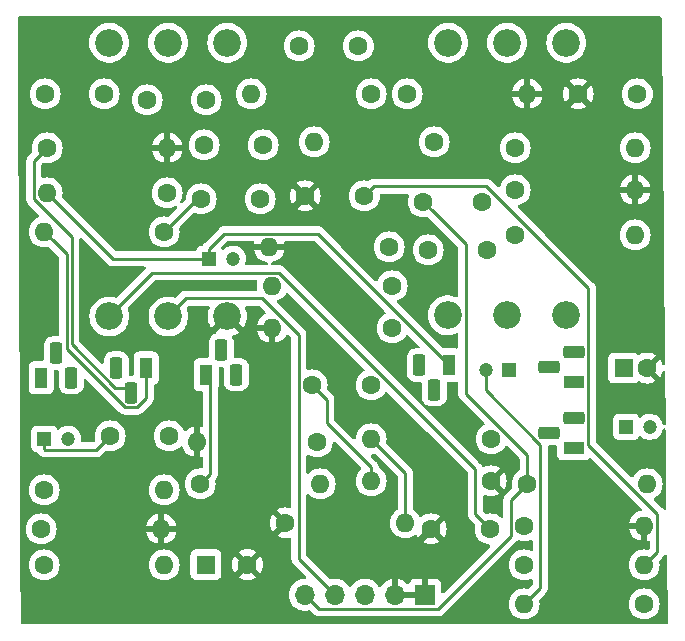
<source format=gbl>
G04 #@! TF.GenerationSoftware,KiCad,Pcbnew,7.0.11+dfsg-1build4*
G04 #@! TF.CreationDate,2026-02-05T22:23:50-05:00*
G04 #@! TF.ProjectId,sftii,73667469-692e-46b6-9963-61645f706362,rev?*
G04 #@! TF.SameCoordinates,Original*
G04 #@! TF.FileFunction,Copper,L2,Bot*
G04 #@! TF.FilePolarity,Positive*
%FSLAX46Y46*%
G04 Gerber Fmt 4.6, Leading zero omitted, Abs format (unit mm)*
G04 Created by KiCad (PCBNEW 7.0.11+dfsg-1build4) date 2026-02-05 22:23:50*
%MOMM*%
%LPD*%
G01*
G04 APERTURE LIST*
G04 Aperture macros list*
%AMRoundRect*
0 Rectangle with rounded corners*
0 $1 Rounding radius*
0 $2 $3 $4 $5 $6 $7 $8 $9 X,Y pos of 4 corners*
0 Add a 4 corners polygon primitive as box body*
4,1,4,$2,$3,$4,$5,$6,$7,$8,$9,$2,$3,0*
0 Add four circle primitives for the rounded corners*
1,1,$1+$1,$2,$3*
1,1,$1+$1,$4,$5*
1,1,$1+$1,$6,$7*
1,1,$1+$1,$8,$9*
0 Add four rect primitives between the rounded corners*
20,1,$1+$1,$2,$3,$4,$5,0*
20,1,$1+$1,$4,$5,$6,$7,0*
20,1,$1+$1,$6,$7,$8,$9,0*
20,1,$1+$1,$8,$9,$2,$3,0*%
G04 Aperture macros list end*
G04 #@! TA.AperFunction,ComponentPad*
%ADD10R,1.600000X1.600000*%
G04 #@! TD*
G04 #@! TA.AperFunction,ComponentPad*
%ADD11C,1.600000*%
G04 #@! TD*
G04 #@! TA.AperFunction,ComponentPad*
%ADD12R,1.200000X1.200000*%
G04 #@! TD*
G04 #@! TA.AperFunction,ComponentPad*
%ADD13C,1.200000*%
G04 #@! TD*
G04 #@! TA.AperFunction,ComponentPad*
%ADD14R,1.700000X1.700000*%
G04 #@! TD*
G04 #@! TA.AperFunction,ComponentPad*
%ADD15O,1.700000X1.700000*%
G04 #@! TD*
G04 #@! TA.AperFunction,ComponentPad*
%ADD16R,1.100000X1.800000*%
G04 #@! TD*
G04 #@! TA.AperFunction,ComponentPad*
%ADD17RoundRect,0.275000X-0.275000X-0.625000X0.275000X-0.625000X0.275000X0.625000X-0.275000X0.625000X0*%
G04 #@! TD*
G04 #@! TA.AperFunction,ComponentPad*
%ADD18RoundRect,0.275000X0.275000X0.625000X-0.275000X0.625000X-0.275000X-0.625000X0.275000X-0.625000X0*%
G04 #@! TD*
G04 #@! TA.AperFunction,ComponentPad*
%ADD19R,1.800000X1.100000*%
G04 #@! TD*
G04 #@! TA.AperFunction,ComponentPad*
%ADD20RoundRect,0.275000X0.625000X-0.275000X0.625000X0.275000X-0.625000X0.275000X-0.625000X-0.275000X0*%
G04 #@! TD*
G04 #@! TA.AperFunction,ComponentPad*
%ADD21O,1.600000X1.600000*%
G04 #@! TD*
G04 #@! TA.AperFunction,ComponentPad*
%ADD22C,2.340000*%
G04 #@! TD*
G04 #@! TA.AperFunction,Conductor*
%ADD23C,0.250000*%
G04 #@! TD*
G04 APERTURE END LIST*
D10*
X115547349Y-96500000D03*
D11*
X119047349Y-96500000D03*
X129540000Y-81280000D03*
X124540000Y-81280000D03*
D12*
X101854000Y-85852000D03*
D13*
X103854000Y-85852000D03*
D11*
X107442000Y-85598000D03*
X112442000Y-85598000D03*
X120142000Y-65532000D03*
X115142000Y-65532000D03*
X134366000Y-69850000D03*
X139366000Y-69850000D03*
D12*
X115824000Y-70612000D03*
D13*
X117824000Y-70612000D03*
D11*
X115570000Y-57150000D03*
X110570000Y-57150000D03*
X106934000Y-56642000D03*
X101934000Y-56642000D03*
X123444000Y-52578000D03*
X128444000Y-52578000D03*
X147066000Y-56642000D03*
X152066000Y-56642000D03*
D12*
X151130000Y-84836000D03*
D13*
X153130000Y-84836000D03*
D11*
X138938000Y-65786000D03*
X133938000Y-65786000D03*
D10*
X150908000Y-79857600D03*
D11*
X152908000Y-79857600D03*
X123952000Y-65278000D03*
X128952000Y-65278000D03*
X134620000Y-93472000D03*
X139620000Y-93472000D03*
D14*
X134112000Y-99060000D03*
D15*
X131572000Y-99060000D03*
X129032000Y-99060000D03*
X126492000Y-99060000D03*
X123952000Y-99060000D03*
D16*
X101600000Y-80664000D03*
D17*
X102870000Y-78594000D03*
X104140000Y-80664000D03*
D16*
X110490000Y-79864000D03*
D18*
X109220000Y-81934000D03*
X107950000Y-79864000D03*
D16*
X115570000Y-80410000D03*
D17*
X116840000Y-78340000D03*
X118110000Y-80410000D03*
D16*
X136144000Y-79610000D03*
D18*
X134874000Y-81680000D03*
X133604000Y-79610000D03*
D19*
X146704000Y-86614000D03*
D20*
X144634000Y-85344000D03*
X146704000Y-84074000D03*
D11*
X139700000Y-89408000D03*
D21*
X129540000Y-89408000D03*
D11*
X101854000Y-96520000D03*
D21*
X112014000Y-96520000D03*
D11*
X101600000Y-93472000D03*
D21*
X111760000Y-93472000D03*
D11*
X139700000Y-85852000D03*
D21*
X129540000Y-85852000D03*
D11*
X101854000Y-90170000D03*
D21*
X112014000Y-90170000D03*
D11*
X112014000Y-68326000D03*
D21*
X101854000Y-68326000D03*
D11*
X131064000Y-69596000D03*
D21*
X120904000Y-69596000D03*
D11*
X115062000Y-89662000D03*
D21*
X125222000Y-89662000D03*
D11*
X124968000Y-86106000D03*
D21*
X114808000Y-86106000D03*
D11*
X131318000Y-72898000D03*
D21*
X121158000Y-72898000D03*
D11*
X112268000Y-65024000D03*
D21*
X102108000Y-65024000D03*
D11*
X131318000Y-76454000D03*
D21*
X121158000Y-76454000D03*
D11*
X129540000Y-56642000D03*
D21*
X119380000Y-56642000D03*
D11*
X132588000Y-56642000D03*
D21*
X142748000Y-56642000D03*
D11*
X134874000Y-60706000D03*
D21*
X124714000Y-60706000D03*
D11*
X142748000Y-89662000D03*
D21*
X152908000Y-89662000D03*
D11*
X142494000Y-93218000D03*
D21*
X152654000Y-93218000D03*
D11*
X141732000Y-61214000D03*
D21*
X151892000Y-61214000D03*
D11*
X141732000Y-68580000D03*
D21*
X151892000Y-68580000D03*
D11*
X141732000Y-64770000D03*
D21*
X151892000Y-64770000D03*
D11*
X152654000Y-99822000D03*
D21*
X142494000Y-99822000D03*
D11*
X142494000Y-96520000D03*
D21*
X152654000Y-96520000D03*
D22*
X146020800Y-75381200D03*
X141020800Y-75381200D03*
X136020800Y-75381200D03*
X117348000Y-52324000D03*
X112348000Y-52324000D03*
X107348000Y-52324000D03*
X146050000Y-52324000D03*
X141050000Y-52324000D03*
X136050000Y-52324000D03*
X117369600Y-75482800D03*
X112369600Y-75482800D03*
X107369600Y-75482800D03*
D19*
X146704000Y-81026000D03*
D20*
X144634000Y-79756000D03*
X146704000Y-78486000D03*
D12*
X141224000Y-80010000D03*
D13*
X139224000Y-80010000D03*
D11*
X102108000Y-61214000D03*
D21*
X112268000Y-61214000D03*
D11*
X120396000Y-60960000D03*
X115396000Y-60960000D03*
X122275600Y-92964000D03*
D21*
X132435600Y-92964000D03*
D23*
X137545001Y-82031999D02*
X137545001Y-69393001D01*
X142748000Y-87234998D02*
X137545001Y-82031999D01*
X135222001Y-100235001D02*
X141368999Y-94088003D01*
X125127001Y-100235001D02*
X135222001Y-100235001D01*
X123952000Y-99060000D02*
X125127001Y-100235001D01*
X134737999Y-66585999D02*
X133938000Y-65786000D01*
X115933001Y-80373001D02*
X115570000Y-80010000D01*
X115062000Y-89662000D02*
X115933001Y-88790999D01*
X141948001Y-90461999D02*
X142748000Y-89662000D01*
X141368999Y-91041001D02*
X141948001Y-90461999D01*
X142748000Y-89662000D02*
X142748000Y-87234998D01*
X137545001Y-69393001D02*
X134737999Y-66585999D01*
X141368999Y-94088003D02*
X141368999Y-91041001D01*
X115933001Y-88790999D02*
X115933001Y-80373001D01*
X125790000Y-82530000D02*
X124540000Y-81280000D01*
X125790000Y-84526630D02*
X125790000Y-82530000D01*
X129540000Y-89408000D02*
X129540000Y-88276630D01*
X129540000Y-88276630D02*
X125790000Y-84526630D01*
X109743534Y-83159010D02*
X108696466Y-83159010D01*
X102653999Y-69125999D02*
X101854000Y-68326000D01*
X103745010Y-70217010D02*
X102653999Y-69125999D01*
X110490000Y-82412544D02*
X109743534Y-83159010D01*
X101854000Y-85852000D02*
X101854000Y-86702000D01*
X101929001Y-86777001D02*
X106262999Y-86777001D01*
X106262999Y-86777001D02*
X106642001Y-86397999D01*
X108696466Y-83159010D02*
X103745010Y-78207554D01*
X110490000Y-80264000D02*
X110490000Y-82412544D01*
X103745010Y-78207554D02*
X103745010Y-70217010D01*
X101854000Y-86702000D02*
X101929001Y-86777001D01*
X106642001Y-86397999D02*
X107442000Y-85598000D01*
X114808000Y-65532000D02*
X115142000Y-65532000D01*
X112014000Y-68326000D02*
X114808000Y-65532000D01*
X117115001Y-68470999D02*
X115824000Y-69762000D01*
X107696000Y-70612000D02*
X115824000Y-70612000D01*
X102108000Y-65024000D02*
X107696000Y-70612000D01*
X115824000Y-69762000D02*
X115824000Y-70612000D01*
X125000001Y-68470999D02*
X117115001Y-68470999D01*
X136144000Y-80010000D02*
X136144000Y-79614998D01*
X136144000Y-79614998D02*
X125000001Y-68470999D01*
X143873001Y-86331545D02*
X139224000Y-81682544D01*
X143873001Y-98442999D02*
X143873001Y-86331545D01*
X139224000Y-81682544D02*
X139224000Y-80858528D01*
X142494000Y-99822000D02*
X143873001Y-98442999D01*
X139224000Y-80858528D02*
X139224000Y-80010000D01*
X153779001Y-95394999D02*
X153779001Y-92198003D01*
X147929001Y-73111999D02*
X139295003Y-64478001D01*
X139295003Y-64478001D02*
X129751999Y-64478001D01*
X129751999Y-64478001D02*
X128952000Y-65278000D01*
X152654000Y-96520000D02*
X153779001Y-95394999D01*
X147929001Y-86348003D02*
X147929001Y-73111999D01*
X153779001Y-92198003D02*
X147929001Y-86348003D01*
X138370000Y-88444998D02*
X121698001Y-71772999D01*
X121698001Y-71772999D02*
X111013001Y-71772999D01*
X111013001Y-71772999D02*
X107348000Y-75438000D01*
X139620000Y-93472000D02*
X138370000Y-92222000D01*
X138370000Y-92222000D02*
X138370000Y-88444998D01*
X123414999Y-77045997D02*
X123414999Y-95982999D01*
X113843001Y-73942999D02*
X120312001Y-73942999D01*
X120312001Y-73942999D02*
X123414999Y-77045997D01*
X123414999Y-95982999D02*
X125642001Y-98210001D01*
X112348000Y-75438000D02*
X113843001Y-73942999D01*
X125642001Y-98210001D02*
X126492000Y-99060000D01*
X104195020Y-77857564D02*
X104195020Y-68776022D01*
X107871456Y-81534000D02*
X104195020Y-77857564D01*
X101308001Y-62013999D02*
X102108000Y-61214000D01*
X100982999Y-62339001D02*
X101308001Y-62013999D01*
X100982999Y-65564001D02*
X100982999Y-62339001D01*
X109220000Y-81534000D02*
X107871456Y-81534000D01*
X104195020Y-68776022D02*
X100982999Y-65564001D01*
X132435600Y-92659200D02*
X132435600Y-88747600D01*
X132435600Y-88747600D02*
X129540000Y-85852000D01*
G04 #@! TA.AperFunction,Conductor*
G36*
X154071351Y-50108502D02*
G01*
X154117844Y-50162158D01*
X154129224Y-50213259D01*
X154417560Y-79479346D01*
X154398230Y-79547660D01*
X154345035Y-79594679D01*
X154274864Y-79605475D01*
X154209996Y-79576620D01*
X154171025Y-79517275D01*
X154169859Y-79513198D01*
X154141813Y-79408531D01*
X154141811Y-79408526D01*
X154045086Y-79201098D01*
X153995100Y-79129710D01*
X153995098Y-79129710D01*
X153306727Y-79818081D01*
X153293165Y-79732452D01*
X153235641Y-79619555D01*
X153146045Y-79529959D01*
X153033148Y-79472435D01*
X152947516Y-79458872D01*
X153635888Y-78770499D01*
X153635888Y-78770498D01*
X153564501Y-78720513D01*
X153357073Y-78623788D01*
X153357068Y-78623786D01*
X153136000Y-78564551D01*
X153136004Y-78564551D01*
X152908000Y-78544604D01*
X152679997Y-78564551D01*
X152458931Y-78623786D01*
X152458926Y-78623788D01*
X152251498Y-78720513D01*
X152246080Y-78724307D01*
X152178804Y-78746988D01*
X152109945Y-78729697D01*
X152072951Y-78696597D01*
X152071261Y-78694339D01*
X152071259Y-78694338D01*
X152071259Y-78694337D01*
X151954207Y-78606712D01*
X151954202Y-78606710D01*
X151817204Y-78555611D01*
X151817196Y-78555609D01*
X151756649Y-78549100D01*
X151756638Y-78549100D01*
X150059362Y-78549100D01*
X150059350Y-78549100D01*
X149998803Y-78555609D01*
X149998795Y-78555611D01*
X149861797Y-78606710D01*
X149861792Y-78606712D01*
X149744738Y-78694338D01*
X149657112Y-78811392D01*
X149657110Y-78811397D01*
X149606011Y-78948395D01*
X149606009Y-78948403D01*
X149599500Y-79008950D01*
X149599500Y-80706249D01*
X149606009Y-80766796D01*
X149606011Y-80766804D01*
X149657110Y-80903802D01*
X149657112Y-80903807D01*
X149744738Y-81020861D01*
X149861792Y-81108487D01*
X149861794Y-81108488D01*
X149861796Y-81108489D01*
X149912125Y-81127261D01*
X149998795Y-81159588D01*
X149998803Y-81159590D01*
X150059350Y-81166099D01*
X150059355Y-81166099D01*
X150059362Y-81166100D01*
X150059368Y-81166100D01*
X151756632Y-81166100D01*
X151756638Y-81166100D01*
X151756645Y-81166099D01*
X151756649Y-81166099D01*
X151817196Y-81159590D01*
X151817199Y-81159589D01*
X151817201Y-81159589D01*
X151954204Y-81108489D01*
X152071261Y-81020861D01*
X152072950Y-81018605D01*
X152075204Y-81016916D01*
X152077637Y-81014485D01*
X152077986Y-81014834D01*
X152129784Y-80976057D01*
X152200600Y-80970990D01*
X152246093Y-80990900D01*
X152251503Y-80994688D01*
X152458926Y-81091411D01*
X152458931Y-81091413D01*
X152679999Y-81150648D01*
X152679995Y-81150648D01*
X152908000Y-81170595D01*
X153136002Y-81150648D01*
X153357068Y-81091413D01*
X153357073Y-81091411D01*
X153564497Y-80994688D01*
X153635888Y-80944699D01*
X153635888Y-80944697D01*
X152947518Y-80256327D01*
X153033148Y-80242765D01*
X153146045Y-80185241D01*
X153235641Y-80095645D01*
X153293165Y-79982748D01*
X153306727Y-79897118D01*
X153995097Y-80585488D01*
X153995099Y-80585488D01*
X154045088Y-80514097D01*
X154141811Y-80306673D01*
X154141813Y-80306669D01*
X154177024Y-80175260D01*
X154213976Y-80114637D01*
X154277836Y-80083616D01*
X154348331Y-80092044D01*
X154403078Y-80137247D01*
X154424695Y-80204872D01*
X154424725Y-80206630D01*
X154467841Y-84582938D01*
X154448511Y-84651252D01*
X154395316Y-84698271D01*
X154325145Y-84709067D01*
X154260277Y-84680212D01*
X154221306Y-84620867D01*
X154220657Y-84618660D01*
X154220388Y-84617716D01*
X154185628Y-84495544D01*
X154168076Y-84433854D01*
X154168070Y-84433839D01*
X154076506Y-84249954D01*
X154076502Y-84249949D01*
X154068096Y-84238818D01*
X154029230Y-84187350D01*
X153952702Y-84086009D01*
X153800883Y-83947608D01*
X153626223Y-83839463D01*
X153626222Y-83839462D01*
X153626218Y-83839460D01*
X153505019Y-83792508D01*
X153434656Y-83765249D01*
X153379807Y-83754996D01*
X153232718Y-83727500D01*
X153027282Y-83727500D01*
X152906119Y-83750149D01*
X152825343Y-83765249D01*
X152676921Y-83822748D01*
X152633782Y-83839460D01*
X152633781Y-83839460D01*
X152633780Y-83839461D01*
X152633776Y-83839463D01*
X152459115Y-83947609D01*
X152459112Y-83947611D01*
X152376552Y-84022875D01*
X152312735Y-84053986D01*
X152242229Y-84045656D01*
X152187419Y-84000530D01*
X152181075Y-83990138D01*
X152180891Y-83989802D01*
X152180889Y-83989796D01*
X152149310Y-83947611D01*
X152093261Y-83872738D01*
X151976207Y-83785112D01*
X151976202Y-83785110D01*
X151839204Y-83734011D01*
X151839196Y-83734009D01*
X151778649Y-83727500D01*
X151778638Y-83727500D01*
X150481362Y-83727500D01*
X150481350Y-83727500D01*
X150420803Y-83734009D01*
X150420795Y-83734011D01*
X150283797Y-83785110D01*
X150283792Y-83785112D01*
X150166738Y-83872738D01*
X150079112Y-83989792D01*
X150079110Y-83989797D01*
X150028011Y-84126795D01*
X150028009Y-84126803D01*
X150021500Y-84187350D01*
X150021500Y-85484649D01*
X150028009Y-85545196D01*
X150028011Y-85545204D01*
X150079110Y-85682202D01*
X150079112Y-85682207D01*
X150166738Y-85799261D01*
X150283792Y-85886887D01*
X150283794Y-85886888D01*
X150283796Y-85886889D01*
X150337045Y-85906750D01*
X150420795Y-85937988D01*
X150420803Y-85937990D01*
X150481350Y-85944499D01*
X150481355Y-85944499D01*
X150481362Y-85944500D01*
X150481368Y-85944500D01*
X151778632Y-85944500D01*
X151778638Y-85944500D01*
X151778645Y-85944499D01*
X151778649Y-85944499D01*
X151839196Y-85937990D01*
X151839199Y-85937989D01*
X151839201Y-85937989D01*
X151976204Y-85886889D01*
X152029689Y-85846851D01*
X152093261Y-85799261D01*
X152163075Y-85706000D01*
X152180889Y-85682204D01*
X152180892Y-85682194D01*
X152181075Y-85681862D01*
X152181356Y-85681580D01*
X152186290Y-85674990D01*
X152187237Y-85675699D01*
X152231274Y-85631657D01*
X152300647Y-85616560D01*
X152367169Y-85641366D01*
X152376552Y-85649125D01*
X152459112Y-85724388D01*
X152459115Y-85724390D01*
X152459117Y-85724391D01*
X152459118Y-85724392D01*
X152633782Y-85832540D01*
X152825345Y-85906751D01*
X153027282Y-85944500D01*
X153027285Y-85944500D01*
X153232715Y-85944500D01*
X153232718Y-85944500D01*
X153434655Y-85906751D01*
X153626218Y-85832540D01*
X153800882Y-85724392D01*
X153952701Y-85585991D01*
X154076503Y-85422050D01*
X154076504Y-85422046D01*
X154076506Y-85422045D01*
X154168070Y-85238160D01*
X154168069Y-85238160D01*
X154168074Y-85238152D01*
X154224294Y-85040559D01*
X154224294Y-85040555D01*
X154225453Y-85036483D01*
X154263333Y-84976436D01*
X154327664Y-84946402D01*
X154398020Y-84955914D01*
X154452065Y-85001955D01*
X154472637Y-85069723D01*
X154538712Y-91776299D01*
X154519382Y-91844613D01*
X154466187Y-91891632D01*
X154396016Y-91902428D01*
X154331148Y-91873573D01*
X154304264Y-91841678D01*
X154288862Y-91815635D01*
X154283543Y-91806640D01*
X154283542Y-91806639D01*
X154283540Y-91806636D01*
X154269219Y-91792315D01*
X154256378Y-91777282D01*
X154244472Y-91760895D01*
X154210406Y-91732713D01*
X154201627Y-91724724D01*
X153495358Y-91018455D01*
X153461332Y-90956143D01*
X153466397Y-90885328D01*
X153508944Y-90828492D01*
X153531204Y-90815165D01*
X153564749Y-90799523D01*
X153752300Y-90668198D01*
X153914198Y-90506300D01*
X154045523Y-90318749D01*
X154142284Y-90111243D01*
X154201543Y-89890087D01*
X154221498Y-89662000D01*
X154201543Y-89433913D01*
X154142284Y-89212757D01*
X154045523Y-89005251D01*
X153914198Y-88817700D01*
X153752300Y-88655802D01*
X153740746Y-88647712D01*
X153564749Y-88524477D01*
X153357246Y-88427717D01*
X153357240Y-88427715D01*
X153147458Y-88371504D01*
X153136087Y-88368457D01*
X152908000Y-88348502D01*
X152679913Y-88368457D01*
X152458759Y-88427715D01*
X152458753Y-88427717D01*
X152251250Y-88524477D01*
X152063703Y-88655799D01*
X152063697Y-88655804D01*
X151901804Y-88817697D01*
X151901795Y-88817708D01*
X151770477Y-89005250D01*
X151770475Y-89005254D01*
X151754833Y-89038798D01*
X151707915Y-89092082D01*
X151639638Y-89111542D01*
X151571678Y-89090999D01*
X151551544Y-89074641D01*
X148599406Y-86122503D01*
X148565380Y-86060191D01*
X148562501Y-86033408D01*
X148562501Y-73195854D01*
X148564250Y-73180013D01*
X148563957Y-73179986D01*
X148564702Y-73172093D01*
X148564703Y-73172090D01*
X148562563Y-73104013D01*
X148562501Y-73100054D01*
X148562501Y-73072148D01*
X148562501Y-73072143D01*
X148561993Y-73068129D01*
X148561062Y-73056296D01*
X148559674Y-73012110D01*
X148554023Y-72992663D01*
X148550013Y-72973299D01*
X148547475Y-72953202D01*
X148531194Y-72912083D01*
X148527356Y-72900872D01*
X148515019Y-72858406D01*
X148504707Y-72840969D01*
X148496011Y-72823220D01*
X148488553Y-72804382D01*
X148462553Y-72768597D01*
X148456060Y-72758713D01*
X148433543Y-72720637D01*
X148419215Y-72706309D01*
X148406385Y-72691288D01*
X148394473Y-72674892D01*
X148394470Y-72674890D01*
X148394470Y-72674889D01*
X148360395Y-72646699D01*
X148351617Y-72638711D01*
X144292907Y-68580000D01*
X150578502Y-68580000D01*
X150598457Y-68808087D01*
X150628370Y-68919722D01*
X150657715Y-69029240D01*
X150657717Y-69029246D01*
X150754477Y-69236749D01*
X150877971Y-69413117D01*
X150885802Y-69424300D01*
X151047700Y-69586198D01*
X151235251Y-69717523D01*
X151442757Y-69814284D01*
X151663913Y-69873543D01*
X151892000Y-69893498D01*
X152120087Y-69873543D01*
X152341243Y-69814284D01*
X152548749Y-69717523D01*
X152736300Y-69586198D01*
X152898198Y-69424300D01*
X153029523Y-69236749D01*
X153126284Y-69029243D01*
X153185543Y-68808087D01*
X153205498Y-68580000D01*
X153185543Y-68351913D01*
X153126284Y-68130757D01*
X153029523Y-67923251D01*
X152898198Y-67735700D01*
X152736300Y-67573802D01*
X152548749Y-67442477D01*
X152486622Y-67413507D01*
X152341246Y-67345717D01*
X152341240Y-67345715D01*
X152244520Y-67319799D01*
X152120087Y-67286457D01*
X151892000Y-67266502D01*
X151663913Y-67286457D01*
X151442759Y-67345715D01*
X151442753Y-67345717D01*
X151235250Y-67442477D01*
X151047703Y-67573799D01*
X151047697Y-67573804D01*
X150885804Y-67735697D01*
X150885799Y-67735703D01*
X150754477Y-67923250D01*
X150657717Y-68130753D01*
X150657716Y-68130757D01*
X150598457Y-68351913D01*
X150578502Y-68580000D01*
X144292907Y-68580000D01*
X141969574Y-66256667D01*
X141935548Y-66194355D01*
X141940613Y-66123540D01*
X141983160Y-66066704D01*
X142026053Y-66045867D01*
X142181243Y-66004284D01*
X142388749Y-65907523D01*
X142576300Y-65776198D01*
X142738198Y-65614300D01*
X142869523Y-65426749D01*
X142966284Y-65219243D01*
X143025543Y-64998087D01*
X143045498Y-64770000D01*
X143025543Y-64541913D01*
X143018600Y-64516000D01*
X150605917Y-64516000D01*
X151580314Y-64516000D01*
X151564359Y-64531955D01*
X151506835Y-64644852D01*
X151487014Y-64770000D01*
X151506835Y-64895148D01*
X151564359Y-65008045D01*
X151580314Y-65024000D01*
X150605918Y-65024000D01*
X150658186Y-65219068D01*
X150658188Y-65219073D01*
X150754912Y-65426498D01*
X150886184Y-65613974D01*
X150886189Y-65613980D01*
X151048019Y-65775810D01*
X151048025Y-65775815D01*
X151235501Y-65907087D01*
X151442926Y-66003811D01*
X151442931Y-66003813D01*
X151638000Y-66056081D01*
X151638000Y-65081686D01*
X151653955Y-65097641D01*
X151766852Y-65155165D01*
X151860519Y-65170000D01*
X151923481Y-65170000D01*
X152017148Y-65155165D01*
X152130045Y-65097641D01*
X152146000Y-65081686D01*
X152146000Y-66056081D01*
X152341068Y-66003813D01*
X152341073Y-66003811D01*
X152548498Y-65907087D01*
X152735974Y-65775815D01*
X152735980Y-65775810D01*
X152897810Y-65613980D01*
X152897815Y-65613974D01*
X153029087Y-65426498D01*
X153125811Y-65219073D01*
X153125813Y-65219068D01*
X153178082Y-65024000D01*
X152203686Y-65024000D01*
X152219641Y-65008045D01*
X152277165Y-64895148D01*
X152296986Y-64770000D01*
X152277165Y-64644852D01*
X152219641Y-64531955D01*
X152203686Y-64516000D01*
X153178082Y-64516000D01*
X153125813Y-64320931D01*
X153125811Y-64320926D01*
X153029087Y-64113501D01*
X152897815Y-63926025D01*
X152897810Y-63926019D01*
X152735980Y-63764189D01*
X152735974Y-63764184D01*
X152548498Y-63632912D01*
X152341073Y-63536188D01*
X152341071Y-63536187D01*
X152146000Y-63483917D01*
X152146000Y-64458314D01*
X152130045Y-64442359D01*
X152017148Y-64384835D01*
X151923481Y-64370000D01*
X151860519Y-64370000D01*
X151766852Y-64384835D01*
X151653955Y-64442359D01*
X151638000Y-64458314D01*
X151638000Y-63483917D01*
X151637999Y-63483917D01*
X151442928Y-63536187D01*
X151442926Y-63536188D01*
X151235501Y-63632912D01*
X151048025Y-63764184D01*
X151048019Y-63764189D01*
X150886189Y-63926019D01*
X150886184Y-63926025D01*
X150754912Y-64113501D01*
X150658188Y-64320926D01*
X150658186Y-64320931D01*
X150605917Y-64516000D01*
X143018600Y-64516000D01*
X142966284Y-64320757D01*
X142869523Y-64113251D01*
X142738198Y-63925700D01*
X142576300Y-63763802D01*
X142388749Y-63632477D01*
X142181246Y-63535717D01*
X142181240Y-63535715D01*
X142087771Y-63510670D01*
X141960087Y-63476457D01*
X141732000Y-63456502D01*
X141503913Y-63476457D01*
X141282759Y-63535715D01*
X141282753Y-63535717D01*
X141075250Y-63632477D01*
X140887703Y-63763799D01*
X140887697Y-63763804D01*
X140725804Y-63925697D01*
X140725799Y-63925703D01*
X140594477Y-64113250D01*
X140497717Y-64320753D01*
X140497716Y-64320756D01*
X140456134Y-64475942D01*
X140419182Y-64536564D01*
X140355321Y-64567586D01*
X140284827Y-64559157D01*
X140245332Y-64532425D01*
X139802247Y-64089340D01*
X139792282Y-64076902D01*
X139792055Y-64077091D01*
X139787004Y-64070985D01*
X139787003Y-64070983D01*
X139737351Y-64024357D01*
X139734508Y-64021601D01*
X139714780Y-64001872D01*
X139714774Y-64001867D01*
X139711570Y-63999381D01*
X139702559Y-63991684D01*
X139670328Y-63961418D01*
X139670322Y-63961414D01*
X139652566Y-63951652D01*
X139636050Y-63940803D01*
X139620044Y-63928387D01*
X139579467Y-63910828D01*
X139568810Y-63905606D01*
X139530066Y-63884307D01*
X139530063Y-63884306D01*
X139510439Y-63879267D01*
X139491739Y-63872865D01*
X139473148Y-63864820D01*
X139473146Y-63864819D01*
X139473144Y-63864819D01*
X139429477Y-63857902D01*
X139417858Y-63855496D01*
X139375033Y-63844501D01*
X139354779Y-63844501D01*
X139335069Y-63842950D01*
X139315060Y-63839781D01*
X139280521Y-63843046D01*
X139271042Y-63843942D01*
X139259184Y-63844501D01*
X129835848Y-63844501D01*
X129820009Y-63842752D01*
X129819982Y-63843046D01*
X129812090Y-63842300D01*
X129791409Y-63842950D01*
X129744032Y-63844439D01*
X129740074Y-63844501D01*
X129712143Y-63844501D01*
X129709956Y-63844777D01*
X129708110Y-63845010D01*
X129696303Y-63845938D01*
X129652109Y-63847327D01*
X129652104Y-63847328D01*
X129632659Y-63852978D01*
X129613301Y-63856987D01*
X129593206Y-63859525D01*
X129593204Y-63859526D01*
X129552082Y-63875806D01*
X129540858Y-63879648D01*
X129498409Y-63891981D01*
X129498403Y-63891983D01*
X129480965Y-63902296D01*
X129463219Y-63910990D01*
X129444380Y-63918449D01*
X129408613Y-63944435D01*
X129398697Y-63950949D01*
X129360633Y-63973460D01*
X129354373Y-63978317D01*
X129352455Y-63975844D01*
X129302873Y-64002886D01*
X129243541Y-64001459D01*
X129180090Y-63984457D01*
X128952000Y-63964502D01*
X128723913Y-63984457D01*
X128502759Y-64043715D01*
X128502753Y-64043717D01*
X128295250Y-64140477D01*
X128107703Y-64271799D01*
X128107697Y-64271804D01*
X127945804Y-64433697D01*
X127945799Y-64433703D01*
X127814477Y-64621250D01*
X127717717Y-64828753D01*
X127717715Y-64828759D01*
X127665400Y-65024000D01*
X127658457Y-65049913D01*
X127638502Y-65278000D01*
X127658457Y-65506087D01*
X127676643Y-65573958D01*
X127717715Y-65727240D01*
X127717717Y-65727246D01*
X127814477Y-65934749D01*
X127870029Y-66014086D01*
X127945802Y-66122300D01*
X128107700Y-66284198D01*
X128295251Y-66415523D01*
X128502757Y-66512284D01*
X128723913Y-66571543D01*
X128952000Y-66591498D01*
X129180087Y-66571543D01*
X129401243Y-66512284D01*
X129608749Y-66415523D01*
X129796300Y-66284198D01*
X129958198Y-66122300D01*
X130089523Y-65934749D01*
X130186284Y-65727243D01*
X130245543Y-65506087D01*
X130265498Y-65278000D01*
X130262915Y-65248481D01*
X130276904Y-65178878D01*
X130326303Y-65127886D01*
X130388436Y-65111501D01*
X132610974Y-65111501D01*
X132679095Y-65131503D01*
X132725588Y-65185159D01*
X132735692Y-65255433D01*
X132725169Y-65290751D01*
X132703717Y-65336754D01*
X132703715Y-65336759D01*
X132651400Y-65532000D01*
X132644457Y-65557913D01*
X132624502Y-65786000D01*
X132644457Y-66014087D01*
X132657709Y-66063543D01*
X132703715Y-66235240D01*
X132703717Y-66235246D01*
X132787781Y-66415522D01*
X132800477Y-66442749D01*
X132931802Y-66630300D01*
X133093700Y-66792198D01*
X133281251Y-66923523D01*
X133488757Y-67020284D01*
X133709913Y-67079543D01*
X133938000Y-67099498D01*
X134166087Y-67079543D01*
X134229541Y-67062540D01*
X134300516Y-67064228D01*
X134351247Y-67095151D01*
X136874596Y-69618500D01*
X136908622Y-69680812D01*
X136911501Y-69707595D01*
X136911501Y-73746615D01*
X136891499Y-73814736D01*
X136837843Y-73861229D01*
X136767569Y-73871333D01*
X136730832Y-73860137D01*
X136635755Y-73814351D01*
X136635736Y-73814343D01*
X136395359Y-73740197D01*
X136395351Y-73740195D01*
X136395349Y-73740195D01*
X136146586Y-73702700D01*
X135895014Y-73702700D01*
X135646251Y-73740195D01*
X135646249Y-73740195D01*
X135646240Y-73740197D01*
X135405863Y-73814343D01*
X135405851Y-73814348D01*
X135179194Y-73923501D01*
X135179187Y-73923505D01*
X134971344Y-74065211D01*
X134971332Y-74065221D01*
X134786925Y-74236323D01*
X134630066Y-74433019D01*
X134504281Y-74650886D01*
X134504279Y-74650890D01*
X134412371Y-74885070D01*
X134356394Y-75130326D01*
X134356393Y-75130331D01*
X134337593Y-75381200D01*
X134356393Y-75632069D01*
X134356394Y-75632073D01*
X134412371Y-75877329D01*
X134504279Y-76111509D01*
X134504281Y-76111513D01*
X134630066Y-76329380D01*
X134786925Y-76526076D01*
X134902486Y-76633299D01*
X134971338Y-76697184D01*
X134971344Y-76697188D01*
X135179187Y-76838894D01*
X135179194Y-76838898D01*
X135179197Y-76838900D01*
X135405855Y-76948053D01*
X135405858Y-76948053D01*
X135405863Y-76948056D01*
X135646240Y-77022202D01*
X135646242Y-77022202D01*
X135646251Y-77022205D01*
X135895014Y-77059700D01*
X135895018Y-77059700D01*
X136146582Y-77059700D01*
X136146586Y-77059700D01*
X136395349Y-77022205D01*
X136447408Y-77006147D01*
X136635736Y-76948056D01*
X136635737Y-76948055D01*
X136635745Y-76948053D01*
X136730834Y-76902260D01*
X136800884Y-76890726D01*
X136866053Y-76918894D01*
X136905647Y-76977825D01*
X136911501Y-77015783D01*
X136911501Y-78079381D01*
X136891499Y-78147502D01*
X136837843Y-78193995D01*
X136772036Y-78204659D01*
X136742657Y-78201501D01*
X136742641Y-78201500D01*
X136742638Y-78201500D01*
X136742632Y-78201500D01*
X135678596Y-78201500D01*
X135610475Y-78181498D01*
X135589501Y-78164595D01*
X131751232Y-74326325D01*
X131717206Y-74264013D01*
X131722271Y-74193197D01*
X131764818Y-74136362D01*
X131787078Y-74123035D01*
X131974747Y-74035524D01*
X131974747Y-74035523D01*
X131974749Y-74035523D01*
X132162300Y-73904198D01*
X132324198Y-73742300D01*
X132455523Y-73554749D01*
X132552284Y-73347243D01*
X132611543Y-73126087D01*
X132631498Y-72898000D01*
X132611543Y-72669913D01*
X132552284Y-72448757D01*
X132455523Y-72241251D01*
X132324198Y-72053700D01*
X132162300Y-71891802D01*
X131974749Y-71760477D01*
X131767246Y-71663717D01*
X131767240Y-71663715D01*
X131673771Y-71638670D01*
X131546087Y-71604457D01*
X131318000Y-71584502D01*
X131089913Y-71604457D01*
X130868759Y-71663715D01*
X130868753Y-71663717D01*
X130661250Y-71760477D01*
X130473703Y-71891799D01*
X130473697Y-71891804D01*
X130311804Y-72053697D01*
X130311799Y-72053703D01*
X130180477Y-72241250D01*
X130092964Y-72428922D01*
X130046046Y-72482207D01*
X129977769Y-72501668D01*
X129909809Y-72481126D01*
X129889674Y-72464767D01*
X127020907Y-69596000D01*
X129750502Y-69596000D01*
X129770457Y-69824087D01*
X129789056Y-69893498D01*
X129829715Y-70045240D01*
X129829717Y-70045246D01*
X129926477Y-70252749D01*
X129959032Y-70299243D01*
X130057802Y-70440300D01*
X130219700Y-70602198D01*
X130407251Y-70733523D01*
X130614757Y-70830284D01*
X130835913Y-70889543D01*
X131064000Y-70909498D01*
X131292087Y-70889543D01*
X131513243Y-70830284D01*
X131720749Y-70733523D01*
X131908300Y-70602198D01*
X132070198Y-70440300D01*
X132201523Y-70252749D01*
X132298284Y-70045243D01*
X132350600Y-69850000D01*
X133052502Y-69850000D01*
X133056307Y-69893497D01*
X133072457Y-70078086D01*
X133131715Y-70299240D01*
X133131717Y-70299246D01*
X133215731Y-70479414D01*
X133228477Y-70506749D01*
X133359802Y-70694300D01*
X133521700Y-70856198D01*
X133709251Y-70987523D01*
X133916757Y-71084284D01*
X134137913Y-71143543D01*
X134366000Y-71163498D01*
X134594087Y-71143543D01*
X134815243Y-71084284D01*
X135022749Y-70987523D01*
X135210300Y-70856198D01*
X135372198Y-70694300D01*
X135503523Y-70506749D01*
X135600284Y-70299243D01*
X135659543Y-70078087D01*
X135679498Y-69850000D01*
X135659543Y-69621913D01*
X135600284Y-69400757D01*
X135503523Y-69193251D01*
X135372198Y-69005700D01*
X135210300Y-68843802D01*
X135199320Y-68836114D01*
X135022749Y-68712477D01*
X134815246Y-68615717D01*
X134815240Y-68615715D01*
X134681950Y-68580000D01*
X134594087Y-68556457D01*
X134366000Y-68536502D01*
X134137913Y-68556457D01*
X133916759Y-68615715D01*
X133916753Y-68615717D01*
X133709250Y-68712477D01*
X133521703Y-68843799D01*
X133521697Y-68843804D01*
X133359804Y-69005697D01*
X133359799Y-69005703D01*
X133228477Y-69193250D01*
X133131717Y-69400753D01*
X133131715Y-69400759D01*
X133088749Y-69561110D01*
X133072457Y-69621913D01*
X133052502Y-69850000D01*
X132350600Y-69850000D01*
X132357543Y-69824087D01*
X132377498Y-69596000D01*
X132357543Y-69367913D01*
X132298284Y-69146757D01*
X132201523Y-68939251D01*
X132070198Y-68751700D01*
X131908300Y-68589802D01*
X131894301Y-68580000D01*
X131720749Y-68458477D01*
X131513246Y-68361717D01*
X131513240Y-68361715D01*
X131379950Y-68326000D01*
X131292087Y-68302457D01*
X131064000Y-68282502D01*
X130835913Y-68302457D01*
X130614759Y-68361715D01*
X130614753Y-68361717D01*
X130407250Y-68458477D01*
X130219703Y-68589799D01*
X130219697Y-68589804D01*
X130057804Y-68751697D01*
X130057799Y-68751703D01*
X129926477Y-68939250D01*
X129829717Y-69146753D01*
X129829715Y-69146759D01*
X129776479Y-69345439D01*
X129770457Y-69367913D01*
X129750502Y-69596000D01*
X127020907Y-69596000D01*
X125507245Y-68082338D01*
X125497280Y-68069900D01*
X125497053Y-68070089D01*
X125492002Y-68063983D01*
X125492001Y-68063981D01*
X125475387Y-68048380D01*
X125442350Y-68017356D01*
X125439506Y-68014599D01*
X125419778Y-67994870D01*
X125419772Y-67994865D01*
X125416568Y-67992379D01*
X125407557Y-67984682D01*
X125375326Y-67954416D01*
X125375320Y-67954412D01*
X125357564Y-67944650D01*
X125341048Y-67933801D01*
X125325042Y-67921385D01*
X125292692Y-67907386D01*
X125284465Y-67903826D01*
X125273808Y-67898604D01*
X125235064Y-67877305D01*
X125235061Y-67877304D01*
X125215437Y-67872265D01*
X125196737Y-67865863D01*
X125178146Y-67857818D01*
X125178144Y-67857817D01*
X125178142Y-67857817D01*
X125134475Y-67850900D01*
X125122856Y-67848494D01*
X125080031Y-67837499D01*
X125059777Y-67837499D01*
X125040067Y-67835948D01*
X125020058Y-67832779D01*
X124976040Y-67836940D01*
X124964182Y-67837499D01*
X117198854Y-67837499D01*
X117183012Y-67835749D01*
X117182985Y-67836043D01*
X117175093Y-67835297D01*
X117175092Y-67835297D01*
X117154383Y-67835948D01*
X117107015Y-67837437D01*
X117103056Y-67837499D01*
X117075145Y-67837499D01*
X117075142Y-67837499D01*
X117075127Y-67837500D01*
X117071122Y-67838006D01*
X117059305Y-67838936D01*
X117015113Y-67840325D01*
X117015111Y-67840326D01*
X116995656Y-67845977D01*
X116976303Y-67849985D01*
X116956211Y-67852523D01*
X116956204Y-67852525D01*
X116915097Y-67868800D01*
X116903872Y-67872643D01*
X116861408Y-67884981D01*
X116843965Y-67895296D01*
X116826219Y-67903989D01*
X116807383Y-67911447D01*
X116771611Y-67937436D01*
X116761695Y-67943950D01*
X116723638Y-67966457D01*
X116709312Y-67980783D01*
X116694286Y-67993616D01*
X116677896Y-68005524D01*
X116677894Y-68005526D01*
X116649701Y-68039604D01*
X116641714Y-68048380D01*
X115435336Y-69254757D01*
X115422901Y-69264721D01*
X115423089Y-69264948D01*
X115416979Y-69270002D01*
X115370370Y-69319635D01*
X115367620Y-69322473D01*
X115347863Y-69342231D01*
X115345374Y-69345439D01*
X115337688Y-69354436D01*
X115307418Y-69386673D01*
X115307411Y-69386683D01*
X115297651Y-69404435D01*
X115286803Y-69420950D01*
X115274385Y-69436959D01*
X115271246Y-69442268D01*
X115219351Y-69490718D01*
X115176264Y-69503402D01*
X115114803Y-69510009D01*
X115114795Y-69510011D01*
X114977797Y-69561110D01*
X114977792Y-69561112D01*
X114860738Y-69648738D01*
X114773113Y-69765791D01*
X114773111Y-69765795D01*
X114773111Y-69765796D01*
X114724347Y-69896535D01*
X114681802Y-69953368D01*
X114615281Y-69978179D01*
X114606293Y-69978500D01*
X108010595Y-69978500D01*
X107942474Y-69958498D01*
X107921500Y-69941595D01*
X106305905Y-68326000D01*
X110700502Y-68326000D01*
X110720457Y-68554087D01*
X110735326Y-68609579D01*
X110779715Y-68775240D01*
X110779717Y-68775246D01*
X110876477Y-68982749D01*
X110984915Y-69137615D01*
X111007802Y-69170300D01*
X111169700Y-69332198D01*
X111357251Y-69463523D01*
X111564757Y-69560284D01*
X111785913Y-69619543D01*
X112014000Y-69639498D01*
X112242087Y-69619543D01*
X112463243Y-69560284D01*
X112670749Y-69463523D01*
X112858300Y-69332198D01*
X113020198Y-69170300D01*
X113151523Y-68982749D01*
X113248284Y-68775243D01*
X113307543Y-68554087D01*
X113327498Y-68326000D01*
X113307543Y-68097913D01*
X113290540Y-68034457D01*
X113292229Y-67963481D01*
X113323149Y-67912753D01*
X114478196Y-66757706D01*
X114540506Y-66723682D01*
X114611321Y-66728747D01*
X114620531Y-66732605D01*
X114692757Y-66766284D01*
X114913913Y-66825543D01*
X115142000Y-66845498D01*
X115370087Y-66825543D01*
X115591243Y-66766284D01*
X115798749Y-66669523D01*
X115986300Y-66538198D01*
X116148198Y-66376300D01*
X116279523Y-66188749D01*
X116376284Y-65981243D01*
X116435543Y-65760087D01*
X116455498Y-65532000D01*
X118828502Y-65532000D01*
X118848457Y-65760087D01*
X118863866Y-65817594D01*
X118907715Y-65981240D01*
X118907717Y-65981246D01*
X119004477Y-66188749D01*
X119127959Y-66365100D01*
X119135802Y-66376300D01*
X119297700Y-66538198D01*
X119485251Y-66669523D01*
X119692757Y-66766284D01*
X119913913Y-66825543D01*
X120142000Y-66845498D01*
X120370087Y-66825543D01*
X120591243Y-66766284D01*
X120798749Y-66669523D01*
X120986300Y-66538198D01*
X121148198Y-66376300D01*
X121279523Y-66188749D01*
X121376284Y-65981243D01*
X121435543Y-65760087D01*
X121455498Y-65532000D01*
X121435543Y-65303913D01*
X121428600Y-65278000D01*
X122639004Y-65278000D01*
X122658951Y-65506002D01*
X122718186Y-65727068D01*
X122718188Y-65727073D01*
X122814913Y-65934501D01*
X122864899Y-66005888D01*
X123553272Y-65317516D01*
X123566835Y-65403148D01*
X123624359Y-65516045D01*
X123713955Y-65605641D01*
X123826852Y-65663165D01*
X123912482Y-65676727D01*
X123224110Y-66365098D01*
X123224110Y-66365100D01*
X123295498Y-66415086D01*
X123502926Y-66511811D01*
X123502931Y-66511813D01*
X123723999Y-66571048D01*
X123723995Y-66571048D01*
X123952000Y-66590995D01*
X124180002Y-66571048D01*
X124401068Y-66511813D01*
X124401073Y-66511811D01*
X124608497Y-66415088D01*
X124679888Y-66365099D01*
X124679888Y-66365097D01*
X123991518Y-65676727D01*
X124077148Y-65663165D01*
X124190045Y-65605641D01*
X124279641Y-65516045D01*
X124337165Y-65403148D01*
X124350727Y-65317518D01*
X125039097Y-66005888D01*
X125039099Y-66005888D01*
X125089088Y-65934497D01*
X125185811Y-65727073D01*
X125185813Y-65727068D01*
X125245048Y-65506002D01*
X125264995Y-65278000D01*
X125245048Y-65049997D01*
X125185813Y-64828931D01*
X125185811Y-64828926D01*
X125089086Y-64621498D01*
X125039100Y-64550110D01*
X125039098Y-64550110D01*
X124350727Y-65238481D01*
X124337165Y-65152852D01*
X124279641Y-65039955D01*
X124190045Y-64950359D01*
X124077148Y-64892835D01*
X123991517Y-64879272D01*
X124679888Y-64190899D01*
X124679888Y-64190898D01*
X124608501Y-64140913D01*
X124401073Y-64044188D01*
X124401068Y-64044186D01*
X124180000Y-63984951D01*
X124180004Y-63984951D01*
X123952000Y-63965004D01*
X123723997Y-63984951D01*
X123502931Y-64044186D01*
X123502926Y-64044188D01*
X123295500Y-64140913D01*
X123224109Y-64190900D01*
X123912481Y-64879272D01*
X123826852Y-64892835D01*
X123713955Y-64950359D01*
X123624359Y-65039955D01*
X123566835Y-65152852D01*
X123553272Y-65238481D01*
X122864900Y-64550109D01*
X122814913Y-64621500D01*
X122718188Y-64828926D01*
X122718186Y-64828931D01*
X122658951Y-65049997D01*
X122639004Y-65278000D01*
X121428600Y-65278000D01*
X121376284Y-65082757D01*
X121279523Y-64875251D01*
X121148198Y-64687700D01*
X120986300Y-64525802D01*
X120972301Y-64516000D01*
X120798749Y-64394477D01*
X120591246Y-64297717D01*
X120591240Y-64297715D01*
X120494520Y-64271799D01*
X120370087Y-64238457D01*
X120142000Y-64218502D01*
X119913913Y-64238457D01*
X119692759Y-64297715D01*
X119692753Y-64297717D01*
X119485250Y-64394477D01*
X119297703Y-64525799D01*
X119297697Y-64525804D01*
X119135804Y-64687697D01*
X119135799Y-64687703D01*
X119004477Y-64875250D01*
X118907717Y-65082753D01*
X118907715Y-65082759D01*
X118861447Y-65255433D01*
X118848457Y-65303913D01*
X118828502Y-65532000D01*
X116455498Y-65532000D01*
X116435543Y-65303913D01*
X116376284Y-65082757D01*
X116279523Y-64875251D01*
X116148198Y-64687700D01*
X115986300Y-64525802D01*
X115972301Y-64516000D01*
X115798749Y-64394477D01*
X115591246Y-64297717D01*
X115591240Y-64297715D01*
X115494520Y-64271799D01*
X115370087Y-64238457D01*
X115142000Y-64218502D01*
X114913913Y-64238457D01*
X114692759Y-64297715D01*
X114692753Y-64297717D01*
X114485250Y-64394477D01*
X114297703Y-64525799D01*
X114297697Y-64525804D01*
X114135804Y-64687697D01*
X114135799Y-64687703D01*
X114004477Y-64875250D01*
X113907717Y-65082753D01*
X113907715Y-65082759D01*
X113861447Y-65255433D01*
X113848457Y-65303913D01*
X113831822Y-65494059D01*
X113828502Y-65532003D01*
X113830106Y-65550342D01*
X113816115Y-65619946D01*
X113793680Y-65650414D01*
X113588141Y-65855953D01*
X113525829Y-65889979D01*
X113455014Y-65884914D01*
X113398178Y-65842367D01*
X113373367Y-65775847D01*
X113388458Y-65706473D01*
X113395835Y-65694585D01*
X113397210Y-65692620D01*
X113405523Y-65680749D01*
X113502284Y-65473243D01*
X113561543Y-65252087D01*
X113581498Y-65024000D01*
X113561543Y-64795913D01*
X113502284Y-64574757D01*
X113405523Y-64367251D01*
X113274198Y-64179700D01*
X113112300Y-64017802D01*
X113104769Y-64012529D01*
X112924749Y-63886477D01*
X112717246Y-63789717D01*
X112717240Y-63789715D01*
X112600890Y-63758539D01*
X112496087Y-63730457D01*
X112268000Y-63710502D01*
X112039913Y-63730457D01*
X111818759Y-63789715D01*
X111818753Y-63789717D01*
X111611250Y-63886477D01*
X111423703Y-64017799D01*
X111423697Y-64017804D01*
X111261804Y-64179697D01*
X111261799Y-64179703D01*
X111130477Y-64367250D01*
X111033717Y-64574753D01*
X111033715Y-64574759D01*
X110981400Y-64770000D01*
X110974457Y-64795913D01*
X110954502Y-65024000D01*
X110974457Y-65252087D01*
X110997145Y-65336759D01*
X111033715Y-65473240D01*
X111033717Y-65473246D01*
X111130477Y-65680749D01*
X111253156Y-65855953D01*
X111261802Y-65868300D01*
X111423700Y-66030198D01*
X111611251Y-66161523D01*
X111818757Y-66258284D01*
X112039913Y-66317543D01*
X112268000Y-66337498D01*
X112496087Y-66317543D01*
X112717243Y-66258284D01*
X112924749Y-66161523D01*
X112938585Y-66151835D01*
X113005859Y-66129146D01*
X113074719Y-66146430D01*
X113123304Y-66198199D01*
X113136188Y-66268017D01*
X113109280Y-66333717D01*
X113099956Y-66344138D01*
X112748771Y-66695323D01*
X112427246Y-67016848D01*
X112364934Y-67050873D01*
X112305540Y-67049459D01*
X112242090Y-67032457D01*
X112014000Y-67012502D01*
X111785913Y-67032457D01*
X111564759Y-67091715D01*
X111564753Y-67091717D01*
X111357250Y-67188477D01*
X111169703Y-67319799D01*
X111169697Y-67319804D01*
X111007804Y-67481697D01*
X111007799Y-67481703D01*
X110876477Y-67669250D01*
X110779717Y-67876753D01*
X110779715Y-67876759D01*
X110742042Y-68017356D01*
X110720457Y-68097913D01*
X110700502Y-68326000D01*
X106305905Y-68326000D01*
X103417151Y-65437246D01*
X103383125Y-65374934D01*
X103384539Y-65315541D01*
X103401543Y-65252087D01*
X103421498Y-65024000D01*
X103401543Y-64795913D01*
X103342284Y-64574757D01*
X103245523Y-64367251D01*
X103114198Y-64179700D01*
X102952300Y-64017802D01*
X102944769Y-64012529D01*
X102764749Y-63886477D01*
X102557246Y-63789717D01*
X102557240Y-63789715D01*
X102440890Y-63758539D01*
X102336087Y-63730457D01*
X102108000Y-63710502D01*
X101879913Y-63730457D01*
X101775110Y-63758539D01*
X101704133Y-63756849D01*
X101645338Y-63717055D01*
X101617390Y-63651790D01*
X101616499Y-63636832D01*
X101616499Y-62653595D01*
X101636501Y-62585474D01*
X101653399Y-62564504D01*
X101694753Y-62523150D01*
X101757062Y-62489126D01*
X101816457Y-62490539D01*
X101879913Y-62507543D01*
X102108000Y-62527498D01*
X102336087Y-62507543D01*
X102557243Y-62448284D01*
X102764749Y-62351523D01*
X102952300Y-62220198D01*
X103114198Y-62058300D01*
X103245523Y-61870749D01*
X103342284Y-61663243D01*
X103401543Y-61442087D01*
X103421498Y-61214000D01*
X103401543Y-60985913D01*
X103394600Y-60960000D01*
X110981917Y-60960000D01*
X111956314Y-60960000D01*
X111940359Y-60975955D01*
X111882835Y-61088852D01*
X111863014Y-61214000D01*
X111882835Y-61339148D01*
X111940359Y-61452045D01*
X111956314Y-61468000D01*
X110981918Y-61468000D01*
X111034186Y-61663068D01*
X111034188Y-61663073D01*
X111130912Y-61870498D01*
X111262184Y-62057974D01*
X111262189Y-62057980D01*
X111424019Y-62219810D01*
X111424025Y-62219815D01*
X111611501Y-62351087D01*
X111818926Y-62447811D01*
X111818931Y-62447813D01*
X112014000Y-62500081D01*
X112014000Y-61525686D01*
X112029955Y-61541641D01*
X112142852Y-61599165D01*
X112236519Y-61614000D01*
X112299481Y-61614000D01*
X112393148Y-61599165D01*
X112506045Y-61541641D01*
X112522000Y-61525686D01*
X112522000Y-62500081D01*
X112717068Y-62447813D01*
X112717073Y-62447811D01*
X112924498Y-62351087D01*
X113111974Y-62219815D01*
X113111980Y-62219810D01*
X113273810Y-62057980D01*
X113273815Y-62057974D01*
X113405087Y-61870498D01*
X113501811Y-61663073D01*
X113501813Y-61663068D01*
X113554082Y-61468000D01*
X112579686Y-61468000D01*
X112595641Y-61452045D01*
X112653165Y-61339148D01*
X112672986Y-61214000D01*
X112653165Y-61088852D01*
X112595641Y-60975955D01*
X112579686Y-60960000D01*
X113554082Y-60960000D01*
X114082502Y-60960000D01*
X114102457Y-61188087D01*
X114136670Y-61315771D01*
X114161715Y-61409240D01*
X114161717Y-61409246D01*
X114258477Y-61616749D01*
X114291032Y-61663243D01*
X114389802Y-61804300D01*
X114551700Y-61966198D01*
X114739251Y-62097523D01*
X114946757Y-62194284D01*
X115167913Y-62253543D01*
X115396000Y-62273498D01*
X115624087Y-62253543D01*
X115845243Y-62194284D01*
X116052749Y-62097523D01*
X116240300Y-61966198D01*
X116402198Y-61804300D01*
X116533523Y-61616749D01*
X116630284Y-61409243D01*
X116689543Y-61188087D01*
X116709498Y-60960000D01*
X119082502Y-60960000D01*
X119102457Y-61188087D01*
X119136670Y-61315771D01*
X119161715Y-61409240D01*
X119161717Y-61409246D01*
X119258477Y-61616749D01*
X119291032Y-61663243D01*
X119389802Y-61804300D01*
X119551700Y-61966198D01*
X119739251Y-62097523D01*
X119946757Y-62194284D01*
X120167913Y-62253543D01*
X120396000Y-62273498D01*
X120624087Y-62253543D01*
X120845243Y-62194284D01*
X121052749Y-62097523D01*
X121240300Y-61966198D01*
X121402198Y-61804300D01*
X121533523Y-61616749D01*
X121630284Y-61409243D01*
X121689543Y-61188087D01*
X121709498Y-60960000D01*
X121689543Y-60731913D01*
X121682600Y-60706000D01*
X123400502Y-60706000D01*
X123420457Y-60934087D01*
X123431676Y-60975955D01*
X123479715Y-61155240D01*
X123479717Y-61155246D01*
X123576477Y-61362749D01*
X123676460Y-61505540D01*
X123707802Y-61550300D01*
X123869700Y-61712198D01*
X124057251Y-61843523D01*
X124264757Y-61940284D01*
X124485913Y-61999543D01*
X124714000Y-62019498D01*
X124942087Y-61999543D01*
X125163243Y-61940284D01*
X125370749Y-61843523D01*
X125558300Y-61712198D01*
X125720198Y-61550300D01*
X125851523Y-61362749D01*
X125948284Y-61155243D01*
X126007543Y-60934087D01*
X126027498Y-60706000D01*
X133560502Y-60706000D01*
X133580457Y-60934087D01*
X133591676Y-60975955D01*
X133639715Y-61155240D01*
X133639717Y-61155246D01*
X133736477Y-61362749D01*
X133836460Y-61505540D01*
X133867802Y-61550300D01*
X134029700Y-61712198D01*
X134217251Y-61843523D01*
X134424757Y-61940284D01*
X134645913Y-61999543D01*
X134874000Y-62019498D01*
X135102087Y-61999543D01*
X135323243Y-61940284D01*
X135530749Y-61843523D01*
X135718300Y-61712198D01*
X135880198Y-61550300D01*
X136011523Y-61362749D01*
X136080885Y-61214000D01*
X140418502Y-61214000D01*
X140438457Y-61442087D01*
X140455459Y-61505540D01*
X140497715Y-61663240D01*
X140497717Y-61663246D01*
X140594477Y-61870749D01*
X140633948Y-61927120D01*
X140725802Y-62058300D01*
X140887700Y-62220198D01*
X141075251Y-62351523D01*
X141282757Y-62448284D01*
X141503913Y-62507543D01*
X141732000Y-62527498D01*
X141960087Y-62507543D01*
X142181243Y-62448284D01*
X142388749Y-62351523D01*
X142576300Y-62220198D01*
X142738198Y-62058300D01*
X142869523Y-61870749D01*
X142966284Y-61663243D01*
X143025543Y-61442087D01*
X143045498Y-61214000D01*
X150578502Y-61214000D01*
X150598457Y-61442087D01*
X150615459Y-61505540D01*
X150657715Y-61663240D01*
X150657717Y-61663246D01*
X150754477Y-61870749D01*
X150793948Y-61927120D01*
X150885802Y-62058300D01*
X151047700Y-62220198D01*
X151235251Y-62351523D01*
X151442757Y-62448284D01*
X151663913Y-62507543D01*
X151892000Y-62527498D01*
X152120087Y-62507543D01*
X152341243Y-62448284D01*
X152548749Y-62351523D01*
X152736300Y-62220198D01*
X152898198Y-62058300D01*
X153029523Y-61870749D01*
X153126284Y-61663243D01*
X153185543Y-61442087D01*
X153205498Y-61214000D01*
X153185543Y-60985913D01*
X153126284Y-60764757D01*
X153029523Y-60557251D01*
X152898198Y-60369700D01*
X152736300Y-60207802D01*
X152548749Y-60076477D01*
X152341246Y-59979717D01*
X152341240Y-59979715D01*
X152244520Y-59953799D01*
X152120087Y-59920457D01*
X151892000Y-59900502D01*
X151663913Y-59920457D01*
X151442759Y-59979715D01*
X151442753Y-59979717D01*
X151235250Y-60076477D01*
X151047703Y-60207799D01*
X151047697Y-60207804D01*
X150885804Y-60369697D01*
X150885799Y-60369703D01*
X150754477Y-60557250D01*
X150657717Y-60764753D01*
X150657715Y-60764759D01*
X150612344Y-60934086D01*
X150598457Y-60985913D01*
X150578502Y-61214000D01*
X143045498Y-61214000D01*
X143025543Y-60985913D01*
X142966284Y-60764757D01*
X142869523Y-60557251D01*
X142738198Y-60369700D01*
X142576300Y-60207802D01*
X142388749Y-60076477D01*
X142181246Y-59979717D01*
X142181240Y-59979715D01*
X142084520Y-59953799D01*
X141960087Y-59920457D01*
X141732000Y-59900502D01*
X141503913Y-59920457D01*
X141282759Y-59979715D01*
X141282753Y-59979717D01*
X141075250Y-60076477D01*
X140887703Y-60207799D01*
X140887697Y-60207804D01*
X140725804Y-60369697D01*
X140725799Y-60369703D01*
X140594477Y-60557250D01*
X140497717Y-60764753D01*
X140497715Y-60764759D01*
X140452344Y-60934086D01*
X140438457Y-60985913D01*
X140418502Y-61214000D01*
X136080885Y-61214000D01*
X136108284Y-61155243D01*
X136167543Y-60934087D01*
X136187498Y-60706000D01*
X136167543Y-60477913D01*
X136108284Y-60256757D01*
X136011523Y-60049251D01*
X135880198Y-59861700D01*
X135718300Y-59699802D01*
X135530749Y-59568477D01*
X135323246Y-59471717D01*
X135323240Y-59471715D01*
X135229771Y-59446670D01*
X135102087Y-59412457D01*
X134874000Y-59392502D01*
X134645913Y-59412457D01*
X134424759Y-59471715D01*
X134424753Y-59471717D01*
X134217250Y-59568477D01*
X134029703Y-59699799D01*
X134029697Y-59699804D01*
X133867804Y-59861697D01*
X133867799Y-59861703D01*
X133736477Y-60049250D01*
X133639717Y-60256753D01*
X133639715Y-60256759D01*
X133580457Y-60477913D01*
X133560502Y-60706000D01*
X126027498Y-60706000D01*
X126007543Y-60477913D01*
X125948284Y-60256757D01*
X125851523Y-60049251D01*
X125720198Y-59861700D01*
X125558300Y-59699802D01*
X125370749Y-59568477D01*
X125163246Y-59471717D01*
X125163240Y-59471715D01*
X125069771Y-59446670D01*
X124942087Y-59412457D01*
X124714000Y-59392502D01*
X124485913Y-59412457D01*
X124264759Y-59471715D01*
X124264753Y-59471717D01*
X124057250Y-59568477D01*
X123869703Y-59699799D01*
X123869697Y-59699804D01*
X123707804Y-59861697D01*
X123707799Y-59861703D01*
X123576477Y-60049250D01*
X123479717Y-60256753D01*
X123479715Y-60256759D01*
X123420457Y-60477913D01*
X123400502Y-60706000D01*
X121682600Y-60706000D01*
X121630284Y-60510757D01*
X121533523Y-60303251D01*
X121402198Y-60115700D01*
X121240300Y-59953802D01*
X121203332Y-59927917D01*
X121052749Y-59822477D01*
X120845246Y-59725717D01*
X120845240Y-59725715D01*
X120748520Y-59699799D01*
X120624087Y-59666457D01*
X120396000Y-59646502D01*
X120167913Y-59666457D01*
X119946759Y-59725715D01*
X119946753Y-59725717D01*
X119739250Y-59822477D01*
X119551703Y-59953799D01*
X119551697Y-59953804D01*
X119389804Y-60115697D01*
X119389799Y-60115703D01*
X119258477Y-60303250D01*
X119161717Y-60510753D01*
X119161716Y-60510757D01*
X119102457Y-60731913D01*
X119082502Y-60960000D01*
X116709498Y-60960000D01*
X116689543Y-60731913D01*
X116630284Y-60510757D01*
X116533523Y-60303251D01*
X116402198Y-60115700D01*
X116240300Y-59953802D01*
X116203332Y-59927917D01*
X116052749Y-59822477D01*
X115845246Y-59725717D01*
X115845240Y-59725715D01*
X115748520Y-59699799D01*
X115624087Y-59666457D01*
X115396000Y-59646502D01*
X115167913Y-59666457D01*
X114946759Y-59725715D01*
X114946753Y-59725717D01*
X114739250Y-59822477D01*
X114551703Y-59953799D01*
X114551697Y-59953804D01*
X114389804Y-60115697D01*
X114389799Y-60115703D01*
X114258477Y-60303250D01*
X114161717Y-60510753D01*
X114161716Y-60510757D01*
X114102457Y-60731913D01*
X114082502Y-60960000D01*
X113554082Y-60960000D01*
X113501813Y-60764931D01*
X113501811Y-60764926D01*
X113405087Y-60557501D01*
X113273815Y-60370025D01*
X113273810Y-60370019D01*
X113111980Y-60208189D01*
X113111974Y-60208184D01*
X112924498Y-60076912D01*
X112717073Y-59980188D01*
X112717071Y-59980187D01*
X112522000Y-59927917D01*
X112522000Y-60902314D01*
X112506045Y-60886359D01*
X112393148Y-60828835D01*
X112299481Y-60814000D01*
X112236519Y-60814000D01*
X112142852Y-60828835D01*
X112029955Y-60886359D01*
X112014000Y-60902314D01*
X112014000Y-59927917D01*
X112013999Y-59927917D01*
X111818928Y-59980187D01*
X111818926Y-59980188D01*
X111611501Y-60076912D01*
X111424025Y-60208184D01*
X111424019Y-60208189D01*
X111262189Y-60370019D01*
X111262184Y-60370025D01*
X111130912Y-60557501D01*
X111034188Y-60764926D01*
X111034186Y-60764931D01*
X110981917Y-60960000D01*
X103394600Y-60960000D01*
X103342284Y-60764757D01*
X103245523Y-60557251D01*
X103114198Y-60369700D01*
X102952300Y-60207802D01*
X102764749Y-60076477D01*
X102557246Y-59979717D01*
X102557240Y-59979715D01*
X102460520Y-59953799D01*
X102336087Y-59920457D01*
X102108000Y-59900502D01*
X101879913Y-59920457D01*
X101658759Y-59979715D01*
X101658753Y-59979717D01*
X101451250Y-60076477D01*
X101263703Y-60207799D01*
X101263697Y-60207804D01*
X101101804Y-60369697D01*
X101101799Y-60369703D01*
X100970477Y-60557250D01*
X100873717Y-60764753D01*
X100873715Y-60764759D01*
X100814457Y-60985913D01*
X100794502Y-61214000D01*
X100814457Y-61442090D01*
X100831459Y-61505540D01*
X100829769Y-61576516D01*
X100798847Y-61627246D01*
X100594335Y-61831758D01*
X100581900Y-61841722D01*
X100582088Y-61841949D01*
X100575978Y-61847003D01*
X100529369Y-61896636D01*
X100526619Y-61899474D01*
X100506862Y-61919232D01*
X100504373Y-61922440D01*
X100496687Y-61931437D01*
X100466417Y-61963674D01*
X100466410Y-61963684D01*
X100456650Y-61981436D01*
X100445802Y-61997951D01*
X100433385Y-62013959D01*
X100415823Y-62054541D01*
X100410603Y-62065196D01*
X100389304Y-62103940D01*
X100389302Y-62103945D01*
X100384266Y-62123560D01*
X100377863Y-62142263D01*
X100369818Y-62160853D01*
X100362900Y-62204526D01*
X100360494Y-62216143D01*
X100349499Y-62258969D01*
X100349499Y-62279224D01*
X100347948Y-62298934D01*
X100344779Y-62318943D01*
X100348940Y-62362962D01*
X100349499Y-62374820D01*
X100349499Y-65480147D01*
X100347750Y-65495989D01*
X100348043Y-65496017D01*
X100347297Y-65503908D01*
X100347297Y-65503910D01*
X100348180Y-65532000D01*
X100349437Y-65571985D01*
X100349499Y-65575944D01*
X100349499Y-65603852D01*
X100349500Y-65603870D01*
X100350006Y-65607878D01*
X100350936Y-65619697D01*
X100352325Y-65663889D01*
X100352326Y-65663894D01*
X100357976Y-65683340D01*
X100361985Y-65702698D01*
X100364524Y-65722794D01*
X100364525Y-65722801D01*
X100380799Y-65763904D01*
X100384643Y-65775130D01*
X100396981Y-65817594D01*
X100407293Y-65835032D01*
X100415987Y-65852780D01*
X100423443Y-65871610D01*
X100423449Y-65871621D01*
X100449431Y-65907382D01*
X100455948Y-65917302D01*
X100478457Y-65955363D01*
X100478458Y-65955364D01*
X100478460Y-65955367D01*
X100492778Y-65969685D01*
X100505616Y-65984715D01*
X100517525Y-66001105D01*
X100517529Y-66001110D01*
X100551597Y-66029293D01*
X100560377Y-66037283D01*
X101420768Y-66897674D01*
X101454794Y-66959986D01*
X101449729Y-67030801D01*
X101407182Y-67087637D01*
X101384923Y-67100964D01*
X101197250Y-67188477D01*
X101009703Y-67319799D01*
X101009697Y-67319804D01*
X100847804Y-67481697D01*
X100847799Y-67481703D01*
X100716477Y-67669250D01*
X100619717Y-67876753D01*
X100619715Y-67876759D01*
X100582042Y-68017356D01*
X100560457Y-68097913D01*
X100540502Y-68326000D01*
X100560457Y-68554087D01*
X100575326Y-68609579D01*
X100619715Y-68775240D01*
X100619717Y-68775246D01*
X100716477Y-68982749D01*
X100824915Y-69137615D01*
X100847802Y-69170300D01*
X101009700Y-69332198D01*
X101197251Y-69463523D01*
X101404757Y-69560284D01*
X101625913Y-69619543D01*
X101854000Y-69639498D01*
X102082087Y-69619543D01*
X102145541Y-69602540D01*
X102216516Y-69604228D01*
X102267247Y-69635151D01*
X103074605Y-70442509D01*
X103108631Y-70504821D01*
X103111510Y-70531604D01*
X103111510Y-77059500D01*
X103091508Y-77127621D01*
X103037852Y-77174114D01*
X102985510Y-77185500D01*
X102550996Y-77185500D01*
X102419552Y-77200310D01*
X102419549Y-77200310D01*
X102419549Y-77200311D01*
X102252900Y-77258624D01*
X102252898Y-77258625D01*
X102103403Y-77352558D01*
X101978558Y-77477403D01*
X101884625Y-77626898D01*
X101884624Y-77626900D01*
X101845020Y-77740081D01*
X101826310Y-77793552D01*
X101813654Y-77905876D01*
X101811500Y-77924995D01*
X101811500Y-79129500D01*
X101791498Y-79197621D01*
X101737842Y-79244114D01*
X101685500Y-79255500D01*
X101001350Y-79255500D01*
X100940803Y-79262009D01*
X100940795Y-79262011D01*
X100803797Y-79313110D01*
X100803792Y-79313112D01*
X100686738Y-79400738D01*
X100599112Y-79517792D01*
X100599110Y-79517797D01*
X100548011Y-79654795D01*
X100548009Y-79654803D01*
X100541500Y-79715350D01*
X100541500Y-81612649D01*
X100548009Y-81673196D01*
X100548011Y-81673204D01*
X100599110Y-81810202D01*
X100599112Y-81810207D01*
X100686738Y-81927261D01*
X100803792Y-82014887D01*
X100803794Y-82014888D01*
X100803796Y-82014889D01*
X100851602Y-82032720D01*
X100940795Y-82065988D01*
X100940803Y-82065990D01*
X101001350Y-82072499D01*
X101001355Y-82072499D01*
X101001362Y-82072500D01*
X101001368Y-82072500D01*
X102198632Y-82072500D01*
X102198638Y-82072500D01*
X102198645Y-82072499D01*
X102198649Y-82072499D01*
X102259196Y-82065990D01*
X102259199Y-82065989D01*
X102259201Y-82065989D01*
X102396204Y-82014889D01*
X102419491Y-81997457D01*
X102513261Y-81927261D01*
X102600887Y-81810207D01*
X102600887Y-81810206D01*
X102600889Y-81810204D01*
X102651989Y-81673201D01*
X102654329Y-81651441D01*
X102658499Y-81612649D01*
X102658500Y-81612632D01*
X102658500Y-80128500D01*
X102678502Y-80060379D01*
X102732158Y-80013886D01*
X102784500Y-80002500D01*
X102955500Y-80002500D01*
X103023621Y-80022502D01*
X103070114Y-80076158D01*
X103081500Y-80128500D01*
X103081500Y-81333004D01*
X103096310Y-81464448D01*
X103096311Y-81464450D01*
X103154624Y-81631099D01*
X103154625Y-81631101D01*
X103248558Y-81780596D01*
X103373403Y-81905441D01*
X103479186Y-81971908D01*
X103522901Y-81999376D01*
X103689552Y-82057690D01*
X103820996Y-82072500D01*
X104459004Y-82072500D01*
X104590448Y-82057690D01*
X104757099Y-81999376D01*
X104906596Y-81905441D01*
X105031441Y-81780596D01*
X105125376Y-81631099D01*
X105183690Y-81464448D01*
X105198500Y-81333004D01*
X105198500Y-80861138D01*
X105218502Y-80793017D01*
X105272158Y-80746524D01*
X105342432Y-80736420D01*
X105407012Y-80765914D01*
X105413595Y-80772043D01*
X108189219Y-83547667D01*
X108199186Y-83560107D01*
X108199413Y-83559920D01*
X108204465Y-83566027D01*
X108204466Y-83566028D01*
X108230431Y-83590411D01*
X108254132Y-83612667D01*
X108256976Y-83615424D01*
X108276692Y-83635141D01*
X108279889Y-83637621D01*
X108288910Y-83645326D01*
X108321145Y-83675596D01*
X108321146Y-83675596D01*
X108321148Y-83675598D01*
X108338895Y-83685354D01*
X108355425Y-83696212D01*
X108371425Y-83708623D01*
X108412002Y-83726182D01*
X108422653Y-83731400D01*
X108461406Y-83752705D01*
X108481028Y-83757743D01*
X108499729Y-83764145D01*
X108512280Y-83769577D01*
X108518318Y-83772190D01*
X108518319Y-83772190D01*
X108518321Y-83772191D01*
X108561996Y-83779108D01*
X108573607Y-83781512D01*
X108616436Y-83792510D01*
X108636690Y-83792510D01*
X108656400Y-83794061D01*
X108658607Y-83794410D01*
X108676409Y-83797230D01*
X108720427Y-83793068D01*
X108732285Y-83792510D01*
X109659681Y-83792510D01*
X109675522Y-83794259D01*
X109675550Y-83793966D01*
X109683436Y-83794710D01*
X109683443Y-83794712D01*
X109751520Y-83792572D01*
X109755479Y-83792510D01*
X109783385Y-83792510D01*
X109783390Y-83792510D01*
X109787401Y-83792002D01*
X109799233Y-83791071D01*
X109843423Y-83789683D01*
X109862881Y-83784029D01*
X109882228Y-83780023D01*
X109902331Y-83777484D01*
X109943444Y-83761205D01*
X109954664Y-83757363D01*
X109979447Y-83750164D01*
X109997125Y-83745029D01*
X109997129Y-83745027D01*
X110014560Y-83734718D01*
X110032314Y-83726019D01*
X110051151Y-83718562D01*
X110086926Y-83692568D01*
X110096832Y-83686061D01*
X110134896Y-83663552D01*
X110149219Y-83649228D01*
X110164258Y-83636384D01*
X110165969Y-83635141D01*
X110180641Y-83624482D01*
X110208837Y-83590396D01*
X110216806Y-83581640D01*
X110878657Y-82919789D01*
X110891092Y-82909828D01*
X110890905Y-82909601D01*
X110897016Y-82904545D01*
X110897015Y-82904545D01*
X110897018Y-82904544D01*
X110943676Y-82854856D01*
X110946367Y-82852079D01*
X110966134Y-82832314D01*
X110968617Y-82829111D01*
X110976308Y-82820106D01*
X111006586Y-82787865D01*
X111016345Y-82770111D01*
X111027197Y-82753590D01*
X111039613Y-82737585D01*
X111057168Y-82697014D01*
X111062392Y-82686352D01*
X111083695Y-82647604D01*
X111088733Y-82627979D01*
X111095138Y-82609274D01*
X111103181Y-82590689D01*
X111110096Y-82547020D01*
X111112503Y-82535400D01*
X111116451Y-82520028D01*
X111123500Y-82492574D01*
X111123500Y-82472313D01*
X111125051Y-82452602D01*
X111126303Y-82444696D01*
X111128219Y-82432601D01*
X111124059Y-82388589D01*
X111123500Y-82376732D01*
X111123500Y-81363057D01*
X111143502Y-81294936D01*
X111197158Y-81248443D01*
X111205436Y-81245013D01*
X111286204Y-81214889D01*
X111292137Y-81210448D01*
X111403261Y-81127261D01*
X111490887Y-81010207D01*
X111490887Y-81010206D01*
X111490889Y-81010204D01*
X111541989Y-80873201D01*
X111543817Y-80856204D01*
X111548499Y-80812649D01*
X111548500Y-80812632D01*
X111548500Y-78915367D01*
X111548499Y-78915350D01*
X111541990Y-78854803D01*
X111541988Y-78854795D01*
X111495328Y-78729697D01*
X111490889Y-78717796D01*
X111490888Y-78717794D01*
X111490887Y-78717792D01*
X111403261Y-78600738D01*
X111286207Y-78513112D01*
X111286202Y-78513110D01*
X111149204Y-78462011D01*
X111149196Y-78462009D01*
X111088649Y-78455500D01*
X111088638Y-78455500D01*
X109891362Y-78455500D01*
X109891350Y-78455500D01*
X109830803Y-78462009D01*
X109830795Y-78462011D01*
X109693797Y-78513110D01*
X109693792Y-78513112D01*
X109576738Y-78600738D01*
X109489112Y-78717792D01*
X109489110Y-78717797D01*
X109438011Y-78854795D01*
X109438009Y-78854803D01*
X109431500Y-78915350D01*
X109431500Y-80399500D01*
X109411498Y-80467621D01*
X109357842Y-80514114D01*
X109305500Y-80525500D01*
X109134500Y-80525500D01*
X109066379Y-80505498D01*
X109019886Y-80451842D01*
X109008500Y-80399500D01*
X109008500Y-79194995D01*
X109005797Y-79171010D01*
X108993690Y-79063552D01*
X108935376Y-78896901D01*
X108908919Y-78854795D01*
X108841441Y-78747403D01*
X108716596Y-78622558D01*
X108567101Y-78528625D01*
X108567099Y-78528624D01*
X108522768Y-78513112D01*
X108400448Y-78470310D01*
X108269004Y-78455500D01*
X107630996Y-78455500D01*
X107499552Y-78470310D01*
X107499549Y-78470310D01*
X107499549Y-78470311D01*
X107332900Y-78528624D01*
X107332898Y-78528625D01*
X107183403Y-78622558D01*
X107058558Y-78747403D01*
X106964625Y-78896898D01*
X106964624Y-78896900D01*
X106912193Y-79046739D01*
X106906310Y-79063552D01*
X106896937Y-79146738D01*
X106891500Y-79194995D01*
X106891500Y-79353949D01*
X106871498Y-79422070D01*
X106817842Y-79468563D01*
X106747568Y-79478667D01*
X106682988Y-79449173D01*
X106676405Y-79443044D01*
X104865425Y-77632064D01*
X104831399Y-77569752D01*
X104828520Y-77542969D01*
X104828520Y-68944614D01*
X104848522Y-68876493D01*
X104902178Y-68830000D01*
X104972452Y-68819896D01*
X105037032Y-68849390D01*
X105043615Y-68855519D01*
X107188753Y-71000657D01*
X107198720Y-71013097D01*
X107198947Y-71012910D01*
X107203999Y-71019017D01*
X107253666Y-71065657D01*
X107256510Y-71068414D01*
X107276226Y-71088131D01*
X107279423Y-71090611D01*
X107288444Y-71098316D01*
X107320679Y-71128586D01*
X107320680Y-71128586D01*
X107320682Y-71128588D01*
X107338429Y-71138344D01*
X107354959Y-71149202D01*
X107370959Y-71161613D01*
X107411536Y-71179172D01*
X107422187Y-71184390D01*
X107460940Y-71205695D01*
X107480562Y-71210733D01*
X107499263Y-71217135D01*
X107517855Y-71225181D01*
X107561522Y-71232096D01*
X107573125Y-71234498D01*
X107615970Y-71245500D01*
X107636231Y-71245500D01*
X107655939Y-71247050D01*
X107675943Y-71250219D01*
X107719954Y-71246058D01*
X107731811Y-71245500D01*
X110340405Y-71245500D01*
X110408526Y-71265502D01*
X110455019Y-71319158D01*
X110465123Y-71389432D01*
X110435629Y-71454012D01*
X110429500Y-71460595D01*
X108030284Y-73859810D01*
X107967972Y-73893836D01*
X107904050Y-73891117D01*
X107744159Y-73841797D01*
X107744151Y-73841795D01*
X107744149Y-73841795D01*
X107495386Y-73804300D01*
X107243814Y-73804300D01*
X106995051Y-73841795D01*
X106995049Y-73841795D01*
X106995040Y-73841797D01*
X106754663Y-73915943D01*
X106754651Y-73915948D01*
X106527994Y-74025101D01*
X106527987Y-74025105D01*
X106320144Y-74166811D01*
X106320132Y-74166821D01*
X106135725Y-74337923D01*
X105978866Y-74534619D01*
X105853081Y-74752486D01*
X105853079Y-74752490D01*
X105761171Y-74986670D01*
X105705395Y-75231047D01*
X105705193Y-75231931D01*
X105686393Y-75482800D01*
X105705193Y-75733669D01*
X105705194Y-75733673D01*
X105761171Y-75978929D01*
X105853079Y-76213109D01*
X105853081Y-76213113D01*
X105978866Y-76430980D01*
X105978868Y-76430983D01*
X105978869Y-76430984D01*
X106054699Y-76526072D01*
X106135725Y-76627676D01*
X106271734Y-76753872D01*
X106320138Y-76798784D01*
X106320144Y-76798788D01*
X106527987Y-76940494D01*
X106527994Y-76940498D01*
X106527997Y-76940500D01*
X106754655Y-77049653D01*
X106754658Y-77049653D01*
X106754663Y-77049656D01*
X106995040Y-77123802D01*
X106995042Y-77123802D01*
X106995051Y-77123805D01*
X107243814Y-77161300D01*
X107243818Y-77161300D01*
X107495382Y-77161300D01*
X107495386Y-77161300D01*
X107744149Y-77123805D01*
X107769650Y-77115939D01*
X107984536Y-77049656D01*
X107984538Y-77049654D01*
X107984545Y-77049653D01*
X108211204Y-76940500D01*
X108419062Y-76798784D01*
X108574420Y-76654634D01*
X108603474Y-76627676D01*
X108603474Y-76627674D01*
X108603478Y-76627672D01*
X108760331Y-76430984D01*
X108886117Y-76213116D01*
X108886206Y-76212891D01*
X108920167Y-76126359D01*
X108978027Y-75978934D01*
X109034007Y-75733669D01*
X109052807Y-75482800D01*
X109034007Y-75231931D01*
X108978027Y-74986666D01*
X108928460Y-74860374D01*
X108922193Y-74789655D01*
X108955154Y-74726774D01*
X108956594Y-74725309D01*
X111238501Y-72443404D01*
X111300813Y-72409378D01*
X111327596Y-72406499D01*
X119770832Y-72406499D01*
X119838953Y-72426501D01*
X119885446Y-72480157D01*
X119895550Y-72550431D01*
X119892539Y-72565110D01*
X119864457Y-72669913D01*
X119844502Y-72898000D01*
X119864457Y-73126087D01*
X119864458Y-73126092D01*
X119864457Y-73126092D01*
X119871102Y-73150889D01*
X119869412Y-73221865D01*
X119829617Y-73280661D01*
X119764352Y-73308608D01*
X119749395Y-73309499D01*
X113926855Y-73309499D01*
X113911013Y-73307749D01*
X113910986Y-73308043D01*
X113903093Y-73307296D01*
X113835003Y-73309437D01*
X113831045Y-73309499D01*
X113803145Y-73309499D01*
X113803139Y-73309499D01*
X113803133Y-73309500D01*
X113799134Y-73310005D01*
X113787314Y-73310935D01*
X113743115Y-73312324D01*
X113743108Y-73312326D01*
X113723650Y-73317978D01*
X113704305Y-73321984D01*
X113684207Y-73324524D01*
X113684199Y-73324526D01*
X113643091Y-73340801D01*
X113631867Y-73344644D01*
X113589410Y-73356980D01*
X113589408Y-73356980D01*
X113589408Y-73356981D01*
X113571965Y-73367296D01*
X113554219Y-73375989D01*
X113535383Y-73383447D01*
X113499611Y-73409436D01*
X113489695Y-73415950D01*
X113451638Y-73438457D01*
X113437312Y-73452783D01*
X113422286Y-73465616D01*
X113405896Y-73477524D01*
X113405894Y-73477526D01*
X113377701Y-73511604D01*
X113369714Y-73520380D01*
X113030284Y-73859810D01*
X112967972Y-73893836D01*
X112904050Y-73891117D01*
X112744159Y-73841797D01*
X112744151Y-73841795D01*
X112744149Y-73841795D01*
X112495386Y-73804300D01*
X112243814Y-73804300D01*
X111995051Y-73841795D01*
X111995049Y-73841795D01*
X111995040Y-73841797D01*
X111754663Y-73915943D01*
X111754651Y-73915948D01*
X111527994Y-74025101D01*
X111527987Y-74025105D01*
X111320144Y-74166811D01*
X111320132Y-74166821D01*
X111135725Y-74337923D01*
X110978866Y-74534619D01*
X110853081Y-74752486D01*
X110853079Y-74752490D01*
X110761171Y-74986670D01*
X110705395Y-75231047D01*
X110705193Y-75231931D01*
X110686393Y-75482800D01*
X110705193Y-75733669D01*
X110705194Y-75733673D01*
X110761171Y-75978929D01*
X110853079Y-76213109D01*
X110853081Y-76213113D01*
X110978866Y-76430980D01*
X110978868Y-76430983D01*
X110978869Y-76430984D01*
X111054699Y-76526072D01*
X111135725Y-76627676D01*
X111271734Y-76753872D01*
X111320138Y-76798784D01*
X111320144Y-76798788D01*
X111527987Y-76940494D01*
X111527994Y-76940498D01*
X111527997Y-76940500D01*
X111754655Y-77049653D01*
X111754658Y-77049653D01*
X111754663Y-77049656D01*
X111995040Y-77123802D01*
X111995042Y-77123802D01*
X111995051Y-77123805D01*
X112243814Y-77161300D01*
X112243818Y-77161300D01*
X112495382Y-77161300D01*
X112495386Y-77161300D01*
X112744149Y-77123805D01*
X112769650Y-77115939D01*
X112984536Y-77049656D01*
X112984538Y-77049654D01*
X112984545Y-77049653D01*
X113211204Y-76940500D01*
X113419062Y-76798784D01*
X113574420Y-76654634D01*
X113603474Y-76627676D01*
X113603474Y-76627674D01*
X113603478Y-76627672D01*
X113760331Y-76430984D01*
X113886117Y-76213116D01*
X113886206Y-76212891D01*
X113920167Y-76126359D01*
X113978027Y-75978934D01*
X114034007Y-75733669D01*
X114052807Y-75482800D01*
X114034007Y-75231931D01*
X113978027Y-74986666D01*
X113928460Y-74860373D01*
X113922193Y-74789656D01*
X113955153Y-74726774D01*
X113956578Y-74725324D01*
X114068501Y-74613403D01*
X114130814Y-74579378D01*
X114157596Y-74576499D01*
X115737881Y-74576499D01*
X115806002Y-74596501D01*
X115852495Y-74650157D01*
X115862599Y-74720431D01*
X115855171Y-74748532D01*
X115761654Y-74986810D01*
X115761653Y-74986812D01*
X115705689Y-75232002D01*
X115686895Y-75482800D01*
X115705689Y-75733597D01*
X115761653Y-75978787D01*
X115761654Y-75978789D01*
X115853531Y-76212891D01*
X115853533Y-76212895D01*
X115979282Y-76430699D01*
X115979285Y-76430702D01*
X116016197Y-76476990D01*
X116016198Y-76476990D01*
X116765665Y-75727523D01*
X116776788Y-75761756D01*
X116864786Y-75900419D01*
X116984503Y-76012840D01*
X117122760Y-76088848D01*
X116375610Y-76835997D01*
X116376866Y-76849391D01*
X116363311Y-76919082D01*
X116314230Y-76970381D01*
X116293032Y-76980084D01*
X116222897Y-77004625D01*
X116073403Y-77098558D01*
X115948558Y-77223403D01*
X115854625Y-77372898D01*
X115854624Y-77372900D01*
X115809931Y-77500625D01*
X115796310Y-77539552D01*
X115786468Y-77626901D01*
X115781500Y-77670995D01*
X115781500Y-78875500D01*
X115761498Y-78943621D01*
X115707842Y-78990114D01*
X115655500Y-79001500D01*
X114971350Y-79001500D01*
X114910803Y-79008009D01*
X114910795Y-79008011D01*
X114773797Y-79059110D01*
X114773792Y-79059112D01*
X114656738Y-79146738D01*
X114569112Y-79263792D01*
X114569110Y-79263797D01*
X114518011Y-79400795D01*
X114518009Y-79400803D01*
X114511500Y-79461350D01*
X114511500Y-81358649D01*
X114518009Y-81419196D01*
X114518011Y-81419204D01*
X114569110Y-81556202D01*
X114569112Y-81556207D01*
X114656738Y-81673261D01*
X114773792Y-81760887D01*
X114773794Y-81760888D01*
X114773796Y-81760889D01*
X114797135Y-81769594D01*
X114910795Y-81811988D01*
X114910803Y-81811990D01*
X114971350Y-81818499D01*
X114971355Y-81818499D01*
X114971362Y-81818500D01*
X115173501Y-81818500D01*
X115241622Y-81838502D01*
X115288115Y-81892158D01*
X115299501Y-81944500D01*
X115299501Y-84719348D01*
X115279499Y-84787469D01*
X115225843Y-84833962D01*
X115155569Y-84844066D01*
X115140890Y-84841055D01*
X115062001Y-84819916D01*
X115062000Y-84819917D01*
X115062000Y-85794314D01*
X115046045Y-85778359D01*
X114933148Y-85720835D01*
X114839481Y-85706000D01*
X114776519Y-85706000D01*
X114682852Y-85720835D01*
X114569955Y-85778359D01*
X114554000Y-85794314D01*
X114554000Y-84819917D01*
X114553999Y-84819917D01*
X114358928Y-84872187D01*
X114358926Y-84872188D01*
X114151501Y-84968912D01*
X113964025Y-85100184D01*
X113879584Y-85184625D01*
X113817272Y-85218650D01*
X113746456Y-85213584D01*
X113689620Y-85171037D01*
X113676294Y-85148779D01*
X113676282Y-85148753D01*
X113579523Y-84941251D01*
X113448198Y-84753700D01*
X113286300Y-84591802D01*
X113265733Y-84577401D01*
X113098749Y-84460477D01*
X112891246Y-84363717D01*
X112891240Y-84363715D01*
X112797771Y-84338670D01*
X112670087Y-84304457D01*
X112442000Y-84284502D01*
X112213913Y-84304457D01*
X111992759Y-84363715D01*
X111992753Y-84363717D01*
X111785250Y-84460477D01*
X111597703Y-84591799D01*
X111597697Y-84591804D01*
X111435804Y-84753697D01*
X111435799Y-84753703D01*
X111304477Y-84941250D01*
X111207717Y-85148753D01*
X111207715Y-85148759D01*
X111183760Y-85238160D01*
X111148457Y-85369913D01*
X111128502Y-85598000D01*
X111148457Y-85826087D01*
X111164749Y-85886889D01*
X111207715Y-86047240D01*
X111207717Y-86047246D01*
X111304477Y-86254749D01*
X111360029Y-86334086D01*
X111435802Y-86442300D01*
X111597700Y-86604198D01*
X111785251Y-86735523D01*
X111992757Y-86832284D01*
X112213913Y-86891543D01*
X112442000Y-86911498D01*
X112670087Y-86891543D01*
X112891243Y-86832284D01*
X113098749Y-86735523D01*
X113286300Y-86604198D01*
X113371019Y-86519478D01*
X113433327Y-86485456D01*
X113504143Y-86490520D01*
X113560979Y-86533066D01*
X113574306Y-86555326D01*
X113670912Y-86762498D01*
X113802184Y-86949974D01*
X113802189Y-86949980D01*
X113964019Y-87111810D01*
X113964025Y-87111815D01*
X114151501Y-87243087D01*
X114358926Y-87339811D01*
X114358931Y-87339813D01*
X114554000Y-87392081D01*
X114554000Y-86417686D01*
X114569955Y-86433641D01*
X114682852Y-86491165D01*
X114776519Y-86506000D01*
X114839481Y-86506000D01*
X114933148Y-86491165D01*
X115046045Y-86433641D01*
X115062000Y-86417686D01*
X115062000Y-87392081D01*
X115140889Y-87370943D01*
X115211866Y-87372633D01*
X115270662Y-87412427D01*
X115298610Y-87477691D01*
X115299501Y-87492650D01*
X115299501Y-88231775D01*
X115279499Y-88299896D01*
X115225843Y-88346389D01*
X115162520Y-88357296D01*
X115062000Y-88348502D01*
X114833913Y-88368457D01*
X114612759Y-88427715D01*
X114612753Y-88427717D01*
X114405250Y-88524477D01*
X114217703Y-88655799D01*
X114217697Y-88655804D01*
X114055804Y-88817697D01*
X114055799Y-88817703D01*
X113924477Y-89005250D01*
X113827717Y-89212753D01*
X113827715Y-89212759D01*
X113768457Y-89433913D01*
X113748502Y-89662000D01*
X113768457Y-89890086D01*
X113827715Y-90111240D01*
X113827717Y-90111246D01*
X113924477Y-90318749D01*
X114047957Y-90495097D01*
X114055802Y-90506300D01*
X114217700Y-90668198D01*
X114405251Y-90799523D01*
X114612757Y-90896284D01*
X114833913Y-90955543D01*
X115062000Y-90975498D01*
X115290087Y-90955543D01*
X115511243Y-90896284D01*
X115718749Y-90799523D01*
X115906300Y-90668198D01*
X116068198Y-90506300D01*
X116199523Y-90318749D01*
X116296284Y-90111243D01*
X116355543Y-89890087D01*
X116375498Y-89662000D01*
X116355543Y-89433913D01*
X116338787Y-89371379D01*
X116340476Y-89300403D01*
X116368640Y-89252519D01*
X116386675Y-89233313D01*
X116389368Y-89230534D01*
X116409135Y-89210769D01*
X116411618Y-89207566D01*
X116419309Y-89198561D01*
X116449587Y-89166320D01*
X116459346Y-89148566D01*
X116470198Y-89132045D01*
X116482614Y-89116040D01*
X116500169Y-89075469D01*
X116505393Y-89064807D01*
X116506830Y-89062194D01*
X116526696Y-89026059D01*
X116531734Y-89006434D01*
X116538139Y-88987729D01*
X116544470Y-88973099D01*
X116546182Y-88969144D01*
X116553097Y-88925475D01*
X116555504Y-88913855D01*
X116566499Y-88871035D01*
X116566501Y-88871027D01*
X116566501Y-88850768D01*
X116568052Y-88831057D01*
X116570166Y-88817708D01*
X116571220Y-88811056D01*
X116567060Y-88767044D01*
X116566501Y-88755187D01*
X116566501Y-81590702D01*
X116574445Y-81546669D01*
X116581932Y-81526596D01*
X116621989Y-81419201D01*
X116626516Y-81377099D01*
X116628499Y-81358649D01*
X116628500Y-81358632D01*
X116628500Y-79874500D01*
X116648502Y-79806379D01*
X116702158Y-79759886D01*
X116754500Y-79748500D01*
X116925500Y-79748500D01*
X116993621Y-79768502D01*
X117040114Y-79822158D01*
X117051500Y-79874500D01*
X117051500Y-81079004D01*
X117066310Y-81210448D01*
X117095874Y-81294936D01*
X117124624Y-81377099D01*
X117124625Y-81377101D01*
X117218558Y-81526596D01*
X117343403Y-81651441D01*
X117462734Y-81726421D01*
X117492901Y-81745376D01*
X117659552Y-81803690D01*
X117790996Y-81818500D01*
X118429004Y-81818500D01*
X118560448Y-81803690D01*
X118727099Y-81745376D01*
X118876596Y-81651441D01*
X119001441Y-81526596D01*
X119095376Y-81377099D01*
X119153690Y-81210448D01*
X119168500Y-81079004D01*
X119168500Y-79740996D01*
X119153690Y-79609552D01*
X119095376Y-79442901D01*
X119044142Y-79361362D01*
X119001441Y-79293403D01*
X118876596Y-79168558D01*
X118727101Y-79074625D01*
X118727099Y-79074624D01*
X118695457Y-79063552D01*
X118560448Y-79016310D01*
X118429004Y-79001500D01*
X118024500Y-79001500D01*
X117956379Y-78981498D01*
X117909886Y-78927842D01*
X117898500Y-78875500D01*
X117898500Y-77670995D01*
X117894113Y-77632064D01*
X117883690Y-77539552D01*
X117825376Y-77372901D01*
X117825374Y-77372898D01*
X117825374Y-77372897D01*
X117768170Y-77281857D01*
X117748864Y-77213536D01*
X117769559Y-77145623D01*
X117823687Y-77099679D01*
X117837719Y-77094419D01*
X117984349Y-77049190D01*
X117984365Y-77049184D01*
X118210955Y-76940063D01*
X118363588Y-76835998D01*
X118363588Y-76835997D01*
X117613082Y-76085491D01*
X117685229Y-76056926D01*
X117818092Y-75960395D01*
X117922775Y-75833855D01*
X117973041Y-75727032D01*
X118722999Y-76476990D01*
X118723000Y-76476990D01*
X118759918Y-76430697D01*
X118885666Y-76212895D01*
X118885668Y-76212891D01*
X118977545Y-75978789D01*
X118977546Y-75978787D01*
X119033510Y-75733597D01*
X119052304Y-75482800D01*
X119033510Y-75232002D01*
X118977546Y-74986812D01*
X118977545Y-74986810D01*
X118884029Y-74748532D01*
X118877761Y-74677812D01*
X118910722Y-74614931D01*
X118972447Y-74579852D01*
X119001319Y-74576499D01*
X119997407Y-74576499D01*
X120065528Y-74596501D01*
X120086502Y-74613404D01*
X120571018Y-75097920D01*
X120605044Y-75160232D01*
X120599979Y-75231047D01*
X120557432Y-75287883D01*
X120535175Y-75301209D01*
X120501502Y-75316911D01*
X120314025Y-75448184D01*
X120314019Y-75448189D01*
X120152189Y-75610019D01*
X120152184Y-75610025D01*
X120020912Y-75797501D01*
X119924188Y-76004926D01*
X119924186Y-76004931D01*
X119871917Y-76200000D01*
X120846314Y-76200000D01*
X120830359Y-76215955D01*
X120772835Y-76328852D01*
X120753014Y-76454000D01*
X120772835Y-76579148D01*
X120830359Y-76692045D01*
X120846314Y-76708000D01*
X119871918Y-76708000D01*
X119924186Y-76903068D01*
X119924188Y-76903073D01*
X120020912Y-77110498D01*
X120152184Y-77297974D01*
X120152189Y-77297980D01*
X120314019Y-77459810D01*
X120314025Y-77459815D01*
X120501501Y-77591087D01*
X120708926Y-77687811D01*
X120708931Y-77687813D01*
X120904000Y-77740081D01*
X120904000Y-76765686D01*
X120919955Y-76781641D01*
X121032852Y-76839165D01*
X121126519Y-76854000D01*
X121189481Y-76854000D01*
X121283148Y-76839165D01*
X121396045Y-76781641D01*
X121412000Y-76765686D01*
X121412000Y-77740081D01*
X121607068Y-77687813D01*
X121607073Y-77687811D01*
X121814498Y-77591087D01*
X122001974Y-77459815D01*
X122001980Y-77459810D01*
X122163810Y-77297980D01*
X122163815Y-77297974D01*
X122295085Y-77110502D01*
X122310786Y-77076829D01*
X122357702Y-77023542D01*
X122425979Y-77004079D01*
X122493939Y-77024619D01*
X122514078Y-77040980D01*
X122744594Y-77271496D01*
X122778620Y-77333808D01*
X122781499Y-77360591D01*
X122781499Y-91581207D01*
X122761497Y-91649328D01*
X122707841Y-91695821D01*
X122637567Y-91705925D01*
X122622888Y-91702914D01*
X122503600Y-91670951D01*
X122503604Y-91670951D01*
X122275600Y-91651004D01*
X122047597Y-91670951D01*
X121826531Y-91730186D01*
X121826526Y-91730188D01*
X121619100Y-91826913D01*
X121547709Y-91876899D01*
X122236083Y-92565272D01*
X122150452Y-92578835D01*
X122037555Y-92636359D01*
X121947959Y-92725955D01*
X121890435Y-92838852D01*
X121876872Y-92924481D01*
X121188500Y-92236109D01*
X121138513Y-92307500D01*
X121041788Y-92514926D01*
X121041786Y-92514931D01*
X120982551Y-92735997D01*
X120962604Y-92964000D01*
X120982551Y-93192002D01*
X121041786Y-93413068D01*
X121041788Y-93413073D01*
X121138513Y-93620501D01*
X121188499Y-93691888D01*
X121876872Y-93003516D01*
X121890435Y-93089148D01*
X121947959Y-93202045D01*
X122037555Y-93291641D01*
X122150452Y-93349165D01*
X122236080Y-93362726D01*
X121547710Y-94051097D01*
X121547710Y-94051100D01*
X121619098Y-94101086D01*
X121826526Y-94197811D01*
X121826531Y-94197813D01*
X122047599Y-94257048D01*
X122047595Y-94257048D01*
X122275600Y-94276995D01*
X122503604Y-94257048D01*
X122503608Y-94257047D01*
X122622887Y-94225086D01*
X122693864Y-94226775D01*
X122752660Y-94266569D01*
X122780608Y-94331833D01*
X122781499Y-94346792D01*
X122781499Y-95899145D01*
X122779750Y-95914987D01*
X122780043Y-95915015D01*
X122779297Y-95922906D01*
X122781437Y-95990983D01*
X122781499Y-95994942D01*
X122781499Y-96022850D01*
X122781500Y-96022868D01*
X122782006Y-96026876D01*
X122782936Y-96038695D01*
X122784325Y-96082887D01*
X122784326Y-96082892D01*
X122789976Y-96102338D01*
X122793985Y-96121696D01*
X122796524Y-96141792D01*
X122796525Y-96141799D01*
X122812799Y-96182902D01*
X122816643Y-96194128D01*
X122828981Y-96236592D01*
X122839293Y-96254030D01*
X122847987Y-96271778D01*
X122855443Y-96290608D01*
X122855449Y-96290619D01*
X122881431Y-96326380D01*
X122887948Y-96336300D01*
X122910457Y-96374361D01*
X122910458Y-96374362D01*
X122910460Y-96374365D01*
X122924778Y-96388683D01*
X122937616Y-96403713D01*
X122949525Y-96420103D01*
X122949529Y-96420108D01*
X122983597Y-96448291D01*
X122992377Y-96456281D01*
X124022501Y-97486405D01*
X124056527Y-97548717D01*
X124051462Y-97619532D01*
X124008915Y-97676368D01*
X123942395Y-97701179D01*
X123933406Y-97701500D01*
X123839431Y-97701500D01*
X123694971Y-97725606D01*
X123617369Y-97738555D01*
X123617360Y-97738557D01*
X123404428Y-97811656D01*
X123404426Y-97811658D01*
X123206426Y-97918810D01*
X123206424Y-97918811D01*
X123028762Y-98057091D01*
X122876279Y-98222729D01*
X122876275Y-98222734D01*
X122753141Y-98411206D01*
X122662703Y-98617386D01*
X122662702Y-98617387D01*
X122607437Y-98835624D01*
X122607436Y-98835630D01*
X122607436Y-98835632D01*
X122588844Y-99060000D01*
X122606232Y-99269844D01*
X122607437Y-99284375D01*
X122662702Y-99502612D01*
X122662703Y-99502613D01*
X122662704Y-99502616D01*
X122702750Y-99593913D01*
X122753141Y-99708793D01*
X122876275Y-99897265D01*
X122876279Y-99897270D01*
X123028762Y-100062908D01*
X123083331Y-100105381D01*
X123206424Y-100201189D01*
X123404426Y-100308342D01*
X123404427Y-100308342D01*
X123404428Y-100308343D01*
X123516227Y-100346723D01*
X123617365Y-100381444D01*
X123839431Y-100418500D01*
X123839435Y-100418500D01*
X124064565Y-100418500D01*
X124064569Y-100418500D01*
X124286635Y-100381444D01*
X124286651Y-100381438D01*
X124289751Y-100380654D01*
X124291072Y-100380703D01*
X124291777Y-100380586D01*
X124291801Y-100380730D01*
X124360698Y-100383311D01*
X124409795Y-100413699D01*
X124619754Y-100623658D01*
X124629721Y-100636098D01*
X124629948Y-100635911D01*
X124635000Y-100642018D01*
X124635001Y-100642019D01*
X124660966Y-100666402D01*
X124684667Y-100688658D01*
X124687511Y-100691415D01*
X124707227Y-100711132D01*
X124710424Y-100713612D01*
X124719445Y-100721317D01*
X124751680Y-100751587D01*
X124751681Y-100751587D01*
X124751683Y-100751589D01*
X124769430Y-100761345D01*
X124785960Y-100772203D01*
X124801960Y-100784614D01*
X124842537Y-100802173D01*
X124853188Y-100807391D01*
X124891941Y-100828696D01*
X124911563Y-100833734D01*
X124930264Y-100840136D01*
X124948856Y-100848182D01*
X124992523Y-100855097D01*
X125004126Y-100857499D01*
X125046971Y-100868501D01*
X125067232Y-100868501D01*
X125086940Y-100870051D01*
X125106944Y-100873220D01*
X125150955Y-100869059D01*
X125162812Y-100868501D01*
X135138148Y-100868501D01*
X135153989Y-100870250D01*
X135154017Y-100869957D01*
X135161903Y-100870701D01*
X135161910Y-100870703D01*
X135229987Y-100868563D01*
X135233946Y-100868501D01*
X135261852Y-100868501D01*
X135261857Y-100868501D01*
X135265868Y-100867993D01*
X135277700Y-100867062D01*
X135321890Y-100865674D01*
X135341348Y-100860020D01*
X135360695Y-100856014D01*
X135380798Y-100853475D01*
X135421911Y-100837196D01*
X135433131Y-100833354D01*
X135457914Y-100826155D01*
X135475592Y-100821020D01*
X135475596Y-100821018D01*
X135493027Y-100810709D01*
X135510781Y-100802010D01*
X135529618Y-100794553D01*
X135565393Y-100768559D01*
X135575299Y-100762052D01*
X135613363Y-100739543D01*
X135627686Y-100725219D01*
X135642725Y-100712375D01*
X135644436Y-100711132D01*
X135659108Y-100700473D01*
X135687304Y-100666387D01*
X135695273Y-100657631D01*
X141757659Y-94595246D01*
X141770097Y-94585283D01*
X141769909Y-94585056D01*
X141776015Y-94580004D01*
X141776014Y-94580004D01*
X141776017Y-94580003D01*
X141822660Y-94530331D01*
X141825350Y-94527555D01*
X141845134Y-94507773D01*
X141847613Y-94504576D01*
X141855309Y-94495564D01*
X141878832Y-94470514D01*
X141940043Y-94434550D01*
X142010983Y-94437387D01*
X142023930Y-94442573D01*
X142044748Y-94452280D01*
X142044757Y-94452284D01*
X142265913Y-94511543D01*
X142494000Y-94531498D01*
X142722087Y-94511543D01*
X142943243Y-94452284D01*
X143060253Y-94397721D01*
X143130442Y-94387061D01*
X143195255Y-94416041D01*
X143234112Y-94475461D01*
X143239501Y-94511917D01*
X143239501Y-95226082D01*
X143219499Y-95294203D01*
X143165843Y-95340696D01*
X143095569Y-95350800D01*
X143060252Y-95340277D01*
X142943250Y-95285719D01*
X142943246Y-95285717D01*
X142943243Y-95285716D01*
X142943241Y-95285715D01*
X142943240Y-95285715D01*
X142806632Y-95249111D01*
X142722087Y-95226457D01*
X142494000Y-95206502D01*
X142265913Y-95226457D01*
X142044759Y-95285715D01*
X142044753Y-95285717D01*
X141837250Y-95382477D01*
X141649703Y-95513799D01*
X141649697Y-95513804D01*
X141487804Y-95675697D01*
X141487799Y-95675703D01*
X141356477Y-95863250D01*
X141259717Y-96070753D01*
X141259715Y-96070759D01*
X141200807Y-96290608D01*
X141200457Y-96291913D01*
X141180502Y-96520000D01*
X141200457Y-96748087D01*
X141259716Y-96969243D01*
X141356477Y-97176749D01*
X141487802Y-97364300D01*
X141649700Y-97526198D01*
X141837251Y-97657523D01*
X142044757Y-97754284D01*
X142265913Y-97813543D01*
X142494000Y-97833498D01*
X142722087Y-97813543D01*
X142943243Y-97754284D01*
X143060253Y-97699721D01*
X143130442Y-97689061D01*
X143195255Y-97718041D01*
X143234112Y-97777461D01*
X143239501Y-97813917D01*
X143239501Y-98128402D01*
X143219499Y-98196523D01*
X143202596Y-98217497D01*
X142907246Y-98512847D01*
X142844934Y-98546873D01*
X142785540Y-98545459D01*
X142722090Y-98528457D01*
X142494000Y-98508502D01*
X142265913Y-98528457D01*
X142044759Y-98587715D01*
X142044753Y-98587717D01*
X141837250Y-98684477D01*
X141649703Y-98815799D01*
X141649697Y-98815804D01*
X141487804Y-98977697D01*
X141487799Y-98977703D01*
X141356477Y-99165250D01*
X141259717Y-99372753D01*
X141259715Y-99372759D01*
X141213649Y-99544680D01*
X141200457Y-99593913D01*
X141180502Y-99822000D01*
X141200457Y-100050087D01*
X141234670Y-100177771D01*
X141259715Y-100271240D01*
X141259717Y-100271246D01*
X141356477Y-100478749D01*
X141484670Y-100661828D01*
X141487802Y-100666300D01*
X141649700Y-100828198D01*
X141837251Y-100959523D01*
X142044757Y-101056284D01*
X142265913Y-101115543D01*
X142494000Y-101135498D01*
X142722087Y-101115543D01*
X142943243Y-101056284D01*
X143150749Y-100959523D01*
X143338300Y-100828198D01*
X143500198Y-100666300D01*
X143631523Y-100478749D01*
X143728284Y-100271243D01*
X143787543Y-100050087D01*
X143807498Y-99822000D01*
X151340502Y-99822000D01*
X151360457Y-100050087D01*
X151394670Y-100177771D01*
X151419715Y-100271240D01*
X151419717Y-100271246D01*
X151516477Y-100478749D01*
X151644670Y-100661828D01*
X151647802Y-100666300D01*
X151809700Y-100828198D01*
X151997251Y-100959523D01*
X152204757Y-101056284D01*
X152425913Y-101115543D01*
X152654000Y-101135498D01*
X152882087Y-101115543D01*
X153103243Y-101056284D01*
X153310749Y-100959523D01*
X153498300Y-100828198D01*
X153660198Y-100666300D01*
X153791523Y-100478749D01*
X153888284Y-100271243D01*
X153947543Y-100050087D01*
X153967498Y-99822000D01*
X153947543Y-99593913D01*
X153888284Y-99372757D01*
X153791523Y-99165251D01*
X153660198Y-98977700D01*
X153498300Y-98815802D01*
X153484301Y-98806000D01*
X153310749Y-98684477D01*
X153103246Y-98587717D01*
X153103240Y-98587715D01*
X152999806Y-98560000D01*
X152882087Y-98528457D01*
X152654000Y-98508502D01*
X152425913Y-98528457D01*
X152204759Y-98587715D01*
X152204753Y-98587717D01*
X151997250Y-98684477D01*
X151809703Y-98815799D01*
X151809697Y-98815804D01*
X151647804Y-98977697D01*
X151647799Y-98977703D01*
X151516477Y-99165250D01*
X151419717Y-99372753D01*
X151419715Y-99372759D01*
X151373649Y-99544680D01*
X151360457Y-99593913D01*
X151340502Y-99822000D01*
X143807498Y-99822000D01*
X143787543Y-99593913D01*
X143770540Y-99530458D01*
X143772229Y-99459483D01*
X143803149Y-99408754D01*
X144261661Y-98950242D01*
X144274099Y-98940279D01*
X144273911Y-98940052D01*
X144280017Y-98935000D01*
X144280016Y-98935000D01*
X144280019Y-98934999D01*
X144326663Y-98885326D01*
X144329353Y-98882550D01*
X144349136Y-98862769D01*
X144351615Y-98859572D01*
X144359312Y-98850558D01*
X144389587Y-98818320D01*
X144399347Y-98800564D01*
X144410196Y-98784049D01*
X144422615Y-98768040D01*
X144440180Y-98727445D01*
X144445385Y-98716820D01*
X144466696Y-98678059D01*
X144471734Y-98658433D01*
X144478138Y-98639731D01*
X144486181Y-98621146D01*
X144486180Y-98621146D01*
X144486182Y-98621144D01*
X144493097Y-98577480D01*
X144495505Y-98565851D01*
X144495907Y-98564287D01*
X144506501Y-98523029D01*
X144506501Y-98502774D01*
X144508052Y-98483062D01*
X144511221Y-98463056D01*
X144507060Y-98419035D01*
X144506501Y-98407178D01*
X144506501Y-86528500D01*
X144526503Y-86460379D01*
X144580159Y-86413886D01*
X144632501Y-86402500D01*
X145169500Y-86402500D01*
X145237621Y-86422502D01*
X145284114Y-86476158D01*
X145295500Y-86528500D01*
X145295500Y-87212649D01*
X145302009Y-87273196D01*
X145302011Y-87273204D01*
X145353110Y-87410202D01*
X145353112Y-87410207D01*
X145440738Y-87527261D01*
X145557792Y-87614887D01*
X145557794Y-87614888D01*
X145557796Y-87614889D01*
X145616875Y-87636924D01*
X145694795Y-87665988D01*
X145694803Y-87665990D01*
X145755350Y-87672499D01*
X145755355Y-87672499D01*
X145755362Y-87672500D01*
X145755368Y-87672500D01*
X147652632Y-87672500D01*
X147652638Y-87672500D01*
X147652645Y-87672499D01*
X147652649Y-87672499D01*
X147713196Y-87665990D01*
X147713199Y-87665989D01*
X147713201Y-87665989D01*
X147850204Y-87614889D01*
X147967261Y-87527261D01*
X147985047Y-87503502D01*
X148041882Y-87460955D01*
X148112698Y-87455890D01*
X148175007Y-87489913D01*
X148175010Y-87489916D01*
X152416834Y-91731740D01*
X152450860Y-91794052D01*
X152445795Y-91864867D01*
X152403248Y-91921703D01*
X152360350Y-91942542D01*
X152204931Y-91984186D01*
X152204926Y-91984188D01*
X151997501Y-92080912D01*
X151810025Y-92212184D01*
X151810019Y-92212189D01*
X151648189Y-92374019D01*
X151648184Y-92374025D01*
X151516912Y-92561501D01*
X151420188Y-92768926D01*
X151420186Y-92768931D01*
X151367917Y-92964000D01*
X152342314Y-92964000D01*
X152326359Y-92979955D01*
X152268835Y-93092852D01*
X152249014Y-93218000D01*
X152268835Y-93343148D01*
X152326359Y-93456045D01*
X152342314Y-93472000D01*
X151367918Y-93472000D01*
X151420186Y-93667068D01*
X151420188Y-93667073D01*
X151516912Y-93874498D01*
X151648184Y-94061974D01*
X151648189Y-94061980D01*
X151810019Y-94223810D01*
X151810025Y-94223815D01*
X151997501Y-94355087D01*
X152204926Y-94451811D01*
X152204931Y-94451813D01*
X152400000Y-94504081D01*
X152400000Y-93529686D01*
X152415955Y-93545641D01*
X152528852Y-93603165D01*
X152622519Y-93618000D01*
X152685481Y-93618000D01*
X152779148Y-93603165D01*
X152892045Y-93545641D01*
X152908000Y-93529686D01*
X152908000Y-94504081D01*
X152986889Y-94482943D01*
X153057866Y-94484633D01*
X153116662Y-94524427D01*
X153144610Y-94589691D01*
X153145501Y-94604650D01*
X153145501Y-95080402D01*
X153125499Y-95148523D01*
X153108596Y-95169497D01*
X153067246Y-95210847D01*
X153004934Y-95244873D01*
X152945540Y-95243459D01*
X152882090Y-95226457D01*
X152654000Y-95206502D01*
X152425913Y-95226457D01*
X152204759Y-95285715D01*
X152204753Y-95285717D01*
X151997250Y-95382477D01*
X151809703Y-95513799D01*
X151809697Y-95513804D01*
X151647804Y-95675697D01*
X151647799Y-95675703D01*
X151516477Y-95863250D01*
X151419717Y-96070753D01*
X151419715Y-96070759D01*
X151360807Y-96290608D01*
X151360457Y-96291913D01*
X151340502Y-96520000D01*
X151360457Y-96748087D01*
X151419716Y-96969243D01*
X151516477Y-97176749D01*
X151647802Y-97364300D01*
X151809700Y-97526198D01*
X151997251Y-97657523D01*
X152204757Y-97754284D01*
X152425913Y-97813543D01*
X152654000Y-97833498D01*
X152882087Y-97813543D01*
X153103243Y-97754284D01*
X153310749Y-97657523D01*
X153498300Y-97526198D01*
X153660198Y-97364300D01*
X153791523Y-97176749D01*
X153888284Y-96969243D01*
X153947543Y-96748087D01*
X153967498Y-96520000D01*
X153947543Y-96291913D01*
X153947195Y-96290616D01*
X153930540Y-96228458D01*
X153932229Y-96157481D01*
X153963149Y-96106753D01*
X154167658Y-95902244D01*
X154180093Y-95892283D01*
X154179906Y-95892056D01*
X154186017Y-95887000D01*
X154186016Y-95887000D01*
X154186019Y-95886999D01*
X154232677Y-95837311D01*
X154235368Y-95834534D01*
X154255136Y-95814768D01*
X154257615Y-95811570D01*
X154265300Y-95802570D01*
X154295587Y-95770320D01*
X154305346Y-95752566D01*
X154316205Y-95736037D01*
X154328612Y-95720043D01*
X154328612Y-95720042D01*
X154328615Y-95720039D01*
X154336242Y-95702411D01*
X154381648Y-95647840D01*
X154449354Y-95626476D01*
X154517862Y-95645109D01*
X154565421Y-95697822D01*
X154577873Y-95751210D01*
X154633746Y-101422259D01*
X154614416Y-101490573D01*
X154561221Y-101537592D01*
X154507752Y-101549500D01*
X99997632Y-101549500D01*
X99929511Y-101529498D01*
X99883018Y-101475842D01*
X99871634Y-101424121D01*
X99870212Y-101135498D01*
X99847476Y-96520000D01*
X100540502Y-96520000D01*
X100560457Y-96748087D01*
X100619716Y-96969243D01*
X100716477Y-97176749D01*
X100847802Y-97364300D01*
X101009700Y-97526198D01*
X101197251Y-97657523D01*
X101404757Y-97754284D01*
X101625913Y-97813543D01*
X101854000Y-97833498D01*
X102082087Y-97813543D01*
X102303243Y-97754284D01*
X102510749Y-97657523D01*
X102698300Y-97526198D01*
X102860198Y-97364300D01*
X102991523Y-97176749D01*
X103088284Y-96969243D01*
X103147543Y-96748087D01*
X103167498Y-96520000D01*
X110700502Y-96520000D01*
X110720457Y-96748087D01*
X110779716Y-96969243D01*
X110876477Y-97176749D01*
X111007802Y-97364300D01*
X111169700Y-97526198D01*
X111357251Y-97657523D01*
X111564757Y-97754284D01*
X111785913Y-97813543D01*
X112014000Y-97833498D01*
X112242087Y-97813543D01*
X112463243Y-97754284D01*
X112670749Y-97657523D01*
X112858300Y-97526198D01*
X113020198Y-97364300D01*
X113031157Y-97348649D01*
X114238849Y-97348649D01*
X114245358Y-97409196D01*
X114245360Y-97409204D01*
X114296459Y-97546202D01*
X114296461Y-97546207D01*
X114384087Y-97663261D01*
X114501141Y-97750887D01*
X114501143Y-97750888D01*
X114501145Y-97750889D01*
X114560224Y-97772924D01*
X114638144Y-97801988D01*
X114638152Y-97801990D01*
X114698699Y-97808499D01*
X114698704Y-97808499D01*
X114698711Y-97808500D01*
X114698717Y-97808500D01*
X116395981Y-97808500D01*
X116395987Y-97808500D01*
X116395994Y-97808499D01*
X116395998Y-97808499D01*
X116456545Y-97801990D01*
X116456548Y-97801989D01*
X116456550Y-97801989D01*
X116593553Y-97750889D01*
X116608964Y-97739353D01*
X116710610Y-97663261D01*
X116798236Y-97546207D01*
X116798236Y-97546206D01*
X116798238Y-97546204D01*
X116849338Y-97409201D01*
X116855849Y-97348638D01*
X116855849Y-96500000D01*
X117734353Y-96500000D01*
X117754300Y-96728002D01*
X117813535Y-96949068D01*
X117813537Y-96949073D01*
X117910262Y-97156501D01*
X117960248Y-97227888D01*
X118648621Y-96539516D01*
X118662184Y-96625148D01*
X118719708Y-96738045D01*
X118809304Y-96827641D01*
X118922201Y-96885165D01*
X119007831Y-96898727D01*
X118319459Y-97587098D01*
X118319459Y-97587100D01*
X118390847Y-97637086D01*
X118598275Y-97733811D01*
X118598280Y-97733813D01*
X118819348Y-97793048D01*
X118819344Y-97793048D01*
X119047349Y-97812995D01*
X119275351Y-97793048D01*
X119496417Y-97733813D01*
X119496422Y-97733811D01*
X119703846Y-97637088D01*
X119775237Y-97587099D01*
X119775237Y-97587097D01*
X119086867Y-96898727D01*
X119172497Y-96885165D01*
X119285394Y-96827641D01*
X119374990Y-96738045D01*
X119432514Y-96625148D01*
X119446076Y-96539518D01*
X120134446Y-97227888D01*
X120134448Y-97227888D01*
X120184437Y-97156497D01*
X120281160Y-96949073D01*
X120281162Y-96949068D01*
X120340397Y-96728002D01*
X120360344Y-96500000D01*
X120340397Y-96271997D01*
X120281162Y-96050931D01*
X120281160Y-96050926D01*
X120184435Y-95843498D01*
X120134449Y-95772110D01*
X120134447Y-95772110D01*
X119446076Y-96460481D01*
X119432514Y-96374852D01*
X119374990Y-96261955D01*
X119285394Y-96172359D01*
X119172497Y-96114835D01*
X119086866Y-96101272D01*
X119775237Y-95412899D01*
X119775237Y-95412898D01*
X119703850Y-95362913D01*
X119496422Y-95266188D01*
X119496417Y-95266186D01*
X119275349Y-95206951D01*
X119275353Y-95206951D01*
X119047349Y-95187004D01*
X118819346Y-95206951D01*
X118598280Y-95266186D01*
X118598275Y-95266188D01*
X118390849Y-95362913D01*
X118319458Y-95412900D01*
X119007830Y-96101272D01*
X118922201Y-96114835D01*
X118809304Y-96172359D01*
X118719708Y-96261955D01*
X118662184Y-96374852D01*
X118648621Y-96460481D01*
X117960249Y-95772109D01*
X117910262Y-95843500D01*
X117813537Y-96050926D01*
X117813535Y-96050931D01*
X117754300Y-96271997D01*
X117734353Y-96500000D01*
X116855849Y-96500000D01*
X116855849Y-95651362D01*
X116855848Y-95651350D01*
X116849339Y-95590803D01*
X116849337Y-95590795D01*
X116820273Y-95512875D01*
X116798238Y-95453796D01*
X116798237Y-95453794D01*
X116798236Y-95453792D01*
X116710610Y-95336738D01*
X116593556Y-95249112D01*
X116593551Y-95249110D01*
X116456553Y-95198011D01*
X116456545Y-95198009D01*
X116395998Y-95191500D01*
X116395987Y-95191500D01*
X114698711Y-95191500D01*
X114698699Y-95191500D01*
X114638152Y-95198009D01*
X114638144Y-95198011D01*
X114501146Y-95249110D01*
X114501141Y-95249112D01*
X114384087Y-95336738D01*
X114296461Y-95453792D01*
X114296459Y-95453797D01*
X114245360Y-95590795D01*
X114245358Y-95590803D01*
X114238849Y-95651350D01*
X114238849Y-97348649D01*
X113031157Y-97348649D01*
X113151523Y-97176749D01*
X113248284Y-96969243D01*
X113307543Y-96748087D01*
X113327498Y-96520000D01*
X113307543Y-96291913D01*
X113248284Y-96070757D01*
X113151523Y-95863251D01*
X113020198Y-95675700D01*
X112858300Y-95513802D01*
X112670749Y-95382477D01*
X112581149Y-95340696D01*
X112463246Y-95285717D01*
X112463240Y-95285715D01*
X112326632Y-95249111D01*
X112242087Y-95226457D01*
X112014000Y-95206502D01*
X111785913Y-95226457D01*
X111564759Y-95285715D01*
X111564753Y-95285717D01*
X111357250Y-95382477D01*
X111169703Y-95513799D01*
X111169697Y-95513804D01*
X111007804Y-95675697D01*
X111007799Y-95675703D01*
X110876477Y-95863250D01*
X110779717Y-96070753D01*
X110779715Y-96070759D01*
X110720807Y-96290608D01*
X110720457Y-96291913D01*
X110700502Y-96520000D01*
X103167498Y-96520000D01*
X103147543Y-96291913D01*
X103088284Y-96070757D01*
X102991523Y-95863251D01*
X102860198Y-95675700D01*
X102698300Y-95513802D01*
X102510749Y-95382477D01*
X102421149Y-95340696D01*
X102303246Y-95285717D01*
X102303240Y-95285715D01*
X102166632Y-95249111D01*
X102082087Y-95226457D01*
X101854000Y-95206502D01*
X101625913Y-95226457D01*
X101404759Y-95285715D01*
X101404753Y-95285717D01*
X101197250Y-95382477D01*
X101009703Y-95513799D01*
X101009697Y-95513804D01*
X100847804Y-95675697D01*
X100847799Y-95675703D01*
X100716477Y-95863250D01*
X100619717Y-96070753D01*
X100619715Y-96070759D01*
X100560807Y-96290608D01*
X100560457Y-96291913D01*
X100540502Y-96520000D01*
X99847476Y-96520000D01*
X99832461Y-93472000D01*
X100286502Y-93472000D01*
X100306457Y-93700087D01*
X100333133Y-93799641D01*
X100365715Y-93921240D01*
X100365717Y-93921246D01*
X100431342Y-94061980D01*
X100462477Y-94128749D01*
X100593802Y-94316300D01*
X100755700Y-94478198D01*
X100943251Y-94609523D01*
X101150757Y-94706284D01*
X101371913Y-94765543D01*
X101600000Y-94785498D01*
X101828087Y-94765543D01*
X102049243Y-94706284D01*
X102256749Y-94609523D01*
X102444300Y-94478198D01*
X102606198Y-94316300D01*
X102737523Y-94128749D01*
X102834284Y-93921243D01*
X102893543Y-93700087D01*
X102913498Y-93472000D01*
X102893543Y-93243913D01*
X102886600Y-93218000D01*
X110473917Y-93218000D01*
X111448314Y-93218000D01*
X111432359Y-93233955D01*
X111374835Y-93346852D01*
X111355014Y-93472000D01*
X111374835Y-93597148D01*
X111432359Y-93710045D01*
X111448314Y-93726000D01*
X110473918Y-93726000D01*
X110526186Y-93921068D01*
X110526188Y-93921073D01*
X110622912Y-94128498D01*
X110754184Y-94315974D01*
X110754189Y-94315980D01*
X110916019Y-94477810D01*
X110916025Y-94477815D01*
X111103501Y-94609087D01*
X111310926Y-94705811D01*
X111310931Y-94705813D01*
X111506000Y-94758081D01*
X111506000Y-93783686D01*
X111521955Y-93799641D01*
X111634852Y-93857165D01*
X111728519Y-93872000D01*
X111791481Y-93872000D01*
X111885148Y-93857165D01*
X111998045Y-93799641D01*
X112014000Y-93783686D01*
X112014000Y-94758081D01*
X112209068Y-94705813D01*
X112209073Y-94705811D01*
X112416498Y-94609087D01*
X112603974Y-94477815D01*
X112603980Y-94477810D01*
X112765810Y-94315980D01*
X112765815Y-94315974D01*
X112897087Y-94128498D01*
X112993811Y-93921073D01*
X112993813Y-93921068D01*
X113046082Y-93726000D01*
X112071686Y-93726000D01*
X112087641Y-93710045D01*
X112145165Y-93597148D01*
X112164986Y-93472000D01*
X112145165Y-93346852D01*
X112087641Y-93233955D01*
X112071686Y-93218000D01*
X113046082Y-93218000D01*
X112993813Y-93022931D01*
X112993811Y-93022926D01*
X112897087Y-92815501D01*
X112765815Y-92628025D01*
X112765810Y-92628019D01*
X112603980Y-92466189D01*
X112603974Y-92466184D01*
X112416498Y-92334912D01*
X112209073Y-92238188D01*
X112209071Y-92238187D01*
X112014000Y-92185917D01*
X112014000Y-93160314D01*
X111998045Y-93144359D01*
X111885148Y-93086835D01*
X111791481Y-93072000D01*
X111728519Y-93072000D01*
X111634852Y-93086835D01*
X111521955Y-93144359D01*
X111506000Y-93160314D01*
X111506000Y-92185917D01*
X111505999Y-92185917D01*
X111310928Y-92238187D01*
X111310926Y-92238188D01*
X111103501Y-92334912D01*
X110916025Y-92466184D01*
X110916019Y-92466189D01*
X110754189Y-92628019D01*
X110754184Y-92628025D01*
X110622912Y-92815501D01*
X110526188Y-93022926D01*
X110526186Y-93022931D01*
X110473917Y-93218000D01*
X102886600Y-93218000D01*
X102834284Y-93022757D01*
X102737523Y-92815251D01*
X102606198Y-92627700D01*
X102444300Y-92465802D01*
X102418930Y-92448038D01*
X102256749Y-92334477D01*
X102049246Y-92237717D01*
X102049240Y-92237715D01*
X101953957Y-92212184D01*
X101828087Y-92178457D01*
X101600000Y-92158502D01*
X101371913Y-92178457D01*
X101150759Y-92237715D01*
X101150753Y-92237717D01*
X100943250Y-92334477D01*
X100755703Y-92465799D01*
X100755697Y-92465804D01*
X100593804Y-92627697D01*
X100593799Y-92627703D01*
X100462477Y-92815250D01*
X100365717Y-93022753D01*
X100365715Y-93022759D01*
X100313400Y-93218000D01*
X100306457Y-93243913D01*
X100286502Y-93472000D01*
X99832461Y-93472000D01*
X99816195Y-90170000D01*
X100540502Y-90170000D01*
X100560457Y-90398087D01*
X100594670Y-90525771D01*
X100619715Y-90619240D01*
X100619717Y-90619246D01*
X100716477Y-90826749D01*
X100810460Y-90960971D01*
X100847802Y-91014300D01*
X101009700Y-91176198D01*
X101197251Y-91307523D01*
X101404757Y-91404284D01*
X101625913Y-91463543D01*
X101854000Y-91483498D01*
X102082087Y-91463543D01*
X102303243Y-91404284D01*
X102510749Y-91307523D01*
X102698300Y-91176198D01*
X102860198Y-91014300D01*
X102991523Y-90826749D01*
X103088284Y-90619243D01*
X103147543Y-90398087D01*
X103167498Y-90170000D01*
X110700502Y-90170000D01*
X110720457Y-90398087D01*
X110754670Y-90525771D01*
X110779715Y-90619240D01*
X110779717Y-90619246D01*
X110876477Y-90826749D01*
X110970460Y-90960971D01*
X111007802Y-91014300D01*
X111169700Y-91176198D01*
X111357251Y-91307523D01*
X111564757Y-91404284D01*
X111785913Y-91463543D01*
X112014000Y-91483498D01*
X112242087Y-91463543D01*
X112463243Y-91404284D01*
X112670749Y-91307523D01*
X112858300Y-91176198D01*
X113020198Y-91014300D01*
X113151523Y-90826749D01*
X113248284Y-90619243D01*
X113307543Y-90398087D01*
X113327498Y-90170000D01*
X113307543Y-89941913D01*
X113248284Y-89720757D01*
X113151523Y-89513251D01*
X113020198Y-89325700D01*
X112858300Y-89163802D01*
X112732153Y-89075473D01*
X112670749Y-89032477D01*
X112463246Y-88935717D01*
X112463240Y-88935715D01*
X112369771Y-88910670D01*
X112242087Y-88876457D01*
X112014000Y-88856502D01*
X111785913Y-88876457D01*
X111564759Y-88935715D01*
X111564753Y-88935717D01*
X111357250Y-89032477D01*
X111169703Y-89163799D01*
X111169697Y-89163804D01*
X111007804Y-89325697D01*
X111007799Y-89325703D01*
X110876477Y-89513250D01*
X110779717Y-89720753D01*
X110779715Y-89720759D01*
X110734344Y-89890086D01*
X110720457Y-89941913D01*
X110700502Y-90170000D01*
X103167498Y-90170000D01*
X103147543Y-89941913D01*
X103088284Y-89720757D01*
X102991523Y-89513251D01*
X102860198Y-89325700D01*
X102698300Y-89163802D01*
X102572153Y-89075473D01*
X102510749Y-89032477D01*
X102303246Y-88935717D01*
X102303240Y-88935715D01*
X102209771Y-88910670D01*
X102082087Y-88876457D01*
X101854000Y-88856502D01*
X101625913Y-88876457D01*
X101404759Y-88935715D01*
X101404753Y-88935717D01*
X101197250Y-89032477D01*
X101009703Y-89163799D01*
X101009697Y-89163804D01*
X100847804Y-89325697D01*
X100847799Y-89325703D01*
X100716477Y-89513250D01*
X100619717Y-89720753D01*
X100619715Y-89720759D01*
X100574344Y-89890086D01*
X100560457Y-89941913D01*
X100540502Y-90170000D01*
X99816195Y-90170000D01*
X99798119Y-86500649D01*
X100745500Y-86500649D01*
X100752009Y-86561196D01*
X100752011Y-86561204D01*
X100803110Y-86698202D01*
X100803112Y-86698207D01*
X100890738Y-86815261D01*
X101007792Y-86902887D01*
X101007794Y-86902888D01*
X101007796Y-86902889D01*
X101066875Y-86924924D01*
X101144795Y-86953988D01*
X101144803Y-86953990D01*
X101207686Y-86960750D01*
X101273279Y-86987918D01*
X101296155Y-87011966D01*
X101320432Y-87045380D01*
X101326949Y-87055301D01*
X101349458Y-87093362D01*
X101349459Y-87093363D01*
X101349461Y-87093366D01*
X101363779Y-87107684D01*
X101376617Y-87122714D01*
X101388526Y-87139104D01*
X101388530Y-87139109D01*
X101415211Y-87161181D01*
X101431979Y-87177949D01*
X101436999Y-87184017D01*
X101437000Y-87184018D01*
X101437001Y-87184019D01*
X101467489Y-87212649D01*
X101486667Y-87230658D01*
X101489511Y-87233415D01*
X101509227Y-87253132D01*
X101512424Y-87255612D01*
X101521445Y-87263317D01*
X101553680Y-87293587D01*
X101553681Y-87293587D01*
X101553683Y-87293589D01*
X101571430Y-87303345D01*
X101587960Y-87314203D01*
X101603960Y-87326614D01*
X101644537Y-87344173D01*
X101655188Y-87349391D01*
X101693941Y-87370696D01*
X101713563Y-87375734D01*
X101732264Y-87382136D01*
X101750856Y-87390182D01*
X101794523Y-87397097D01*
X101806126Y-87399499D01*
X101848971Y-87410501D01*
X101869232Y-87410501D01*
X101888940Y-87412051D01*
X101908944Y-87415220D01*
X101952955Y-87411059D01*
X101964812Y-87410501D01*
X106179146Y-87410501D01*
X106194987Y-87412250D01*
X106195015Y-87411957D01*
X106202901Y-87412701D01*
X106202908Y-87412703D01*
X106270985Y-87410563D01*
X106274944Y-87410501D01*
X106302850Y-87410501D01*
X106302855Y-87410501D01*
X106306866Y-87409993D01*
X106318698Y-87409062D01*
X106362888Y-87407674D01*
X106382346Y-87402020D01*
X106401693Y-87398014D01*
X106421796Y-87395475D01*
X106462909Y-87379196D01*
X106474129Y-87375354D01*
X106498912Y-87368155D01*
X106516590Y-87363020D01*
X106516594Y-87363018D01*
X106534025Y-87352709D01*
X106551779Y-87344010D01*
X106570616Y-87336553D01*
X106606391Y-87310559D01*
X106616297Y-87304052D01*
X106654361Y-87281543D01*
X106668684Y-87267219D01*
X106683723Y-87254375D01*
X106685434Y-87253132D01*
X106700106Y-87242473D01*
X106728301Y-87208390D01*
X106736270Y-87199633D01*
X107028754Y-86907149D01*
X107091064Y-86873125D01*
X107150457Y-86874539D01*
X107213913Y-86891543D01*
X107442000Y-86911498D01*
X107670087Y-86891543D01*
X107891243Y-86832284D01*
X108098749Y-86735523D01*
X108286300Y-86604198D01*
X108448198Y-86442300D01*
X108579523Y-86254749D01*
X108676284Y-86047243D01*
X108735543Y-85826087D01*
X108755498Y-85598000D01*
X108735543Y-85369913D01*
X108676284Y-85148757D01*
X108579523Y-84941251D01*
X108448198Y-84753700D01*
X108286300Y-84591802D01*
X108265733Y-84577401D01*
X108098749Y-84460477D01*
X107891246Y-84363717D01*
X107891240Y-84363715D01*
X107797771Y-84338670D01*
X107670087Y-84304457D01*
X107442000Y-84284502D01*
X107213913Y-84304457D01*
X106992759Y-84363715D01*
X106992753Y-84363717D01*
X106785250Y-84460477D01*
X106597703Y-84591799D01*
X106597697Y-84591804D01*
X106435804Y-84753697D01*
X106435799Y-84753703D01*
X106304477Y-84941250D01*
X106207717Y-85148753D01*
X106207715Y-85148759D01*
X106148457Y-85369913D01*
X106128502Y-85598000D01*
X106148457Y-85826090D01*
X106165459Y-85889541D01*
X106163769Y-85960518D01*
X106132848Y-86011247D01*
X106037497Y-86106597D01*
X105975188Y-86140621D01*
X105948404Y-86143501D01*
X105078453Y-86143501D01*
X105010332Y-86123499D01*
X104963839Y-86069843D01*
X104952990Y-86005876D01*
X104967249Y-85852000D01*
X104948294Y-85647441D01*
X104892074Y-85449848D01*
X104881942Y-85429500D01*
X104800506Y-85265954D01*
X104800502Y-85265949D01*
X104676702Y-85102009D01*
X104524883Y-84963608D01*
X104350223Y-84855463D01*
X104350222Y-84855462D01*
X104350218Y-84855460D01*
X104209928Y-84801112D01*
X104158656Y-84781249D01*
X104108170Y-84771811D01*
X103956718Y-84743500D01*
X103751282Y-84743500D01*
X103630119Y-84766149D01*
X103549343Y-84781249D01*
X103413275Y-84833962D01*
X103357782Y-84855460D01*
X103357781Y-84855460D01*
X103357780Y-84855461D01*
X103357776Y-84855463D01*
X103183115Y-84963609D01*
X103183112Y-84963611D01*
X103100552Y-85038875D01*
X103036735Y-85069986D01*
X102966229Y-85061656D01*
X102911419Y-85016530D01*
X102905075Y-85006138D01*
X102904891Y-85005802D01*
X102904889Y-85005796D01*
X102902014Y-85001955D01*
X102817261Y-84888738D01*
X102700207Y-84801112D01*
X102700202Y-84801110D01*
X102563204Y-84750011D01*
X102563196Y-84750009D01*
X102502649Y-84743500D01*
X102502638Y-84743500D01*
X101205362Y-84743500D01*
X101205350Y-84743500D01*
X101144803Y-84750009D01*
X101144795Y-84750011D01*
X101007797Y-84801110D01*
X101007792Y-84801112D01*
X100890738Y-84888738D01*
X100803112Y-85005792D01*
X100803110Y-85005797D01*
X100752011Y-85142795D01*
X100752009Y-85142803D01*
X100745500Y-85203350D01*
X100745500Y-86500649D01*
X99798119Y-86500649D01*
X99718843Y-70407441D01*
X99651033Y-56642000D01*
X100620502Y-56642000D01*
X100640457Y-56870087D01*
X100654344Y-56921913D01*
X100699715Y-57091240D01*
X100699717Y-57091246D01*
X100796477Y-57298749D01*
X100852029Y-57378086D01*
X100927802Y-57486300D01*
X101089700Y-57648198D01*
X101277251Y-57779523D01*
X101484757Y-57876284D01*
X101705913Y-57935543D01*
X101934000Y-57955498D01*
X102162087Y-57935543D01*
X102383243Y-57876284D01*
X102590749Y-57779523D01*
X102778300Y-57648198D01*
X102940198Y-57486300D01*
X103071523Y-57298749D01*
X103168284Y-57091243D01*
X103227543Y-56870087D01*
X103247498Y-56642000D01*
X105620502Y-56642000D01*
X105640457Y-56870087D01*
X105654344Y-56921913D01*
X105699715Y-57091240D01*
X105699717Y-57091246D01*
X105796477Y-57298749D01*
X105852029Y-57378086D01*
X105927802Y-57486300D01*
X106089700Y-57648198D01*
X106277251Y-57779523D01*
X106484757Y-57876284D01*
X106705913Y-57935543D01*
X106934000Y-57955498D01*
X107162087Y-57935543D01*
X107383243Y-57876284D01*
X107590749Y-57779523D01*
X107778300Y-57648198D01*
X107940198Y-57486300D01*
X108071523Y-57298749D01*
X108140885Y-57150000D01*
X109256502Y-57150000D01*
X109276457Y-57378086D01*
X109335715Y-57599240D01*
X109335717Y-57599246D01*
X109419781Y-57779522D01*
X109432477Y-57806749D01*
X109563802Y-57994300D01*
X109725700Y-58156198D01*
X109913251Y-58287523D01*
X110120757Y-58384284D01*
X110341913Y-58443543D01*
X110570000Y-58463498D01*
X110798087Y-58443543D01*
X111019243Y-58384284D01*
X111226749Y-58287523D01*
X111414300Y-58156198D01*
X111576198Y-57994300D01*
X111707523Y-57806749D01*
X111804284Y-57599243D01*
X111863543Y-57378087D01*
X111883498Y-57150000D01*
X114256502Y-57150000D01*
X114276457Y-57378086D01*
X114335715Y-57599240D01*
X114335717Y-57599246D01*
X114419781Y-57779522D01*
X114432477Y-57806749D01*
X114563802Y-57994300D01*
X114725700Y-58156198D01*
X114913251Y-58287523D01*
X115120757Y-58384284D01*
X115341913Y-58443543D01*
X115570000Y-58463498D01*
X115798087Y-58443543D01*
X116019243Y-58384284D01*
X116226749Y-58287523D01*
X116414300Y-58156198D01*
X116576198Y-57994300D01*
X116707523Y-57806749D01*
X116804284Y-57599243D01*
X116863543Y-57378087D01*
X116883498Y-57150000D01*
X116863543Y-56921913D01*
X116804284Y-56700757D01*
X116776885Y-56642000D01*
X118066502Y-56642000D01*
X118086457Y-56870087D01*
X118100344Y-56921913D01*
X118145715Y-57091240D01*
X118145717Y-57091246D01*
X118242477Y-57298749D01*
X118298029Y-57378086D01*
X118373802Y-57486300D01*
X118535700Y-57648198D01*
X118723251Y-57779523D01*
X118930757Y-57876284D01*
X119151913Y-57935543D01*
X119380000Y-57955498D01*
X119608087Y-57935543D01*
X119829243Y-57876284D01*
X120036749Y-57779523D01*
X120224300Y-57648198D01*
X120386198Y-57486300D01*
X120517523Y-57298749D01*
X120614284Y-57091243D01*
X120673543Y-56870087D01*
X120693498Y-56642000D01*
X128226502Y-56642000D01*
X128246457Y-56870087D01*
X128260344Y-56921913D01*
X128305715Y-57091240D01*
X128305717Y-57091246D01*
X128402477Y-57298749D01*
X128458029Y-57378086D01*
X128533802Y-57486300D01*
X128695700Y-57648198D01*
X128883251Y-57779523D01*
X129090757Y-57876284D01*
X129311913Y-57935543D01*
X129540000Y-57955498D01*
X129768087Y-57935543D01*
X129989243Y-57876284D01*
X130196749Y-57779523D01*
X130384300Y-57648198D01*
X130546198Y-57486300D01*
X130677523Y-57298749D01*
X130774284Y-57091243D01*
X130833543Y-56870087D01*
X130853498Y-56642000D01*
X131274502Y-56642000D01*
X131294457Y-56870087D01*
X131308344Y-56921913D01*
X131353715Y-57091240D01*
X131353717Y-57091246D01*
X131450477Y-57298749D01*
X131506029Y-57378086D01*
X131581802Y-57486300D01*
X131743700Y-57648198D01*
X131931251Y-57779523D01*
X132138757Y-57876284D01*
X132359913Y-57935543D01*
X132588000Y-57955498D01*
X132816087Y-57935543D01*
X133037243Y-57876284D01*
X133244749Y-57779523D01*
X133432300Y-57648198D01*
X133594198Y-57486300D01*
X133725523Y-57298749D01*
X133822284Y-57091243D01*
X133881543Y-56870087D01*
X133901498Y-56642000D01*
X133881543Y-56413913D01*
X133874600Y-56388000D01*
X141461917Y-56388000D01*
X142436314Y-56388000D01*
X142420359Y-56403955D01*
X142362835Y-56516852D01*
X142343014Y-56642000D01*
X142362835Y-56767148D01*
X142420359Y-56880045D01*
X142436314Y-56896000D01*
X141461918Y-56896000D01*
X141514186Y-57091068D01*
X141514188Y-57091073D01*
X141610912Y-57298498D01*
X141742184Y-57485974D01*
X141742189Y-57485980D01*
X141904019Y-57647810D01*
X141904025Y-57647815D01*
X142091501Y-57779087D01*
X142298926Y-57875811D01*
X142298931Y-57875813D01*
X142494000Y-57928081D01*
X142494000Y-56953686D01*
X142509955Y-56969641D01*
X142622852Y-57027165D01*
X142716519Y-57042000D01*
X142779481Y-57042000D01*
X142873148Y-57027165D01*
X142986045Y-56969641D01*
X143002000Y-56953686D01*
X143002000Y-57928081D01*
X143197068Y-57875813D01*
X143197073Y-57875811D01*
X143404498Y-57779087D01*
X143591974Y-57647815D01*
X143591980Y-57647810D01*
X143753810Y-57485980D01*
X143753815Y-57485974D01*
X143885087Y-57298498D01*
X143981811Y-57091073D01*
X143981813Y-57091068D01*
X144034082Y-56896000D01*
X143059686Y-56896000D01*
X143075641Y-56880045D01*
X143133165Y-56767148D01*
X143152986Y-56642000D01*
X145753004Y-56642000D01*
X145772951Y-56870002D01*
X145832186Y-57091068D01*
X145832188Y-57091073D01*
X145928913Y-57298501D01*
X145978899Y-57369888D01*
X146667272Y-56681516D01*
X146680835Y-56767148D01*
X146738359Y-56880045D01*
X146827955Y-56969641D01*
X146940852Y-57027165D01*
X147026482Y-57040727D01*
X146338110Y-57729098D01*
X146338110Y-57729100D01*
X146409498Y-57779086D01*
X146616926Y-57875811D01*
X146616931Y-57875813D01*
X146837999Y-57935048D01*
X146837995Y-57935048D01*
X147066000Y-57954995D01*
X147294002Y-57935048D01*
X147515068Y-57875813D01*
X147515073Y-57875811D01*
X147722497Y-57779088D01*
X147793888Y-57729099D01*
X147793888Y-57729097D01*
X147105518Y-57040727D01*
X147191148Y-57027165D01*
X147304045Y-56969641D01*
X147393641Y-56880045D01*
X147451165Y-56767148D01*
X147464727Y-56681518D01*
X148153097Y-57369888D01*
X148153099Y-57369888D01*
X148203088Y-57298497D01*
X148299811Y-57091073D01*
X148299813Y-57091068D01*
X148359048Y-56870002D01*
X148378995Y-56642000D01*
X150752502Y-56642000D01*
X150772457Y-56870087D01*
X150786344Y-56921913D01*
X150831715Y-57091240D01*
X150831717Y-57091246D01*
X150928477Y-57298749D01*
X150984029Y-57378086D01*
X151059802Y-57486300D01*
X151221700Y-57648198D01*
X151409251Y-57779523D01*
X151616757Y-57876284D01*
X151837913Y-57935543D01*
X152066000Y-57955498D01*
X152294087Y-57935543D01*
X152515243Y-57876284D01*
X152722749Y-57779523D01*
X152910300Y-57648198D01*
X153072198Y-57486300D01*
X153203523Y-57298749D01*
X153300284Y-57091243D01*
X153359543Y-56870087D01*
X153379498Y-56642000D01*
X153359543Y-56413913D01*
X153300284Y-56192757D01*
X153203523Y-55985251D01*
X153072198Y-55797700D01*
X152910300Y-55635802D01*
X152794757Y-55554898D01*
X152722749Y-55504477D01*
X152515246Y-55407717D01*
X152515240Y-55407715D01*
X152421771Y-55382670D01*
X152294087Y-55348457D01*
X152066000Y-55328502D01*
X151837913Y-55348457D01*
X151616759Y-55407715D01*
X151616753Y-55407717D01*
X151409250Y-55504477D01*
X151221703Y-55635799D01*
X151221697Y-55635804D01*
X151059804Y-55797697D01*
X151059799Y-55797703D01*
X150928477Y-55985250D01*
X150831717Y-56192753D01*
X150831715Y-56192759D01*
X150779400Y-56388000D01*
X150772457Y-56413913D01*
X150752502Y-56642000D01*
X148378995Y-56642000D01*
X148359048Y-56413997D01*
X148299813Y-56192931D01*
X148299811Y-56192926D01*
X148203086Y-55985498D01*
X148153100Y-55914110D01*
X148153098Y-55914110D01*
X147464727Y-56602481D01*
X147451165Y-56516852D01*
X147393641Y-56403955D01*
X147304045Y-56314359D01*
X147191148Y-56256835D01*
X147105517Y-56243272D01*
X147793888Y-55554899D01*
X147793888Y-55554898D01*
X147722501Y-55504913D01*
X147515073Y-55408188D01*
X147515068Y-55408186D01*
X147294000Y-55348951D01*
X147294004Y-55348951D01*
X147066000Y-55329004D01*
X146837997Y-55348951D01*
X146616931Y-55408186D01*
X146616926Y-55408188D01*
X146409500Y-55504913D01*
X146338109Y-55554900D01*
X147026481Y-56243272D01*
X146940852Y-56256835D01*
X146827955Y-56314359D01*
X146738359Y-56403955D01*
X146680835Y-56516852D01*
X146667272Y-56602481D01*
X145978900Y-55914109D01*
X145928913Y-55985500D01*
X145832188Y-56192926D01*
X145832186Y-56192931D01*
X145772951Y-56413997D01*
X145753004Y-56642000D01*
X143152986Y-56642000D01*
X143133165Y-56516852D01*
X143075641Y-56403955D01*
X143059686Y-56388000D01*
X144034082Y-56388000D01*
X143981813Y-56192931D01*
X143981811Y-56192926D01*
X143885087Y-55985501D01*
X143753815Y-55798025D01*
X143753810Y-55798019D01*
X143591980Y-55636189D01*
X143591974Y-55636184D01*
X143404498Y-55504912D01*
X143197073Y-55408188D01*
X143197071Y-55408187D01*
X143002000Y-55355917D01*
X143002000Y-56330314D01*
X142986045Y-56314359D01*
X142873148Y-56256835D01*
X142779481Y-56242000D01*
X142716519Y-56242000D01*
X142622852Y-56256835D01*
X142509955Y-56314359D01*
X142494000Y-56330314D01*
X142494000Y-55355917D01*
X142493999Y-55355917D01*
X142298928Y-55408187D01*
X142298926Y-55408188D01*
X142091501Y-55504912D01*
X141904025Y-55636184D01*
X141904019Y-55636189D01*
X141742189Y-55798019D01*
X141742184Y-55798025D01*
X141610912Y-55985501D01*
X141514188Y-56192926D01*
X141514186Y-56192931D01*
X141461917Y-56388000D01*
X133874600Y-56388000D01*
X133822284Y-56192757D01*
X133725523Y-55985251D01*
X133594198Y-55797700D01*
X133432300Y-55635802D01*
X133316757Y-55554898D01*
X133244749Y-55504477D01*
X133037246Y-55407717D01*
X133037240Y-55407715D01*
X132943771Y-55382670D01*
X132816087Y-55348457D01*
X132588000Y-55328502D01*
X132359913Y-55348457D01*
X132138759Y-55407715D01*
X132138753Y-55407717D01*
X131931250Y-55504477D01*
X131743703Y-55635799D01*
X131743697Y-55635804D01*
X131581804Y-55797697D01*
X131581799Y-55797703D01*
X131450477Y-55985250D01*
X131353717Y-56192753D01*
X131353715Y-56192759D01*
X131301400Y-56388000D01*
X131294457Y-56413913D01*
X131274502Y-56642000D01*
X130853498Y-56642000D01*
X130833543Y-56413913D01*
X130774284Y-56192757D01*
X130677523Y-55985251D01*
X130546198Y-55797700D01*
X130384300Y-55635802D01*
X130268757Y-55554898D01*
X130196749Y-55504477D01*
X129989246Y-55407717D01*
X129989240Y-55407715D01*
X129895771Y-55382670D01*
X129768087Y-55348457D01*
X129540000Y-55328502D01*
X129311913Y-55348457D01*
X129090759Y-55407715D01*
X129090753Y-55407717D01*
X128883250Y-55504477D01*
X128695703Y-55635799D01*
X128695697Y-55635804D01*
X128533804Y-55797697D01*
X128533799Y-55797703D01*
X128402477Y-55985250D01*
X128305717Y-56192753D01*
X128305715Y-56192759D01*
X128253400Y-56388000D01*
X128246457Y-56413913D01*
X128226502Y-56642000D01*
X120693498Y-56642000D01*
X120673543Y-56413913D01*
X120614284Y-56192757D01*
X120517523Y-55985251D01*
X120386198Y-55797700D01*
X120224300Y-55635802D01*
X120108757Y-55554898D01*
X120036749Y-55504477D01*
X119829246Y-55407717D01*
X119829240Y-55407715D01*
X119735771Y-55382670D01*
X119608087Y-55348457D01*
X119380000Y-55328502D01*
X119151913Y-55348457D01*
X118930759Y-55407715D01*
X118930753Y-55407717D01*
X118723250Y-55504477D01*
X118535703Y-55635799D01*
X118535697Y-55635804D01*
X118373804Y-55797697D01*
X118373799Y-55797703D01*
X118242477Y-55985250D01*
X118145717Y-56192753D01*
X118145715Y-56192759D01*
X118093400Y-56388000D01*
X118086457Y-56413913D01*
X118066502Y-56642000D01*
X116776885Y-56642000D01*
X116707523Y-56493251D01*
X116576198Y-56305700D01*
X116414300Y-56143802D01*
X116226749Y-56012477D01*
X116019246Y-55915717D01*
X116019240Y-55915715D01*
X115925771Y-55890670D01*
X115798087Y-55856457D01*
X115570000Y-55836502D01*
X115341913Y-55856457D01*
X115120759Y-55915715D01*
X115120753Y-55915717D01*
X114913250Y-56012477D01*
X114725703Y-56143799D01*
X114725697Y-56143804D01*
X114563804Y-56305697D01*
X114563799Y-56305703D01*
X114432477Y-56493250D01*
X114335717Y-56700753D01*
X114335715Y-56700759D01*
X114276457Y-56921913D01*
X114256502Y-57150000D01*
X111883498Y-57150000D01*
X111863543Y-56921913D01*
X111804284Y-56700757D01*
X111707523Y-56493251D01*
X111576198Y-56305700D01*
X111414300Y-56143802D01*
X111226749Y-56012477D01*
X111019246Y-55915717D01*
X111019240Y-55915715D01*
X110925771Y-55890670D01*
X110798087Y-55856457D01*
X110570000Y-55836502D01*
X110341913Y-55856457D01*
X110120759Y-55915715D01*
X110120753Y-55915717D01*
X109913250Y-56012477D01*
X109725703Y-56143799D01*
X109725697Y-56143804D01*
X109563804Y-56305697D01*
X109563799Y-56305703D01*
X109432477Y-56493250D01*
X109335717Y-56700753D01*
X109335715Y-56700759D01*
X109276457Y-56921913D01*
X109256502Y-57150000D01*
X108140885Y-57150000D01*
X108168284Y-57091243D01*
X108227543Y-56870087D01*
X108247498Y-56642000D01*
X108227543Y-56413913D01*
X108168284Y-56192757D01*
X108071523Y-55985251D01*
X107940198Y-55797700D01*
X107778300Y-55635802D01*
X107662757Y-55554898D01*
X107590749Y-55504477D01*
X107383246Y-55407717D01*
X107383240Y-55407715D01*
X107289771Y-55382670D01*
X107162087Y-55348457D01*
X106934000Y-55328502D01*
X106705913Y-55348457D01*
X106484759Y-55407715D01*
X106484753Y-55407717D01*
X106277250Y-55504477D01*
X106089703Y-55635799D01*
X106089697Y-55635804D01*
X105927804Y-55797697D01*
X105927799Y-55797703D01*
X105796477Y-55985250D01*
X105699717Y-56192753D01*
X105699715Y-56192759D01*
X105647400Y-56388000D01*
X105640457Y-56413913D01*
X105620502Y-56642000D01*
X103247498Y-56642000D01*
X103227543Y-56413913D01*
X103168284Y-56192757D01*
X103071523Y-55985251D01*
X102940198Y-55797700D01*
X102778300Y-55635802D01*
X102662757Y-55554898D01*
X102590749Y-55504477D01*
X102383246Y-55407717D01*
X102383240Y-55407715D01*
X102289771Y-55382670D01*
X102162087Y-55348457D01*
X101934000Y-55328502D01*
X101705913Y-55348457D01*
X101484759Y-55407715D01*
X101484753Y-55407717D01*
X101277250Y-55504477D01*
X101089703Y-55635799D01*
X101089697Y-55635804D01*
X100927804Y-55797697D01*
X100927799Y-55797703D01*
X100796477Y-55985250D01*
X100699717Y-56192753D01*
X100699715Y-56192759D01*
X100647400Y-56388000D01*
X100640457Y-56413913D01*
X100620502Y-56642000D01*
X99651033Y-56642000D01*
X99629762Y-52324000D01*
X105664793Y-52324000D01*
X105683593Y-52574869D01*
X105683594Y-52574873D01*
X105739571Y-52820129D01*
X105831479Y-53054309D01*
X105831481Y-53054313D01*
X105957266Y-53272180D01*
X106114125Y-53468876D01*
X106238411Y-53584195D01*
X106298538Y-53639984D01*
X106298544Y-53639988D01*
X106506387Y-53781694D01*
X106506394Y-53781698D01*
X106506397Y-53781700D01*
X106733055Y-53890853D01*
X106733058Y-53890853D01*
X106733063Y-53890856D01*
X106973440Y-53965002D01*
X106973442Y-53965002D01*
X106973451Y-53965005D01*
X107222214Y-54002500D01*
X107222218Y-54002500D01*
X107473782Y-54002500D01*
X107473786Y-54002500D01*
X107722549Y-53965005D01*
X107722559Y-53965002D01*
X107962936Y-53890856D01*
X107962938Y-53890854D01*
X107962945Y-53890853D01*
X108189604Y-53781700D01*
X108397462Y-53639984D01*
X108581878Y-53468872D01*
X108738731Y-53272184D01*
X108864517Y-53054316D01*
X108875143Y-53027243D01*
X108883633Y-53005607D01*
X108956427Y-52820134D01*
X109012407Y-52574869D01*
X109031207Y-52324000D01*
X110664793Y-52324000D01*
X110683593Y-52574869D01*
X110683594Y-52574873D01*
X110739571Y-52820129D01*
X110831479Y-53054309D01*
X110831481Y-53054313D01*
X110957266Y-53272180D01*
X111114125Y-53468876D01*
X111238411Y-53584195D01*
X111298538Y-53639984D01*
X111298544Y-53639988D01*
X111506387Y-53781694D01*
X111506394Y-53781698D01*
X111506397Y-53781700D01*
X111733055Y-53890853D01*
X111733058Y-53890853D01*
X111733063Y-53890856D01*
X111973440Y-53965002D01*
X111973442Y-53965002D01*
X111973451Y-53965005D01*
X112222214Y-54002500D01*
X112222218Y-54002500D01*
X112473782Y-54002500D01*
X112473786Y-54002500D01*
X112722549Y-53965005D01*
X112722559Y-53965002D01*
X112962936Y-53890856D01*
X112962938Y-53890854D01*
X112962945Y-53890853D01*
X113189604Y-53781700D01*
X113397462Y-53639984D01*
X113581878Y-53468872D01*
X113738731Y-53272184D01*
X113864517Y-53054316D01*
X113875143Y-53027243D01*
X113883633Y-53005607D01*
X113956427Y-52820134D01*
X114012407Y-52574869D01*
X114031207Y-52324000D01*
X115664793Y-52324000D01*
X115683593Y-52574869D01*
X115683594Y-52574873D01*
X115739571Y-52820129D01*
X115831479Y-53054309D01*
X115831481Y-53054313D01*
X115957266Y-53272180D01*
X116114125Y-53468876D01*
X116238411Y-53584195D01*
X116298538Y-53639984D01*
X116298544Y-53639988D01*
X116506387Y-53781694D01*
X116506394Y-53781698D01*
X116506397Y-53781700D01*
X116733055Y-53890853D01*
X116733058Y-53890853D01*
X116733063Y-53890856D01*
X116973440Y-53965002D01*
X116973442Y-53965002D01*
X116973451Y-53965005D01*
X117222214Y-54002500D01*
X117222218Y-54002500D01*
X117473782Y-54002500D01*
X117473786Y-54002500D01*
X117722549Y-53965005D01*
X117722559Y-53965002D01*
X117962936Y-53890856D01*
X117962938Y-53890854D01*
X117962945Y-53890853D01*
X118189604Y-53781700D01*
X118397462Y-53639984D01*
X118581878Y-53468872D01*
X118738731Y-53272184D01*
X118864517Y-53054316D01*
X118875143Y-53027243D01*
X118883633Y-53005607D01*
X118956427Y-52820134D01*
X119011692Y-52578000D01*
X122130502Y-52578000D01*
X122150457Y-52806087D01*
X122209716Y-53027243D01*
X122306477Y-53234749D01*
X122437802Y-53422300D01*
X122599700Y-53584198D01*
X122787251Y-53715523D01*
X122994757Y-53812284D01*
X123215913Y-53871543D01*
X123444000Y-53891498D01*
X123672087Y-53871543D01*
X123893243Y-53812284D01*
X124100749Y-53715523D01*
X124288300Y-53584198D01*
X124450198Y-53422300D01*
X124581523Y-53234749D01*
X124678284Y-53027243D01*
X124737543Y-52806087D01*
X124757498Y-52578000D01*
X127130502Y-52578000D01*
X127150457Y-52806087D01*
X127209716Y-53027243D01*
X127306477Y-53234749D01*
X127437802Y-53422300D01*
X127599700Y-53584198D01*
X127787251Y-53715523D01*
X127994757Y-53812284D01*
X128215913Y-53871543D01*
X128444000Y-53891498D01*
X128672087Y-53871543D01*
X128893243Y-53812284D01*
X129100749Y-53715523D01*
X129288300Y-53584198D01*
X129450198Y-53422300D01*
X129581523Y-53234749D01*
X129678284Y-53027243D01*
X129737543Y-52806087D01*
X129757498Y-52578000D01*
X129737543Y-52349913D01*
X129730600Y-52324000D01*
X134366793Y-52324000D01*
X134385593Y-52574869D01*
X134385594Y-52574873D01*
X134441571Y-52820129D01*
X134533479Y-53054309D01*
X134533481Y-53054313D01*
X134659266Y-53272180D01*
X134816125Y-53468876D01*
X134940411Y-53584195D01*
X135000538Y-53639984D01*
X135000544Y-53639988D01*
X135208387Y-53781694D01*
X135208394Y-53781698D01*
X135208397Y-53781700D01*
X135435055Y-53890853D01*
X135435058Y-53890853D01*
X135435063Y-53890856D01*
X135675440Y-53965002D01*
X135675442Y-53965002D01*
X135675451Y-53965005D01*
X135924214Y-54002500D01*
X135924218Y-54002500D01*
X136175782Y-54002500D01*
X136175786Y-54002500D01*
X136424549Y-53965005D01*
X136424559Y-53965002D01*
X136664936Y-53890856D01*
X136664938Y-53890854D01*
X136664945Y-53890853D01*
X136891604Y-53781700D01*
X137099462Y-53639984D01*
X137283878Y-53468872D01*
X137440731Y-53272184D01*
X137566517Y-53054316D01*
X137577143Y-53027243D01*
X137585633Y-53005607D01*
X137658427Y-52820134D01*
X137714407Y-52574869D01*
X137733207Y-52324000D01*
X139366793Y-52324000D01*
X139385593Y-52574869D01*
X139385594Y-52574873D01*
X139441571Y-52820129D01*
X139533479Y-53054309D01*
X139533481Y-53054313D01*
X139659266Y-53272180D01*
X139816125Y-53468876D01*
X139940411Y-53584195D01*
X140000538Y-53639984D01*
X140000544Y-53639988D01*
X140208387Y-53781694D01*
X140208394Y-53781698D01*
X140208397Y-53781700D01*
X140435055Y-53890853D01*
X140435058Y-53890853D01*
X140435063Y-53890856D01*
X140675440Y-53965002D01*
X140675442Y-53965002D01*
X140675451Y-53965005D01*
X140924214Y-54002500D01*
X140924218Y-54002500D01*
X141175782Y-54002500D01*
X141175786Y-54002500D01*
X141424549Y-53965005D01*
X141424559Y-53965002D01*
X141664936Y-53890856D01*
X141664938Y-53890854D01*
X141664945Y-53890853D01*
X141891604Y-53781700D01*
X142099462Y-53639984D01*
X142283878Y-53468872D01*
X142440731Y-53272184D01*
X142566517Y-53054316D01*
X142577143Y-53027243D01*
X142585633Y-53005607D01*
X142658427Y-52820134D01*
X142714407Y-52574869D01*
X142733207Y-52324000D01*
X144366793Y-52324000D01*
X144385593Y-52574869D01*
X144385594Y-52574873D01*
X144441571Y-52820129D01*
X144533479Y-53054309D01*
X144533481Y-53054313D01*
X144659266Y-53272180D01*
X144816125Y-53468876D01*
X144940411Y-53584195D01*
X145000538Y-53639984D01*
X145000544Y-53639988D01*
X145208387Y-53781694D01*
X145208394Y-53781698D01*
X145208397Y-53781700D01*
X145435055Y-53890853D01*
X145435058Y-53890853D01*
X145435063Y-53890856D01*
X145675440Y-53965002D01*
X145675442Y-53965002D01*
X145675451Y-53965005D01*
X145924214Y-54002500D01*
X145924218Y-54002500D01*
X146175782Y-54002500D01*
X146175786Y-54002500D01*
X146424549Y-53965005D01*
X146424559Y-53965002D01*
X146664936Y-53890856D01*
X146664938Y-53890854D01*
X146664945Y-53890853D01*
X146891604Y-53781700D01*
X147099462Y-53639984D01*
X147283878Y-53468872D01*
X147440731Y-53272184D01*
X147566517Y-53054316D01*
X147577143Y-53027243D01*
X147585633Y-53005607D01*
X147658427Y-52820134D01*
X147714407Y-52574869D01*
X147733207Y-52324000D01*
X147714407Y-52073131D01*
X147658427Y-51827866D01*
X147615320Y-51718033D01*
X147566520Y-51593690D01*
X147566518Y-51593686D01*
X147553884Y-51571804D01*
X147440731Y-51375816D01*
X147283878Y-51179128D01*
X147283877Y-51179127D01*
X147283874Y-51179123D01*
X147099467Y-51008021D01*
X147099461Y-51008015D01*
X147030176Y-50960777D01*
X146891606Y-50866301D01*
X146664949Y-50757148D01*
X146664936Y-50757143D01*
X146424559Y-50682997D01*
X146424551Y-50682995D01*
X146424549Y-50682995D01*
X146175786Y-50645500D01*
X145924214Y-50645500D01*
X145675451Y-50682995D01*
X145675449Y-50682995D01*
X145675440Y-50682997D01*
X145435063Y-50757143D01*
X145435051Y-50757148D01*
X145208394Y-50866301D01*
X145208387Y-50866305D01*
X145000544Y-51008011D01*
X145000532Y-51008021D01*
X144816125Y-51179123D01*
X144659266Y-51375819D01*
X144533481Y-51593686D01*
X144533479Y-51593690D01*
X144441571Y-51827870D01*
X144385594Y-52073126D01*
X144385593Y-52073131D01*
X144366793Y-52324000D01*
X142733207Y-52324000D01*
X142714407Y-52073131D01*
X142658427Y-51827866D01*
X142615320Y-51718033D01*
X142566520Y-51593690D01*
X142566518Y-51593686D01*
X142553884Y-51571804D01*
X142440731Y-51375816D01*
X142283878Y-51179128D01*
X142283877Y-51179127D01*
X142283874Y-51179123D01*
X142099467Y-51008021D01*
X142099461Y-51008015D01*
X142030176Y-50960777D01*
X141891606Y-50866301D01*
X141664949Y-50757148D01*
X141664936Y-50757143D01*
X141424559Y-50682997D01*
X141424551Y-50682995D01*
X141424549Y-50682995D01*
X141175786Y-50645500D01*
X140924214Y-50645500D01*
X140675451Y-50682995D01*
X140675449Y-50682995D01*
X140675440Y-50682997D01*
X140435063Y-50757143D01*
X140435051Y-50757148D01*
X140208394Y-50866301D01*
X140208387Y-50866305D01*
X140000544Y-51008011D01*
X140000532Y-51008021D01*
X139816125Y-51179123D01*
X139659266Y-51375819D01*
X139533481Y-51593686D01*
X139533479Y-51593690D01*
X139441571Y-51827870D01*
X139385594Y-52073126D01*
X139385593Y-52073131D01*
X139366793Y-52324000D01*
X137733207Y-52324000D01*
X137714407Y-52073131D01*
X137658427Y-51827866D01*
X137615320Y-51718033D01*
X137566520Y-51593690D01*
X137566518Y-51593686D01*
X137553884Y-51571804D01*
X137440731Y-51375816D01*
X137283878Y-51179128D01*
X137283877Y-51179127D01*
X137283874Y-51179123D01*
X137099467Y-51008021D01*
X137099461Y-51008015D01*
X137030176Y-50960777D01*
X136891606Y-50866301D01*
X136664949Y-50757148D01*
X136664936Y-50757143D01*
X136424559Y-50682997D01*
X136424551Y-50682995D01*
X136424549Y-50682995D01*
X136175786Y-50645500D01*
X135924214Y-50645500D01*
X135675451Y-50682995D01*
X135675449Y-50682995D01*
X135675440Y-50682997D01*
X135435063Y-50757143D01*
X135435051Y-50757148D01*
X135208394Y-50866301D01*
X135208387Y-50866305D01*
X135000544Y-51008011D01*
X135000532Y-51008021D01*
X134816125Y-51179123D01*
X134659266Y-51375819D01*
X134533481Y-51593686D01*
X134533479Y-51593690D01*
X134441571Y-51827870D01*
X134385594Y-52073126D01*
X134385593Y-52073131D01*
X134366793Y-52324000D01*
X129730600Y-52324000D01*
X129678284Y-52128757D01*
X129581523Y-51921251D01*
X129450198Y-51733700D01*
X129288300Y-51571802D01*
X129100749Y-51440477D01*
X128962089Y-51375819D01*
X128893246Y-51343717D01*
X128893240Y-51343715D01*
X128799771Y-51318670D01*
X128672087Y-51284457D01*
X128444000Y-51264502D01*
X128215913Y-51284457D01*
X127994759Y-51343715D01*
X127994753Y-51343717D01*
X127787250Y-51440477D01*
X127599703Y-51571799D01*
X127599697Y-51571804D01*
X127437804Y-51733697D01*
X127437799Y-51733703D01*
X127306477Y-51921250D01*
X127209717Y-52128753D01*
X127209716Y-52128757D01*
X127150457Y-52349913D01*
X127130502Y-52578000D01*
X124757498Y-52578000D01*
X124737543Y-52349913D01*
X124678284Y-52128757D01*
X124581523Y-51921251D01*
X124450198Y-51733700D01*
X124288300Y-51571802D01*
X124100749Y-51440477D01*
X123962089Y-51375819D01*
X123893246Y-51343717D01*
X123893240Y-51343715D01*
X123799771Y-51318670D01*
X123672087Y-51284457D01*
X123444000Y-51264502D01*
X123215913Y-51284457D01*
X122994759Y-51343715D01*
X122994753Y-51343717D01*
X122787250Y-51440477D01*
X122599703Y-51571799D01*
X122599697Y-51571804D01*
X122437804Y-51733697D01*
X122437799Y-51733703D01*
X122306477Y-51921250D01*
X122209717Y-52128753D01*
X122209716Y-52128757D01*
X122150457Y-52349913D01*
X122130502Y-52578000D01*
X119011692Y-52578000D01*
X119012407Y-52574869D01*
X119031207Y-52324000D01*
X119012407Y-52073131D01*
X118956427Y-51827866D01*
X118913320Y-51718033D01*
X118864520Y-51593690D01*
X118864518Y-51593686D01*
X118851884Y-51571804D01*
X118738731Y-51375816D01*
X118581878Y-51179128D01*
X118581877Y-51179127D01*
X118581874Y-51179123D01*
X118397467Y-51008021D01*
X118397461Y-51008015D01*
X118328176Y-50960777D01*
X118189606Y-50866301D01*
X117962949Y-50757148D01*
X117962936Y-50757143D01*
X117722559Y-50682997D01*
X117722551Y-50682995D01*
X117722549Y-50682995D01*
X117473786Y-50645500D01*
X117222214Y-50645500D01*
X116973451Y-50682995D01*
X116973449Y-50682995D01*
X116973440Y-50682997D01*
X116733063Y-50757143D01*
X116733051Y-50757148D01*
X116506394Y-50866301D01*
X116506387Y-50866305D01*
X116298544Y-51008011D01*
X116298532Y-51008021D01*
X116114125Y-51179123D01*
X115957266Y-51375819D01*
X115831481Y-51593686D01*
X115831479Y-51593690D01*
X115739571Y-51827870D01*
X115683594Y-52073126D01*
X115683593Y-52073131D01*
X115664793Y-52324000D01*
X114031207Y-52324000D01*
X114012407Y-52073131D01*
X113956427Y-51827866D01*
X113913320Y-51718033D01*
X113864520Y-51593690D01*
X113864518Y-51593686D01*
X113851884Y-51571804D01*
X113738731Y-51375816D01*
X113581878Y-51179128D01*
X113581877Y-51179127D01*
X113581874Y-51179123D01*
X113397467Y-51008021D01*
X113397461Y-51008015D01*
X113328176Y-50960777D01*
X113189606Y-50866301D01*
X112962949Y-50757148D01*
X112962936Y-50757143D01*
X112722559Y-50682997D01*
X112722551Y-50682995D01*
X112722549Y-50682995D01*
X112473786Y-50645500D01*
X112222214Y-50645500D01*
X111973451Y-50682995D01*
X111973449Y-50682995D01*
X111973440Y-50682997D01*
X111733063Y-50757143D01*
X111733051Y-50757148D01*
X111506394Y-50866301D01*
X111506387Y-50866305D01*
X111298544Y-51008011D01*
X111298532Y-51008021D01*
X111114125Y-51179123D01*
X110957266Y-51375819D01*
X110831481Y-51593686D01*
X110831479Y-51593690D01*
X110739571Y-51827870D01*
X110683594Y-52073126D01*
X110683593Y-52073131D01*
X110664793Y-52324000D01*
X109031207Y-52324000D01*
X109012407Y-52073131D01*
X108956427Y-51827866D01*
X108913320Y-51718033D01*
X108864520Y-51593690D01*
X108864518Y-51593686D01*
X108851884Y-51571804D01*
X108738731Y-51375816D01*
X108581878Y-51179128D01*
X108581877Y-51179127D01*
X108581874Y-51179123D01*
X108397467Y-51008021D01*
X108397461Y-51008015D01*
X108328176Y-50960777D01*
X108189606Y-50866301D01*
X107962949Y-50757148D01*
X107962936Y-50757143D01*
X107722559Y-50682997D01*
X107722551Y-50682995D01*
X107722549Y-50682995D01*
X107473786Y-50645500D01*
X107222214Y-50645500D01*
X106973451Y-50682995D01*
X106973449Y-50682995D01*
X106973440Y-50682997D01*
X106733063Y-50757143D01*
X106733051Y-50757148D01*
X106506394Y-50866301D01*
X106506387Y-50866305D01*
X106298544Y-51008011D01*
X106298532Y-51008021D01*
X106114125Y-51179123D01*
X105957266Y-51375819D01*
X105831481Y-51593686D01*
X105831479Y-51593690D01*
X105739571Y-51827870D01*
X105683594Y-52073126D01*
X105683593Y-52073131D01*
X105664793Y-52324000D01*
X99629762Y-52324000D01*
X99619373Y-50215121D01*
X99639039Y-50146902D01*
X99692465Y-50100146D01*
X99745371Y-50088500D01*
X99811955Y-50088500D01*
X100065955Y-50088500D01*
X154003230Y-50088500D01*
X154071351Y-50108502D01*
G37*
G04 #@! TD.AperFunction*
G04 #@! TA.AperFunction,Conductor*
G36*
X133652507Y-98850156D02*
G01*
X133612000Y-98988111D01*
X133612000Y-99131889D01*
X133652507Y-99269844D01*
X133680884Y-99314000D01*
X132003116Y-99314000D01*
X132031493Y-99269844D01*
X132072000Y-99131889D01*
X132072000Y-98988111D01*
X132031493Y-98850156D01*
X132003116Y-98806000D01*
X133680884Y-98806000D01*
X133652507Y-98850156D01*
G37*
G04 #@! TD.AperFunction*
G04 #@! TA.AperFunction,Conductor*
G36*
X122494318Y-73468997D02*
G01*
X122514455Y-73485357D01*
X128952641Y-79923544D01*
X128986667Y-79985856D01*
X128981602Y-80056671D01*
X128939055Y-80113507D01*
X128916798Y-80126833D01*
X128883254Y-80142475D01*
X128883250Y-80142477D01*
X128695708Y-80273795D01*
X128695697Y-80273804D01*
X128533804Y-80435697D01*
X128533799Y-80435703D01*
X128402477Y-80623250D01*
X128305717Y-80830753D01*
X128305715Y-80830759D01*
X128257633Y-81010204D01*
X128246457Y-81051913D01*
X128226502Y-81280000D01*
X128246457Y-81508087D01*
X128277687Y-81624638D01*
X128305715Y-81729240D01*
X128305717Y-81729246D01*
X128402477Y-81936749D01*
X128513454Y-82095241D01*
X128533802Y-82124300D01*
X128695700Y-82286198D01*
X128883251Y-82417523D01*
X129090757Y-82514284D01*
X129311913Y-82573543D01*
X129540000Y-82593498D01*
X129768087Y-82573543D01*
X129989243Y-82514284D01*
X130196749Y-82417523D01*
X130384300Y-82286198D01*
X130546198Y-82124300D01*
X130677523Y-81936749D01*
X130693166Y-81903201D01*
X130740081Y-81849918D01*
X130808358Y-81830456D01*
X130876318Y-81850997D01*
X130896449Y-81867352D01*
X134267243Y-85238145D01*
X137699595Y-88670497D01*
X137733621Y-88732809D01*
X137736500Y-88759592D01*
X137736500Y-92138146D01*
X137734751Y-92153988D01*
X137735044Y-92154016D01*
X137734298Y-92161907D01*
X137734298Y-92161909D01*
X137734818Y-92178457D01*
X137736438Y-92229984D01*
X137736500Y-92233943D01*
X137736500Y-92261851D01*
X137736501Y-92261869D01*
X137737007Y-92265877D01*
X137737937Y-92277696D01*
X137739326Y-92321888D01*
X137739327Y-92321893D01*
X137744977Y-92341339D01*
X137748986Y-92360697D01*
X137751525Y-92380793D01*
X137751526Y-92380800D01*
X137767800Y-92421903D01*
X137771644Y-92433129D01*
X137783982Y-92475593D01*
X137794294Y-92493031D01*
X137802988Y-92510779D01*
X137810444Y-92529609D01*
X137810450Y-92529620D01*
X137836432Y-92565381D01*
X137842949Y-92575301D01*
X137865458Y-92613362D01*
X137865459Y-92613363D01*
X137865461Y-92613366D01*
X137879779Y-92627684D01*
X137892617Y-92642714D01*
X137904526Y-92659104D01*
X137904530Y-92659109D01*
X137938592Y-92687287D01*
X137947373Y-92695277D01*
X138310848Y-93058753D01*
X138344873Y-93121065D01*
X138343459Y-93180459D01*
X138326457Y-93243909D01*
X138311642Y-93413246D01*
X138306502Y-93472000D01*
X138326457Y-93700087D01*
X138353133Y-93799641D01*
X138385715Y-93921240D01*
X138385717Y-93921246D01*
X138451342Y-94061980D01*
X138482477Y-94128749D01*
X138613802Y-94316300D01*
X138775700Y-94478198D01*
X138963251Y-94609523D01*
X139170757Y-94706284D01*
X139391913Y-94765543D01*
X139493903Y-94774466D01*
X139560020Y-94800328D01*
X139601659Y-94857832D01*
X139605600Y-94928719D01*
X139572015Y-94989081D01*
X135685095Y-98876002D01*
X135622783Y-98910028D01*
X135551968Y-98904963D01*
X135495132Y-98862416D01*
X135470321Y-98795896D01*
X135470000Y-98786907D01*
X135470000Y-98161414D01*
X135469999Y-98161402D01*
X135463494Y-98100906D01*
X135412444Y-97964035D01*
X135412444Y-97964034D01*
X135324904Y-97847095D01*
X135207965Y-97759555D01*
X135071093Y-97708505D01*
X135010597Y-97702000D01*
X134366000Y-97702000D01*
X134366000Y-98626325D01*
X134254315Y-98575320D01*
X134147763Y-98560000D01*
X134076237Y-98560000D01*
X133969685Y-98575320D01*
X133858000Y-98626325D01*
X133858000Y-97702000D01*
X133213402Y-97702000D01*
X133152906Y-97708505D01*
X133016035Y-97759555D01*
X133016034Y-97759555D01*
X132899095Y-97847095D01*
X132811555Y-97964034D01*
X132811553Y-97964039D01*
X132767184Y-98082996D01*
X132724637Y-98139832D01*
X132658117Y-98164642D01*
X132588743Y-98149550D01*
X132556427Y-98124300D01*
X132494902Y-98057465D01*
X132317301Y-97919232D01*
X132317300Y-97919231D01*
X132119371Y-97812117D01*
X132119369Y-97812116D01*
X131906512Y-97739043D01*
X131906501Y-97739040D01*
X131826000Y-97725606D01*
X131826000Y-98626325D01*
X131714315Y-98575320D01*
X131607763Y-98560000D01*
X131536237Y-98560000D01*
X131429685Y-98575320D01*
X131318000Y-98626325D01*
X131318000Y-97725607D01*
X131317999Y-97725606D01*
X131237498Y-97739040D01*
X131237487Y-97739043D01*
X131024630Y-97812116D01*
X131024628Y-97812117D01*
X130826699Y-97919231D01*
X130826698Y-97919232D01*
X130649097Y-98057465D01*
X130496670Y-98223045D01*
X130407780Y-98359101D01*
X130353776Y-98405189D01*
X130283428Y-98414764D01*
X130219071Y-98384786D01*
X130196816Y-98359101D01*
X130157884Y-98299511D01*
X130107724Y-98222734D01*
X130107720Y-98222729D01*
X129979085Y-98082996D01*
X129955240Y-98057094D01*
X129955239Y-98057093D01*
X129955237Y-98057091D01*
X129835679Y-97964035D01*
X129777576Y-97918811D01*
X129579574Y-97811658D01*
X129579572Y-97811657D01*
X129579571Y-97811656D01*
X129366639Y-97738557D01*
X129366630Y-97738555D01*
X129289029Y-97725606D01*
X129144569Y-97701500D01*
X128919431Y-97701500D01*
X128774971Y-97725606D01*
X128697369Y-97738555D01*
X128697360Y-97738557D01*
X128484428Y-97811656D01*
X128484426Y-97811658D01*
X128286426Y-97918810D01*
X128286424Y-97918811D01*
X128108762Y-98057091D01*
X127956279Y-98222729D01*
X127867483Y-98358643D01*
X127813479Y-98404731D01*
X127743131Y-98414306D01*
X127678774Y-98384329D01*
X127656517Y-98358643D01*
X127567720Y-98222729D01*
X127439085Y-98082996D01*
X127415240Y-98057094D01*
X127415239Y-98057093D01*
X127415237Y-98057091D01*
X127295679Y-97964035D01*
X127237576Y-97918811D01*
X127039574Y-97811658D01*
X127039572Y-97811657D01*
X127039571Y-97811656D01*
X126826639Y-97738557D01*
X126826630Y-97738555D01*
X126749029Y-97725606D01*
X126604569Y-97701500D01*
X126379431Y-97701500D01*
X126280306Y-97718041D01*
X126157355Y-97738557D01*
X126154213Y-97739353D01*
X126152889Y-97739303D01*
X126152224Y-97739414D01*
X126152201Y-97739277D01*
X126083267Y-97736675D01*
X126034204Y-97706299D01*
X124085404Y-95757499D01*
X124051378Y-95695187D01*
X124048499Y-95668404D01*
X124048499Y-90643187D01*
X124068501Y-90575066D01*
X124122157Y-90528573D01*
X124192431Y-90518469D01*
X124257011Y-90547963D01*
X124263594Y-90554092D01*
X124377700Y-90668198D01*
X124565251Y-90799523D01*
X124772757Y-90896284D01*
X124993913Y-90955543D01*
X125222000Y-90975498D01*
X125450087Y-90955543D01*
X125671243Y-90896284D01*
X125878749Y-90799523D01*
X126066300Y-90668198D01*
X126228198Y-90506300D01*
X126359523Y-90318749D01*
X126456284Y-90111243D01*
X126515543Y-89890087D01*
X126535498Y-89662000D01*
X126515543Y-89433913D01*
X126456284Y-89212757D01*
X126359523Y-89005251D01*
X126228198Y-88817700D01*
X126066300Y-88655802D01*
X126054746Y-88647712D01*
X125878749Y-88524477D01*
X125671246Y-88427717D01*
X125671240Y-88427715D01*
X125461458Y-88371504D01*
X125450087Y-88368457D01*
X125222000Y-88348502D01*
X124993913Y-88368457D01*
X124772759Y-88427715D01*
X124772753Y-88427717D01*
X124565250Y-88524477D01*
X124377703Y-88655799D01*
X124377697Y-88655804D01*
X124263594Y-88769908D01*
X124201282Y-88803934D01*
X124130467Y-88798869D01*
X124073631Y-88756322D01*
X124048820Y-88689802D01*
X124048499Y-88680813D01*
X124048499Y-87301585D01*
X124068501Y-87233464D01*
X124122157Y-87186971D01*
X124192431Y-87176867D01*
X124246769Y-87198372D01*
X124282209Y-87223188D01*
X124311249Y-87243522D01*
X124311250Y-87243522D01*
X124311251Y-87243523D01*
X124518757Y-87340284D01*
X124739913Y-87399543D01*
X124968000Y-87419498D01*
X125196087Y-87399543D01*
X125417243Y-87340284D01*
X125624749Y-87243523D01*
X125812300Y-87112198D01*
X125974198Y-86950300D01*
X126105523Y-86762749D01*
X126202284Y-86555243D01*
X126261543Y-86334087D01*
X126273391Y-86198653D01*
X126299254Y-86132537D01*
X126356758Y-86090898D01*
X126427645Y-86086957D01*
X126488007Y-86120542D01*
X128643388Y-88275923D01*
X128677414Y-88338235D01*
X128672349Y-88409050D01*
X128643389Y-88454113D01*
X128533799Y-88563703D01*
X128402477Y-88751250D01*
X128305717Y-88958753D01*
X128305715Y-88958759D01*
X128250099Y-89166320D01*
X128246457Y-89179913D01*
X128226502Y-89408000D01*
X128246457Y-89636087D01*
X128269145Y-89720759D01*
X128305715Y-89857240D01*
X128305717Y-89857246D01*
X128402477Y-90064749D01*
X128435032Y-90111243D01*
X128533802Y-90252300D01*
X128695700Y-90414198D01*
X128883251Y-90545523D01*
X129090757Y-90642284D01*
X129311913Y-90701543D01*
X129540000Y-90721498D01*
X129768087Y-90701543D01*
X129989243Y-90642284D01*
X130196749Y-90545523D01*
X130384300Y-90414198D01*
X130546198Y-90252300D01*
X130677523Y-90064749D01*
X130774284Y-89857243D01*
X130833543Y-89636087D01*
X130853498Y-89408000D01*
X130833543Y-89179913D01*
X130774284Y-88958757D01*
X130677523Y-88751251D01*
X130546198Y-88563700D01*
X130384300Y-88401802D01*
X130341030Y-88371504D01*
X130224784Y-88290107D01*
X130180456Y-88234650D01*
X130171117Y-88190849D01*
X130170674Y-88176741D01*
X130165017Y-88157272D01*
X130161012Y-88137928D01*
X130158474Y-88117833D01*
X130142196Y-88076722D01*
X130138356Y-88065507D01*
X130126018Y-88023037D01*
X130115706Y-88005600D01*
X130107010Y-87987851D01*
X130099552Y-87969013D01*
X130073552Y-87933228D01*
X130067059Y-87923344D01*
X130044542Y-87885268D01*
X130030214Y-87870940D01*
X130017384Y-87855919D01*
X130005472Y-87839523D01*
X130005469Y-87839521D01*
X130005469Y-87839520D01*
X129971394Y-87811330D01*
X129962616Y-87803342D01*
X129533152Y-87373878D01*
X129499126Y-87311566D01*
X129504191Y-87240751D01*
X129546738Y-87183915D01*
X129611262Y-87159263D01*
X129768087Y-87145543D01*
X129831541Y-87128540D01*
X129902516Y-87130228D01*
X129953247Y-87161151D01*
X131765195Y-88973099D01*
X131799221Y-89035411D01*
X131802100Y-89062194D01*
X131802100Y-91744606D01*
X131782098Y-91812727D01*
X131748371Y-91847819D01*
X131591303Y-91957799D01*
X131591297Y-91957804D01*
X131429404Y-92119697D01*
X131429399Y-92119703D01*
X131298077Y-92307250D01*
X131201317Y-92514753D01*
X131201315Y-92514759D01*
X131167030Y-92642714D01*
X131142057Y-92735913D01*
X131122102Y-92964000D01*
X131142057Y-93192087D01*
X131168733Y-93291641D01*
X131201315Y-93413240D01*
X131201317Y-93413246D01*
X131298077Y-93620749D01*
X131353629Y-93700086D01*
X131429402Y-93808300D01*
X131591300Y-93970198D01*
X131778851Y-94101523D01*
X131986357Y-94198284D01*
X132207513Y-94257543D01*
X132435600Y-94277498D01*
X132663687Y-94257543D01*
X132884843Y-94198284D01*
X133092349Y-94101523D01*
X133254291Y-93988129D01*
X133321563Y-93965442D01*
X133390423Y-93982727D01*
X133439007Y-94034496D01*
X133440755Y-94038093D01*
X133482913Y-94128501D01*
X133532898Y-94199888D01*
X133532900Y-94199888D01*
X134221272Y-93511516D01*
X134234835Y-93597148D01*
X134292359Y-93710045D01*
X134381955Y-93799641D01*
X134494852Y-93857165D01*
X134580482Y-93870727D01*
X133892110Y-94559098D01*
X133892110Y-94559100D01*
X133963498Y-94609086D01*
X134170926Y-94705811D01*
X134170931Y-94705813D01*
X134391999Y-94765048D01*
X134391995Y-94765048D01*
X134620000Y-94784995D01*
X134848002Y-94765048D01*
X135069068Y-94705813D01*
X135069073Y-94705811D01*
X135276497Y-94609088D01*
X135347888Y-94559099D01*
X135347888Y-94559097D01*
X134659518Y-93870727D01*
X134745148Y-93857165D01*
X134858045Y-93799641D01*
X134947641Y-93710045D01*
X135005165Y-93597148D01*
X135018727Y-93511518D01*
X135707097Y-94199888D01*
X135707099Y-94199888D01*
X135757088Y-94128497D01*
X135853811Y-93921073D01*
X135853813Y-93921068D01*
X135913048Y-93700002D01*
X135932995Y-93472000D01*
X135913048Y-93243997D01*
X135853813Y-93022931D01*
X135853811Y-93022926D01*
X135757086Y-92815498D01*
X135707100Y-92744110D01*
X135707098Y-92744110D01*
X135018727Y-93432481D01*
X135005165Y-93346852D01*
X134947641Y-93233955D01*
X134858045Y-93144359D01*
X134745148Y-93086835D01*
X134659516Y-93073272D01*
X135347888Y-92384899D01*
X135347888Y-92384898D01*
X135276501Y-92334913D01*
X135069073Y-92238188D01*
X135069068Y-92238186D01*
X134848000Y-92178951D01*
X134848004Y-92178951D01*
X134620000Y-92159004D01*
X134391997Y-92178951D01*
X134170931Y-92238186D01*
X134170926Y-92238188D01*
X133963498Y-92334913D01*
X133801939Y-92448038D01*
X133734665Y-92470726D01*
X133665805Y-92453441D01*
X133617221Y-92401671D01*
X133615474Y-92398074D01*
X133573123Y-92307251D01*
X133441798Y-92119700D01*
X133279900Y-91957802D01*
X133269970Y-91950849D01*
X133122829Y-91847819D01*
X133078501Y-91792362D01*
X133069100Y-91744606D01*
X133069100Y-88831453D01*
X133070849Y-88815611D01*
X133070556Y-88815584D01*
X133071302Y-88807691D01*
X133069162Y-88739600D01*
X133069100Y-88735642D01*
X133069100Y-88707750D01*
X133069100Y-88707744D01*
X133068593Y-88703735D01*
X133067662Y-88691906D01*
X133067596Y-88689802D01*
X133066274Y-88647711D01*
X133060617Y-88628242D01*
X133056612Y-88608898D01*
X133054074Y-88588803D01*
X133037796Y-88547692D01*
X133033956Y-88536477D01*
X133021618Y-88494007D01*
X133011306Y-88476570D01*
X133002610Y-88458821D01*
X132995152Y-88439983D01*
X132969152Y-88404198D01*
X132962659Y-88394314D01*
X132940142Y-88356238D01*
X132925814Y-88341910D01*
X132912984Y-88326889D01*
X132901072Y-88310493D01*
X132901069Y-88310491D01*
X132901069Y-88310490D01*
X132866994Y-88282300D01*
X132858216Y-88274312D01*
X130849151Y-86265246D01*
X130815125Y-86202934D01*
X130816539Y-86143541D01*
X130833543Y-86080087D01*
X130853498Y-85852000D01*
X130833543Y-85623913D01*
X130774284Y-85402757D01*
X130677523Y-85195251D01*
X130546198Y-85007700D01*
X130384300Y-84845802D01*
X130370301Y-84836000D01*
X130196749Y-84714477D01*
X129989246Y-84617717D01*
X129989240Y-84617715D01*
X129892520Y-84591799D01*
X129768087Y-84558457D01*
X129540000Y-84538502D01*
X129311913Y-84558457D01*
X129090759Y-84617715D01*
X129090753Y-84617717D01*
X128883250Y-84714477D01*
X128695703Y-84845799D01*
X128695697Y-84845804D01*
X128533804Y-85007697D01*
X128533799Y-85007703D01*
X128402477Y-85195250D01*
X128305717Y-85402753D01*
X128305715Y-85402759D01*
X128300546Y-85422050D01*
X128248428Y-85616560D01*
X128246456Y-85623918D01*
X128232736Y-85780733D01*
X128206873Y-85846851D01*
X128149369Y-85888491D01*
X128078482Y-85892431D01*
X128018121Y-85858846D01*
X126460405Y-84301130D01*
X126426379Y-84238818D01*
X126423500Y-84212035D01*
X126423500Y-82613853D01*
X126425249Y-82598011D01*
X126424956Y-82597984D01*
X126425702Y-82590091D01*
X126423562Y-82522000D01*
X126423500Y-82518042D01*
X126423500Y-82490150D01*
X126423500Y-82490144D01*
X126422993Y-82486135D01*
X126422062Y-82474306D01*
X126420674Y-82430111D01*
X126415017Y-82410642D01*
X126411012Y-82391298D01*
X126408474Y-82371203D01*
X126392196Y-82330092D01*
X126388356Y-82318877D01*
X126376018Y-82276407D01*
X126365706Y-82258970D01*
X126357010Y-82241221D01*
X126349552Y-82222383D01*
X126323552Y-82186598D01*
X126317059Y-82176714D01*
X126294542Y-82138638D01*
X126280214Y-82124310D01*
X126267384Y-82109289D01*
X126255472Y-82092893D01*
X126255469Y-82092891D01*
X126255469Y-82092890D01*
X126221400Y-82064705D01*
X126212621Y-82056717D01*
X125849150Y-81693245D01*
X125815125Y-81630933D01*
X125816539Y-81571542D01*
X125833543Y-81508087D01*
X125853498Y-81280000D01*
X125833543Y-81051913D01*
X125774284Y-80830757D01*
X125677523Y-80623251D01*
X125546198Y-80435700D01*
X125384300Y-80273802D01*
X125381012Y-80271500D01*
X125196749Y-80142477D01*
X124989246Y-80045717D01*
X124989240Y-80045715D01*
X124872890Y-80014539D01*
X124768087Y-79986457D01*
X124540000Y-79966502D01*
X124311913Y-79986457D01*
X124207110Y-80014539D01*
X124136133Y-80012849D01*
X124077338Y-79973055D01*
X124049390Y-79907790D01*
X124048499Y-79892832D01*
X124048499Y-77129850D01*
X124050248Y-77114008D01*
X124049955Y-77113981D01*
X124050701Y-77106088D01*
X124048561Y-77037997D01*
X124048499Y-77034039D01*
X124048499Y-77006147D01*
X124048499Y-77006141D01*
X124047992Y-77002132D01*
X124047061Y-76990303D01*
X124046669Y-76977825D01*
X124045673Y-76946108D01*
X124040016Y-76926639D01*
X124036011Y-76907295D01*
X124033473Y-76887200D01*
X124017195Y-76846089D01*
X124013355Y-76834874D01*
X124001017Y-76792404D01*
X123990705Y-76774967D01*
X123982009Y-76757218D01*
X123974551Y-76738380D01*
X123948551Y-76702595D01*
X123942058Y-76692711D01*
X123919541Y-76654635D01*
X123905213Y-76640307D01*
X123892383Y-76625286D01*
X123880471Y-76608890D01*
X123880468Y-76608888D01*
X123880468Y-76608887D01*
X123846393Y-76580697D01*
X123837615Y-76572709D01*
X121591232Y-74326325D01*
X121557206Y-74264013D01*
X121562271Y-74193197D01*
X121604818Y-74136362D01*
X121627078Y-74123035D01*
X121814747Y-74035524D01*
X121814747Y-74035523D01*
X121814749Y-74035523D01*
X122002300Y-73904198D01*
X122164198Y-73742300D01*
X122295523Y-73554749D01*
X122311166Y-73521201D01*
X122358081Y-73467918D01*
X122426358Y-73448456D01*
X122494318Y-73468997D01*
G37*
G04 #@! TD.AperFunction*
G04 #@! TA.AperFunction,Conductor*
G36*
X124753528Y-69124501D02*
G01*
X124774502Y-69141404D01*
X130730642Y-75097544D01*
X130764668Y-75159856D01*
X130759603Y-75230671D01*
X130717056Y-75287507D01*
X130694797Y-75300834D01*
X130661250Y-75316477D01*
X130473703Y-75447799D01*
X130473697Y-75447804D01*
X130311804Y-75609697D01*
X130311799Y-75609703D01*
X130180477Y-75797250D01*
X130083717Y-76004753D01*
X130083715Y-76004759D01*
X130049407Y-76132800D01*
X130024457Y-76225913D01*
X130004502Y-76454000D01*
X130024457Y-76682087D01*
X130055726Y-76798784D01*
X130083715Y-76903240D01*
X130083717Y-76903246D01*
X130180477Y-77110749D01*
X130293033Y-77271496D01*
X130311802Y-77298300D01*
X130473700Y-77460198D01*
X130661251Y-77591523D01*
X130868757Y-77688284D01*
X131089913Y-77747543D01*
X131318000Y-77767498D01*
X131546087Y-77747543D01*
X131767243Y-77688284D01*
X131974749Y-77591523D01*
X132162300Y-77460198D01*
X132324198Y-77298300D01*
X132455523Y-77110749D01*
X132471166Y-77077201D01*
X132518081Y-77023918D01*
X132586358Y-77004456D01*
X132654318Y-77024997D01*
X132674455Y-77041357D01*
X133619503Y-77986405D01*
X133653529Y-78048717D01*
X133648464Y-78119532D01*
X133605917Y-78176368D01*
X133539397Y-78201179D01*
X133530408Y-78201500D01*
X133284996Y-78201500D01*
X133153552Y-78216310D01*
X133153549Y-78216310D01*
X133153549Y-78216311D01*
X132986900Y-78274624D01*
X132986898Y-78274625D01*
X132837403Y-78368558D01*
X132712558Y-78493403D01*
X132618625Y-78642898D01*
X132618624Y-78642900D01*
X132573931Y-78770625D01*
X132560310Y-78809552D01*
X132545500Y-78940996D01*
X132545500Y-80279004D01*
X132560310Y-80410448D01*
X132600569Y-80525500D01*
X132618624Y-80577099D01*
X132618625Y-80577101D01*
X132712558Y-80726596D01*
X132837403Y-80851441D01*
X132912126Y-80898392D01*
X132986901Y-80945376D01*
X133153552Y-81003690D01*
X133284996Y-81018500D01*
X133689500Y-81018500D01*
X133757621Y-81038502D01*
X133804114Y-81092158D01*
X133815500Y-81144500D01*
X133815500Y-82349004D01*
X133830310Y-82480448D01*
X133872123Y-82599942D01*
X133888624Y-82647099D01*
X133888625Y-82647101D01*
X133982558Y-82796596D01*
X134107403Y-82921441D01*
X134164984Y-82957621D01*
X134256901Y-83015376D01*
X134423552Y-83073690D01*
X134554996Y-83088500D01*
X135193004Y-83088500D01*
X135324448Y-83073690D01*
X135491099Y-83015376D01*
X135640596Y-82921441D01*
X135765441Y-82796596D01*
X135859376Y-82647099D01*
X135917690Y-82480448D01*
X135932500Y-82349004D01*
X135932500Y-81144500D01*
X135952502Y-81076379D01*
X136006158Y-81029886D01*
X136058500Y-81018500D01*
X136742632Y-81018500D01*
X136742638Y-81018500D01*
X136757372Y-81016916D01*
X136772032Y-81015340D01*
X136841901Y-81027946D01*
X136893863Y-81076324D01*
X136911501Y-81140618D01*
X136911501Y-81948145D01*
X136909752Y-81963987D01*
X136910045Y-81964015D01*
X136909299Y-81971906D01*
X136909299Y-81971908D01*
X136910650Y-82014887D01*
X136911439Y-82039983D01*
X136911501Y-82043942D01*
X136911501Y-82071850D01*
X136911502Y-82071868D01*
X136912008Y-82075876D01*
X136912938Y-82087695D01*
X136914327Y-82131887D01*
X136914328Y-82131892D01*
X136919978Y-82151338D01*
X136923987Y-82170696D01*
X136926526Y-82190792D01*
X136926527Y-82190799D01*
X136942801Y-82231902D01*
X136946645Y-82243128D01*
X136958983Y-82285592D01*
X136969295Y-82303030D01*
X136977989Y-82320778D01*
X136985445Y-82339608D01*
X136985451Y-82339619D01*
X137011433Y-82375380D01*
X137017950Y-82385300D01*
X137040459Y-82423361D01*
X137040460Y-82423362D01*
X137040462Y-82423365D01*
X137054780Y-82437683D01*
X137067618Y-82452713D01*
X137079527Y-82469103D01*
X137079531Y-82469108D01*
X137113599Y-82497291D01*
X137122379Y-82505281D01*
X139112641Y-84495544D01*
X139146667Y-84557856D01*
X139141602Y-84628672D01*
X139099055Y-84685507D01*
X139076798Y-84698833D01*
X139043254Y-84714475D01*
X139043250Y-84714477D01*
X138855708Y-84845795D01*
X138855697Y-84845804D01*
X138693804Y-85007697D01*
X138693799Y-85007703D01*
X138562477Y-85195250D01*
X138465717Y-85402753D01*
X138465715Y-85402759D01*
X138416618Y-85585991D01*
X138406457Y-85623913D01*
X138386502Y-85852000D01*
X138406457Y-86080087D01*
X138418089Y-86123499D01*
X138465715Y-86301240D01*
X138465717Y-86301246D01*
X138562477Y-86508749D01*
X138595032Y-86555243D01*
X138693802Y-86696300D01*
X138855700Y-86858198D01*
X139043251Y-86989523D01*
X139250757Y-87086284D01*
X139471913Y-87145543D01*
X139700000Y-87165498D01*
X139928087Y-87145543D01*
X140149243Y-87086284D01*
X140356749Y-86989523D01*
X140544300Y-86858198D01*
X140706198Y-86696300D01*
X140837523Y-86508749D01*
X140853166Y-86475201D01*
X140900081Y-86421918D01*
X140968358Y-86402456D01*
X141036318Y-86422997D01*
X141056450Y-86439353D01*
X141524249Y-86907151D01*
X142077595Y-87460497D01*
X142111621Y-87522809D01*
X142114500Y-87549592D01*
X142114500Y-88442606D01*
X142094498Y-88510727D01*
X142060771Y-88545819D01*
X141903703Y-88655799D01*
X141903697Y-88655804D01*
X141741804Y-88817697D01*
X141741799Y-88817703D01*
X141610477Y-89005250D01*
X141513717Y-89212753D01*
X141513715Y-89212759D01*
X141454457Y-89433913D01*
X141434502Y-89662000D01*
X141454457Y-89890090D01*
X141471459Y-89953540D01*
X141469769Y-90024516D01*
X141438847Y-90075246D01*
X140980335Y-90533758D01*
X140967900Y-90543722D01*
X140968088Y-90543949D01*
X140961978Y-90549003D01*
X140915369Y-90598636D01*
X140912619Y-90601474D01*
X140892862Y-90621232D01*
X140890373Y-90624440D01*
X140882687Y-90633437D01*
X140852417Y-90665674D01*
X140852410Y-90665684D01*
X140842650Y-90683436D01*
X140831802Y-90699951D01*
X140819385Y-90715959D01*
X140801823Y-90756541D01*
X140796603Y-90767196D01*
X140775304Y-90805940D01*
X140775302Y-90805945D01*
X140770266Y-90825560D01*
X140763863Y-90844263D01*
X140755818Y-90862853D01*
X140748900Y-90906526D01*
X140746494Y-90918143D01*
X140735499Y-90960969D01*
X140735499Y-90981224D01*
X140733948Y-91000934D01*
X140730779Y-91020943D01*
X140734940Y-91064962D01*
X140735499Y-91076820D01*
X140735499Y-92432810D01*
X140715497Y-92500931D01*
X140661841Y-92547424D01*
X140591567Y-92557528D01*
X140526987Y-92528034D01*
X140520404Y-92521906D01*
X140499429Y-92500931D01*
X140464300Y-92465802D01*
X140438930Y-92448038D01*
X140276749Y-92334477D01*
X140069246Y-92237717D01*
X140069240Y-92237715D01*
X139973957Y-92212184D01*
X139848087Y-92178457D01*
X139620000Y-92158502D01*
X139391913Y-92178457D01*
X139391910Y-92178457D01*
X139391907Y-92178458D01*
X139328457Y-92195459D01*
X139257481Y-92193769D01*
X139206752Y-92162847D01*
X139040405Y-91996500D01*
X139006379Y-91934188D01*
X139003500Y-91907405D01*
X139003500Y-90724215D01*
X139023502Y-90656094D01*
X139077158Y-90609601D01*
X139147432Y-90599497D01*
X139182751Y-90610021D01*
X139250921Y-90641809D01*
X139250931Y-90641813D01*
X139471999Y-90701048D01*
X139471995Y-90701048D01*
X139700000Y-90720995D01*
X139928002Y-90701048D01*
X140149068Y-90641813D01*
X140149073Y-90641811D01*
X140356497Y-90545088D01*
X140427888Y-90495099D01*
X140427888Y-90495097D01*
X139739518Y-89806727D01*
X139825148Y-89793165D01*
X139938045Y-89735641D01*
X140027641Y-89646045D01*
X140085165Y-89533148D01*
X140098727Y-89447518D01*
X140787097Y-90135888D01*
X140787099Y-90135888D01*
X140837088Y-90064497D01*
X140933811Y-89857073D01*
X140933813Y-89857068D01*
X140993048Y-89636002D01*
X141012995Y-89408000D01*
X140993048Y-89179997D01*
X140933813Y-88958931D01*
X140933811Y-88958926D01*
X140837086Y-88751498D01*
X140787100Y-88680110D01*
X140787098Y-88680110D01*
X140098727Y-89368481D01*
X140085165Y-89282852D01*
X140027641Y-89169955D01*
X139938045Y-89080359D01*
X139825148Y-89022835D01*
X139739516Y-89009272D01*
X140427888Y-88320899D01*
X140427888Y-88320898D01*
X140356501Y-88270913D01*
X140149073Y-88174188D01*
X140149068Y-88174186D01*
X139928000Y-88114951D01*
X139928004Y-88114951D01*
X139700000Y-88095004D01*
X139471997Y-88114951D01*
X139250931Y-88174186D01*
X139250921Y-88174190D01*
X139115329Y-88237417D01*
X139045138Y-88248078D01*
X138980325Y-88219098D01*
X138953626Y-88187361D01*
X138947346Y-88176742D01*
X138945703Y-88173963D01*
X138937010Y-88156219D01*
X138929552Y-88137381D01*
X138903552Y-88101596D01*
X138897059Y-88091712D01*
X138874542Y-88053636D01*
X138860214Y-88039308D01*
X138847384Y-88024287D01*
X138835472Y-88007891D01*
X138835469Y-88007889D01*
X138835469Y-88007888D01*
X138801394Y-87979698D01*
X138792616Y-87971710D01*
X122205245Y-71384338D01*
X122195280Y-71371900D01*
X122195053Y-71372089D01*
X122190002Y-71365983D01*
X122190001Y-71365981D01*
X122140349Y-71319355D01*
X122137506Y-71316599D01*
X122117778Y-71296870D01*
X122117772Y-71296865D01*
X122114568Y-71294379D01*
X122105557Y-71286682D01*
X122073326Y-71256416D01*
X122073320Y-71256412D01*
X122055564Y-71246650D01*
X122039048Y-71235801D01*
X122023042Y-71223385D01*
X121982465Y-71205826D01*
X121971808Y-71200604D01*
X121933064Y-71179305D01*
X121933061Y-71179304D01*
X121913437Y-71174265D01*
X121894737Y-71167863D01*
X121876146Y-71159818D01*
X121876144Y-71159817D01*
X121876142Y-71159817D01*
X121832475Y-71152900D01*
X121820856Y-71150494D01*
X121778031Y-71139499D01*
X121757777Y-71139499D01*
X121738067Y-71137948D01*
X121718058Y-71134779D01*
X121674040Y-71138940D01*
X121662182Y-71139499D01*
X121151814Y-71139499D01*
X121083693Y-71119497D01*
X121037200Y-71065841D01*
X121027096Y-70995567D01*
X121056590Y-70930987D01*
X121116316Y-70892603D01*
X121129939Y-70889412D01*
X121132001Y-70889048D01*
X121353068Y-70829813D01*
X121353073Y-70829811D01*
X121560498Y-70733087D01*
X121747974Y-70601815D01*
X121747980Y-70601810D01*
X121909810Y-70439980D01*
X121909815Y-70439974D01*
X122041087Y-70252498D01*
X122137811Y-70045073D01*
X122137813Y-70045068D01*
X122190082Y-69850000D01*
X121215686Y-69850000D01*
X121231641Y-69834045D01*
X121289165Y-69721148D01*
X121308986Y-69596000D01*
X121289165Y-69470852D01*
X121231641Y-69357955D01*
X121215686Y-69342000D01*
X122190081Y-69342000D01*
X122168943Y-69263111D01*
X122170633Y-69192134D01*
X122210427Y-69133338D01*
X122275691Y-69105390D01*
X122290650Y-69104499D01*
X124685407Y-69104499D01*
X124753528Y-69124501D01*
G37*
G04 #@! TD.AperFunction*
G04 #@! TA.AperFunction,Conductor*
G36*
X119585471Y-69124501D02*
G01*
X119631964Y-69178157D01*
X119642068Y-69248431D01*
X119639057Y-69263111D01*
X119617919Y-69342000D01*
X120592314Y-69342000D01*
X120576359Y-69357955D01*
X120518835Y-69470852D01*
X120499014Y-69596000D01*
X120518835Y-69721148D01*
X120576359Y-69834045D01*
X120592314Y-69850000D01*
X119617918Y-69850000D01*
X119670186Y-70045068D01*
X119670188Y-70045073D01*
X119766912Y-70252498D01*
X119898184Y-70439974D01*
X119898189Y-70439980D01*
X120060019Y-70601810D01*
X120060025Y-70601815D01*
X120247501Y-70733087D01*
X120454926Y-70829811D01*
X120454931Y-70829813D01*
X120675998Y-70889048D01*
X120678061Y-70889412D01*
X120678891Y-70889823D01*
X120681315Y-70890473D01*
X120681184Y-70890959D01*
X120741675Y-70920937D01*
X120778146Y-70981850D01*
X120775896Y-71052811D01*
X120735639Y-71111291D01*
X120670156Y-71138722D01*
X120656186Y-71139499D01*
X118993261Y-71139499D01*
X118925140Y-71119497D01*
X118878647Y-71065841D01*
X118868543Y-70995567D01*
X118872071Y-70979018D01*
X118918293Y-70816562D01*
X118918292Y-70816562D01*
X118918294Y-70816559D01*
X118937249Y-70612000D01*
X118918294Y-70407441D01*
X118862074Y-70209848D01*
X118862070Y-70209839D01*
X118770506Y-70025954D01*
X118770502Y-70025949D01*
X118646702Y-69862009D01*
X118494883Y-69723608D01*
X118320223Y-69615463D01*
X118320222Y-69615462D01*
X118320218Y-69615460D01*
X118179928Y-69561112D01*
X118128656Y-69541249D01*
X118078170Y-69531811D01*
X117926718Y-69503500D01*
X117721282Y-69503500D01*
X117600119Y-69526149D01*
X117519343Y-69541249D01*
X117378015Y-69596000D01*
X117327782Y-69615460D01*
X117327781Y-69615460D01*
X117327780Y-69615461D01*
X117327776Y-69615463D01*
X117153115Y-69723609D01*
X117153112Y-69723611D01*
X117070552Y-69798875D01*
X117006735Y-69829986D01*
X116936229Y-69821656D01*
X116881419Y-69776530D01*
X116875075Y-69766138D01*
X116874890Y-69765799D01*
X116874889Y-69765796D01*
X116874886Y-69765792D01*
X116874884Y-69765788D01*
X116872343Y-69762394D01*
X116870859Y-69758416D01*
X116870566Y-69757879D01*
X116870643Y-69757836D01*
X116847531Y-69695874D01*
X116862622Y-69626500D01*
X116884111Y-69597792D01*
X117340502Y-69141403D01*
X117402814Y-69107378D01*
X117429597Y-69104499D01*
X119517350Y-69104499D01*
X119585471Y-69124501D01*
G37*
G04 #@! TD.AperFunction*
M02*

</source>
